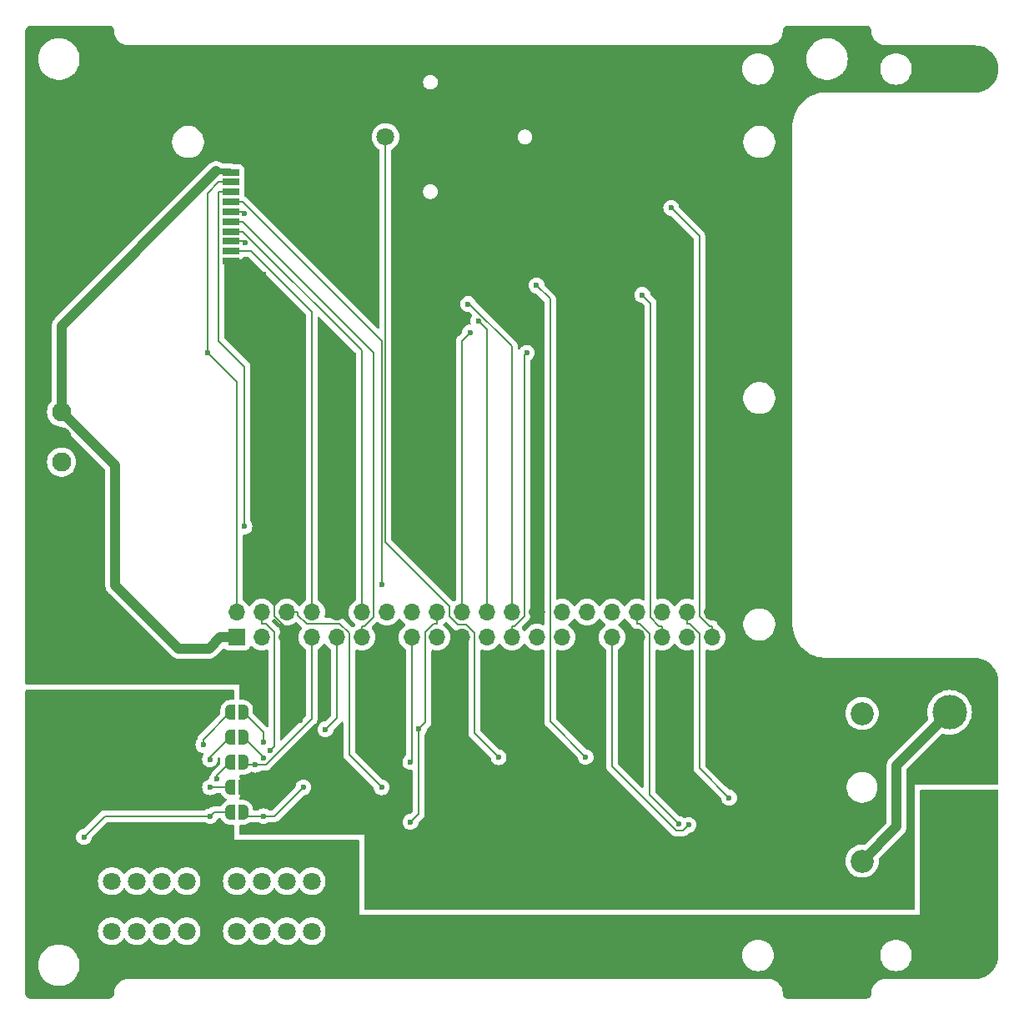
<source format=gbr>
%TF.GenerationSoftware,KiCad,Pcbnew,8.0.6-8.0.6-0~ubuntu24.04.1*%
%TF.CreationDate,2024-12-11T22:34:41+03:00*%
%TF.ProjectId,PM-CPU-RP,504d2d43-5055-42d5-9250-2e6b69636164,rev?*%
%TF.SameCoordinates,Original*%
%TF.FileFunction,Copper,L2,Bot*%
%TF.FilePolarity,Positive*%
%FSLAX46Y46*%
G04 Gerber Fmt 4.6, Leading zero omitted, Abs format (unit mm)*
G04 Created by KiCad (PCBNEW 8.0.6-8.0.6-0~ubuntu24.04.1) date 2024-12-11 22:34:41*
%MOMM*%
%LPD*%
G01*
G04 APERTURE LIST*
G04 Aperture macros list*
%AMFreePoly0*
4,1,19,0.500000,-0.750000,0.000000,-0.750000,0.000000,-0.744911,-0.071157,-0.744911,-0.207708,-0.704816,-0.327430,-0.627875,-0.420627,-0.520320,-0.479746,-0.390866,-0.500000,-0.250000,-0.500000,0.250000,-0.479746,0.390866,-0.420627,0.520320,-0.327430,0.627875,-0.207708,0.704816,-0.071157,0.744911,0.000000,0.744911,0.000000,0.750000,0.500000,0.750000,0.500000,-0.750000,0.500000,-0.750000,
$1*%
%AMFreePoly1*
4,1,19,0.000000,0.744911,0.071157,0.744911,0.207708,0.704816,0.327430,0.627875,0.420627,0.520320,0.479746,0.390866,0.500000,0.250000,0.500000,-0.250000,0.479746,-0.390866,0.420627,-0.520320,0.327430,-0.627875,0.207708,-0.704816,0.071157,-0.744911,0.000000,-0.744911,0.000000,-0.750000,-0.500000,-0.750000,-0.500000,0.750000,0.000000,0.750000,0.000000,0.744911,0.000000,0.744911,
$1*%
G04 Aperture macros list end*
%TA.AperFunction,SMDPad,CuDef*%
%ADD10R,1.803400X0.635000*%
%TD*%
%TA.AperFunction,SMDPad,CuDef*%
%ADD11R,2.997200X2.590800*%
%TD*%
%TA.AperFunction,ComponentPad*%
%ADD12O,6.350000X6.350000*%
%TD*%
%TA.AperFunction,ComponentPad*%
%ADD13C,1.800000*%
%TD*%
%TA.AperFunction,ComponentPad*%
%ADD14O,1.700000X1.700000*%
%TD*%
%TA.AperFunction,ComponentPad*%
%ADD15R,1.700000X1.700000*%
%TD*%
%TA.AperFunction,ComponentPad*%
%ADD16R,3.500000X3.500000*%
%TD*%
%TA.AperFunction,ComponentPad*%
%ADD17C,3.500000*%
%TD*%
%TA.AperFunction,ComponentPad*%
%ADD18C,1.950000*%
%TD*%
%TA.AperFunction,ComponentPad*%
%ADD19C,2.350000*%
%TD*%
%TA.AperFunction,SMDPad,CuDef*%
%ADD20FreePoly0,180.000000*%
%TD*%
%TA.AperFunction,SMDPad,CuDef*%
%ADD21FreePoly1,180.000000*%
%TD*%
%TA.AperFunction,ViaPad*%
%ADD22C,0.600000*%
%TD*%
%TA.AperFunction,Conductor*%
%ADD23C,0.200000*%
%TD*%
%TA.AperFunction,Conductor*%
%ADD24C,1.000000*%
%TD*%
%TA.AperFunction,Conductor*%
%ADD25C,0.634800*%
%TD*%
G04 APERTURE END LIST*
D10*
%TO.P,J10,1,Pin_1*%
%TO.N,+5V*%
X-28556000Y34499991D03*
%TO.P,J10,2,Pin_2*%
%TO.N,+3.3V*%
X-28556000Y33499993D03*
%TO.P,J10,3,Pin_3*%
%TO.N,/SPI1_MOSI*%
X-28556000Y32499995D03*
%TO.P,J10,4,Pin_4*%
%TO.N,/SPI1_MISO*%
X-28556000Y31499997D03*
%TO.P,J10,5,Pin_5*%
%TO.N,/SPI1_SCK*%
X-28556000Y30499999D03*
%TO.P,J10,6,Pin_6*%
%TO.N,/SPI1_CS0*%
X-28556000Y29500001D03*
%TO.P,J10,7,Pin_7*%
%TO.N,/SPI1_CS1*%
X-28556000Y28500003D03*
%TO.P,J10,8,Pin_8*%
%TO.N,/SPI1_CS2*%
X-28556000Y27500005D03*
%TO.P,J10,9,Pin_9*%
%TO.N,/SPI1_CS3*%
X-28556000Y26500007D03*
%TO.P,J10,10,Pin_10*%
%TO.N,GND*%
X-28556000Y25500009D03*
D11*
%TO.P,J10,11,Pin_11*%
X-26385999Y36850002D03*
X-26385999Y23149998D03*
%TD*%
D12*
%TO.P,PE1,1*%
%TO.N,PE*%
X32000000Y-46000000D03*
%TD*%
D13*
%TO.P,J1,1,1*%
%TO.N,Net-(U6-VBAT)*%
X-12830000Y38100000D03*
%TO.P,J1,2,2*%
%TO.N,GND*%
X-5080000Y38100000D03*
%TD*%
D14*
%TO.P,D1,1,3V3*%
%TO.N,+3.3V*%
X-27940000Y-10160000D03*
D15*
%TO.P,D1,2,5V*%
%TO.N,+5V*%
X-27940000Y-12700000D03*
D14*
%TO.P,D1,3,GPIO2/I2C_SDA*%
%TO.N,/SDA*%
X-25400000Y-10160000D03*
%TO.P,D1,4,5V*%
%TO.N,+5V*%
X-25400000Y-12700000D03*
%TO.P,D1,5,GPIO3/I2C_SCL*%
%TO.N,/SCL*%
X-22860000Y-10160000D03*
%TO.P,D1,6,GND*%
%TO.N,GND*%
X-22860000Y-12700000D03*
%TO.P,D1,7,GPIO4/GPCLK0*%
%TO.N,/SPI1_CS3*%
X-20320000Y-10160000D03*
%TO.P,D1,8,GPIO14/UART_TX*%
%TO.N,/UART_TX*%
X-20320000Y-12700000D03*
%TO.P,D1,9,GND*%
%TO.N,GND*%
X-17780000Y-10160000D03*
%TO.P,D1,10,GPIO15/UART_RX*%
%TO.N,/UART_RX*%
X-17780000Y-12700000D03*
%TO.P,D1,11,GPIO17*%
%TO.N,/SPI1_CS1*%
X-15240000Y-10160000D03*
%TO.P,D1,12,GPIO18/PCM_CLK*%
%TO.N,/SPI1_CS0*%
X-15240000Y-12700000D03*
%TO.P,D1,13,GPIO27*%
%TO.N,unconnected-(D1-GPIO27-Pad13)*%
X-12700000Y-10160000D03*
%TO.P,D1,14,GND*%
%TO.N,GND*%
X-12700000Y-12700000D03*
%TO.P,D1,15,GPIO22*%
%TO.N,unconnected-(D1-GPIO22-Pad15)*%
X-10160000Y-10160000D03*
%TO.P,D1,16,GPIO23*%
%TO.N,/UART_RTS*%
X-10160000Y-12700000D03*
%TO.P,D1,17,3V3*%
%TO.N,+3.3V*%
X-7620000Y-10160000D03*
%TO.P,D1,18,GPIO24*%
%TO.N,unconnected-(D1-GPIO24-Pad18)*%
X-7620000Y-12700000D03*
%TO.P,D1,19,GPIO10/SPI_MOSI*%
%TO.N,/SPI0_MOSI*%
X-5080000Y-10160000D03*
%TO.P,D1,20,GND*%
%TO.N,GND*%
X-5080000Y-12700000D03*
%TO.P,D1,21,GPIO9/SPI_MISO*%
%TO.N,/SPI0_MISO*%
X-2540000Y-10160000D03*
%TO.P,D1,22,GPIO25*%
%TO.N,unconnected-(D1-GPIO25-Pad22)*%
X-2540000Y-12700000D03*
%TO.P,D1,23,GPIO11/SPI_SCLK*%
%TO.N,/SPI0_SCK*%
X0Y-10160000D03*
%TO.P,D1,24,GPIO8/SPI_CE0*%
%TO.N,/SPI0_CS0*%
X0Y-12700000D03*
%TO.P,D1,25,GND*%
%TO.N,GND*%
X2540000Y-10160000D03*
%TO.P,D1,26,GPIO7/SPI_CE1*%
%TO.N,unconnected-(D1-GPIO7{slash}SPI_CE1-Pad26)*%
X2540000Y-12700000D03*
%TO.P,D1,27,GPIO0/EEPROM_SDA*%
%TO.N,unconnected-(D1-GPIO0{slash}EEPROM_SDA-Pad27)*%
X5080000Y-10160000D03*
%TO.P,D1,28,GPIO0/EEPROM_SCL*%
%TO.N,unconnected-(D1-GPIO0{slash}EEPROM_SCL-Pad28)*%
X5080000Y-12700000D03*
%TO.P,D1,29,GPIO5*%
%TO.N,unconnected-(D1-GPIO5-Pad29)*%
X7620000Y-10160000D03*
%TO.P,D1,30,GND*%
%TO.N,GND*%
X7620000Y-12700000D03*
%TO.P,D1,31,GPIO6*%
%TO.N,unconnected-(D1-GPIO6-Pad31)*%
X10160000Y-10160000D03*
%TO.P,D1,32,GPIO12/PWM0*%
%TO.N,/LED_2*%
X10160000Y-12700000D03*
%TO.P,D1,33,GPIO13/PWM1*%
%TO.N,/LED_1*%
X12700000Y-10160000D03*
%TO.P,D1,34,GND*%
%TO.N,GND*%
X12700000Y-12700000D03*
%TO.P,D1,35,GPIO19/PCM_FS*%
%TO.N,/SPI1_MISO*%
X15240000Y-10160000D03*
%TO.P,D1,36,GPIO16*%
%TO.N,/SPI1_CS2*%
X15240000Y-12700000D03*
%TO.P,D1,37,GPIO26*%
%TO.N,/LED_0*%
X17780000Y-10160000D03*
%TO.P,D1,38,GPIO20/PCM_DIN*%
%TO.N,/SPI1_MOSI*%
X17780000Y-12700000D03*
%TO.P,D1,39,GND*%
%TO.N,GND*%
X20320000Y-10160000D03*
%TO.P,D1,40,GPIO20/PCM_DOUT*%
%TO.N,/SPI1_SCK*%
X20320000Y-12700000D03*
%TD*%
D16*
%TO.P,J6,1,Pin_1*%
%TO.N,GND*%
X44450000Y-25400000D03*
D17*
%TO.P,J6,2,Pin_2*%
%TO.N,+24V*%
X44450000Y-20320000D03*
%TD*%
D18*
%TO.P,J4,1,VIN*%
%TO.N,Net-(J4-VIN)*%
X-45720000Y5080000D03*
%TO.P,J4,2,GND*%
%TO.N,GND*%
X-45720000Y7620000D03*
%TO.P,J4,3,+VO*%
%TO.N,+5V*%
X-45720000Y10160000D03*
%TD*%
D16*
%TO.P,J7,1,Pin_1*%
%TO.N,PE*%
X44450000Y-35560000D03*
D17*
%TO.P,J7,2,Pin_2*%
X44450000Y-30480000D03*
%TD*%
D13*
%TO.P,XG1,1,Pin_1*%
%TO.N,unconnected-(XG1-Pin_1-Pad1)_1*%
X-40640000Y-37465000D03*
%TO.N,unconnected-(XG1-Pin_1-Pad1)*%
X-40640000Y-42545000D03*
%TO.P,XG1,2,Pin_2*%
%TO.N,unconnected-(XG1-Pin_2-Pad2)*%
X-38100000Y-37465000D03*
%TO.N,unconnected-(XG1-Pin_2-Pad2)_1*%
X-38100000Y-42545000D03*
%TO.P,XG1,3,Pin_3*%
%TO.N,/RS485_A*%
X-35560000Y-37465000D03*
%TO.P,XG1,4,Pin_4*%
%TO.N,/RS485_B*%
X-33020000Y-37465000D03*
%TO.P,XG1,5,Pin_5*%
%TO.N,PE*%
X-30480000Y-37465000D03*
X-30480000Y-42545000D03*
%TO.P,XG1,6,Pin_6*%
%TO.N,unconnected-(XG1-Pin_6-Pad6)_1*%
X-27940000Y-37465000D03*
%TO.N,unconnected-(XG1-Pin_6-Pad6)*%
X-27940000Y-42545000D03*
%TO.P,XG1,7,Pin_7*%
%TO.N,unconnected-(XG1-Pin_7-Pad7)*%
X-25400000Y-37465000D03*
%TO.N,unconnected-(XG1-Pin_7-Pad7)_1*%
X-25400000Y-42545000D03*
%TO.P,XG1,8,Pin_8*%
%TO.N,/RS485_A*%
X-22860000Y-37465000D03*
%TO.P,XG1,9,Pin_9*%
%TO.N,/RS485_B*%
X-20320000Y-37465000D03*
%TO.P,XG1,10,Pin_10*%
%TO.N,PE*%
X-17780000Y-37465000D03*
X-17780000Y-42545000D03*
%TO.P,XG1,13*%
%TO.N,N/C*%
X-35560000Y-42545000D03*
%TO.P,XG1,14*%
X-33020000Y-42545000D03*
%TO.P,XG1,18*%
X-22860000Y-42545000D03*
%TO.P,XG1,19*%
X-20320000Y-42545000D03*
%TD*%
D19*
%TO.P,U1,1,1*%
%TO.N,+24V*%
X35560000Y-35440000D03*
%TO.P,U1,2,2*%
%TO.N,Net-(J4-VIN)*%
X35560000Y-20440000D03*
%TD*%
D20*
%TO.P,JP4,1,A*%
%TO.N,/UART_RX*%
X-27290000Y-20320000D03*
D21*
%TO.P,JP4,2,B*%
%TO.N,/UART_RX_ISO*%
X-28590000Y-20320000D03*
%TD*%
D20*
%TO.P,JP2,1,A*%
%TO.N,/UART_TX*%
X-27290000Y-25400000D03*
D21*
%TO.P,JP2,2,B*%
%TO.N,/UART_TX_ISO*%
X-28590000Y-25400000D03*
%TD*%
D20*
%TO.P,JP5,1,A*%
%TO.N,GND*%
X-27290000Y-27940000D03*
D21*
%TO.P,JP5,2,B*%
%TO.N,GND_ISO*%
X-28590000Y-27940000D03*
%TD*%
D20*
%TO.P,JP1,1,A*%
%TO.N,+3.3V*%
X-27290000Y-30480000D03*
D21*
%TO.P,JP1,2,B*%
%TO.N,+3.3V_ISO*%
X-28590000Y-30480000D03*
%TD*%
D20*
%TO.P,JP3,1,A*%
%TO.N,/UART_RTS*%
X-27290000Y-22860000D03*
D21*
%TO.P,JP3,2,B*%
%TO.N,/UART_RTS_ISO*%
X-28590000Y-22860000D03*
%TD*%
D22*
%TO.N,/LED_1*%
X16981600Y-31684500D03*
%TO.N,/LED_2*%
X17928700Y-31755200D03*
%TO.N,/LED_0*%
X22064300Y-29008200D03*
%TO.N,GND*%
X-27940200Y19118200D03*
X-21471200Y-21176200D03*
X-3680400Y22594500D03*
X-25577300Y-28057800D03*
%TO.N,/SCL*%
X-13233700Y-27941000D03*
%TO.N,/SDA*%
X-24516500Y-24179600D03*
%TO.N,+3.3V*%
X-30881500Y16177000D03*
X-10292400Y-31466400D03*
X-21175300Y-27940000D03*
X-25229900Y-30882200D03*
X-9440900Y-21991500D03*
%TO.N,/subplates/LED_5V*%
X2506800Y23010900D03*
X7487900Y-24867300D03*
%TO.N,/UART_RTS*%
X-25231500Y-24999800D03*
X-10317400Y-25375000D03*
%TO.N,+3.3V_ISO*%
X-30650300Y-30882200D03*
X-43444700Y-32990100D03*
%TO.N,GND_ISO*%
X-30650300Y-27941000D03*
%TO.N,/UART_TX*%
X-26054300Y-25660600D03*
%TO.N,/UART_RX*%
X-18932800Y-22058600D03*
X-25229900Y-23391400D03*
%TO.N,/UART_TX_ISO*%
X-29946500Y-27121600D03*
%TO.N,/UART_RX_ISO*%
X-31332100Y-23632700D03*
%TO.N,/UART_RTS_ISO*%
X-30650300Y-25103300D03*
%TO.N,Net-(U6-VBAT)*%
X-1349900Y-24882700D03*
%TO.N,/SPI0_MOSI*%
X-4242300Y18232900D03*
%TO.N,/SPI1_MOSI*%
X-27154800Y-1470200D03*
%TO.N,/SPI0_CS0*%
X1521700Y16177000D03*
%TO.N,/SPI0_SCK*%
X-4436000Y21125000D03*
%TO.N,/SPI1_MISO*%
X-13233700Y-7352600D03*
%TO.N,/SPI1_SCK*%
X-27150300Y30302900D03*
X16179300Y30883000D03*
%TO.N,/SPI1_CS2*%
X-27064100Y27389100D03*
X13238000Y22059400D03*
%TO.N,/SPI0_MISO*%
X-3412900Y19416700D03*
%TD*%
D23*
%TO.N,/LED_1*%
X12700000Y-10160000D02*
X12700000Y-11311700D01*
X16981600Y-31684500D02*
X13970000Y-28672900D01*
X13970000Y-12313200D02*
X12968500Y-11311700D01*
X12968500Y-11311700D02*
X12700000Y-11311700D01*
X13970000Y-28672900D02*
X13970000Y-12313200D01*
%TO.N,/LED_2*%
X17382900Y-32301000D02*
X17928700Y-31755200D01*
X16666700Y-32301000D02*
X17382900Y-32301000D01*
X10160000Y-12700000D02*
X10160000Y-25794300D01*
X10160000Y-25794300D02*
X16666700Y-32301000D01*
%TO.N,/LED_0*%
X18048500Y-11311700D02*
X19050000Y-12313200D01*
X19050000Y-25993900D02*
X22064300Y-29008200D01*
X19050000Y-12313200D02*
X19050000Y-25993900D01*
X17780000Y-11311700D02*
X18048500Y-11311700D01*
X17780000Y-10160000D02*
X17780000Y-11311700D01*
D24*
%TO.N,+5V*%
X-45720000Y18915700D02*
X-45720000Y10160000D01*
X-33840800Y-13871600D02*
X-40296200Y-7416200D01*
X-30018000Y34617700D02*
X-45720000Y18915700D01*
X-40296200Y4736200D02*
X-45720000Y10160000D01*
D25*
X-30018000Y34617700D02*
X-28673700Y34617700D01*
X-28673700Y34617700D02*
X-28556000Y34500000D01*
D24*
X-40296200Y-7416200D02*
X-40296200Y4736200D01*
X-30763300Y-13871600D02*
X-33840800Y-13871600D01*
X-29591700Y-12700000D02*
X-30763300Y-13871600D01*
X-27940000Y-12700000D02*
X-29591700Y-12700000D01*
D23*
%TO.N,GND*%
X-27940200Y19118200D02*
X-28228400Y19406400D01*
X-28228400Y19406400D02*
X-28228400Y24553100D01*
X-22860000Y-19787400D02*
X-22860000Y-12700000D01*
X-22860000Y-11548300D02*
X-23128500Y-11548300D01*
X-27507400Y24880800D02*
X-27352600Y25035600D01*
X-5080000Y23994100D02*
X-3680400Y22594500D01*
X-27290000Y-27940000D02*
X-25695100Y-27940000D01*
X-21471200Y-21176200D02*
X-22860000Y-19787400D01*
X-22860000Y-12225000D02*
X-22860000Y-12700000D01*
X-25695100Y-27940000D02*
X-25577300Y-28057800D01*
X-22860000Y-12225000D02*
X-22860000Y-11548300D01*
X-24130000Y-10546800D02*
X-24130000Y15308000D01*
X-27352600Y25035600D02*
X-27352600Y25500000D01*
X-5080000Y38100000D02*
X-5080000Y23994100D01*
X-28228400Y24553100D02*
X-27900700Y24880800D01*
X-23128500Y-11548300D02*
X-24130000Y-10546800D01*
X-28556000Y25500000D02*
X-27352600Y25500000D01*
X-27900700Y24880800D02*
X-27507400Y24880800D01*
X-24130000Y15308000D02*
X-27940200Y19118200D01*
%TO.N,/SCL*%
X-22860000Y-10160000D02*
X-21708300Y-10160000D01*
X-21708300Y-10448000D02*
X-20844600Y-11311700D01*
X-17480000Y-11311700D02*
X-16510000Y-12281700D01*
X-16510000Y-12281700D02*
X-16510000Y-24664700D01*
X-20844600Y-11311700D02*
X-17480000Y-11311700D01*
X-21708300Y-10160000D02*
X-21708300Y-10448000D01*
X-16510000Y-24664700D02*
X-13233700Y-27941000D01*
%TO.N,/SDA*%
X-24968100Y-11311700D02*
X-24130700Y-12149100D01*
X-24130700Y-12149100D02*
X-24130700Y-23793800D01*
X-25400000Y-11311700D02*
X-24968100Y-11311700D01*
X-25400000Y-10160000D02*
X-25400000Y-11311700D01*
X-24130700Y-23793800D02*
X-24516500Y-24179600D01*
D24*
%TO.N,+24V*%
X39058400Y-31941600D02*
X39058400Y-25711600D01*
X39058400Y-25711600D02*
X44450000Y-20320000D01*
X35560000Y-35440000D02*
X39058400Y-31941600D01*
D23*
%TO.N,+3.3V*%
X-7620000Y-11311700D02*
X-7908000Y-11311700D01*
X-27940000Y13235500D02*
X-27940000Y-9008300D01*
X-30881500Y16177000D02*
X-27940000Y13235500D01*
X-7620000Y-10160000D02*
X-7620000Y-11311700D01*
X-25229900Y-30882200D02*
X-24117500Y-30882200D01*
X-30881500Y32377900D02*
X-29759400Y33500000D01*
X-8771700Y-12175400D02*
X-8771700Y-21322300D01*
X-27290000Y-30480000D02*
X-26887800Y-30882200D01*
X-30881500Y16177000D02*
X-30881500Y32377900D01*
X-9440900Y-30614900D02*
X-10292400Y-31466400D01*
X-26887800Y-30882200D02*
X-25229900Y-30882200D01*
X-8771700Y-21322300D02*
X-9440900Y-21991500D01*
X-27940000Y-10160000D02*
X-27940000Y-9008300D01*
X-28556000Y33500000D02*
X-29759400Y33500000D01*
X-24117500Y-30882200D02*
X-21175300Y-27940000D01*
X-9440900Y-21991500D02*
X-9440900Y-30614900D01*
X-7908000Y-11311700D02*
X-8771700Y-12175400D01*
%TO.N,/subplates/LED_5V*%
X3874600Y21643100D02*
X2506800Y23010900D01*
X3874600Y-21254000D02*
X3874600Y21643100D01*
X7487900Y-24867300D02*
X3874600Y-21254000D01*
%TO.N,/UART_RTS*%
X-10160000Y-25217600D02*
X-10160000Y-12700000D01*
X-27290000Y-22860000D02*
X-25231500Y-24918500D01*
X-10317400Y-25375000D02*
X-10160000Y-25217600D01*
X-25231500Y-24918500D02*
X-25231500Y-24999800D01*
%TO.N,+3.3V_ISO*%
X-30650300Y-30882200D02*
X-41336800Y-30882200D01*
X-30248100Y-30480000D02*
X-30650300Y-30882200D01*
X-41336800Y-30882200D02*
X-43444700Y-32990100D01*
X-28590000Y-30480000D02*
X-30248100Y-30480000D01*
%TO.N,GND_ISO*%
X-30649300Y-27940000D02*
X-30650300Y-27941000D01*
X-28590000Y-27940000D02*
X-30649300Y-27940000D01*
%TO.N,/UART_TX*%
X-20320000Y-20981200D02*
X-20320000Y-12700000D01*
X-24999400Y-25660600D02*
X-20320000Y-20981200D01*
X-27290000Y-25400000D02*
X-27029400Y-25660600D01*
X-27029400Y-25660600D02*
X-26054300Y-25660600D01*
X-26054300Y-25660600D02*
X-24999400Y-25660600D01*
%TO.N,/UART_RX*%
X-25229900Y-22380100D02*
X-25229900Y-23391400D01*
X-18932800Y-22058600D02*
X-17780000Y-20905800D01*
X-27290000Y-20320000D02*
X-25229900Y-22380100D01*
X-17780000Y-20905800D02*
X-17780000Y-12700000D01*
%TO.N,/UART_TX_ISO*%
X-28590000Y-25400000D02*
X-29946500Y-26756500D01*
X-29946500Y-26756500D02*
X-29946500Y-27121600D01*
%TO.N,/UART_RX_ISO*%
X-28590000Y-20320000D02*
X-31332100Y-23062100D01*
X-31332100Y-23062100D02*
X-31332100Y-23632700D01*
%TO.N,/UART_RTS_ISO*%
X-30650300Y-24920300D02*
X-30650300Y-25103300D01*
X-28590000Y-22860000D02*
X-30650300Y-24920300D01*
%TO.N,Net-(U6-VBAT)*%
X-3810000Y-12281700D02*
X-3810000Y-22422600D01*
X-4661700Y-11430000D02*
X-3810000Y-12281700D01*
X-12830000Y-3050000D02*
X-6350000Y-9530000D01*
X-12830000Y38100000D02*
X-12830000Y-3050000D01*
X-6350000Y-9530000D02*
X-6350000Y-10578400D01*
X-6350000Y-10578400D02*
X-5498400Y-11430000D01*
X-5498400Y-11430000D02*
X-4661700Y-11430000D01*
X-3810000Y-22422600D02*
X-1349900Y-24882700D01*
%TO.N,/SPI0_MOSI*%
X-4242300Y18232900D02*
X-5080000Y17395200D01*
X-5080000Y17395200D02*
X-5080000Y-10160000D01*
%TO.N,/SPI1_MOSI*%
X-29759400Y17376900D02*
X-27154800Y14772300D01*
X-28556000Y32500000D02*
X-29759400Y32500000D01*
X-27154800Y14772300D02*
X-27154800Y-1470200D01*
X-29759400Y32500000D02*
X-29759400Y17376900D01*
%TO.N,/SPI1_CS0*%
X-14049400Y16196800D02*
X-14049400Y-10626200D01*
X-14049400Y-10626200D02*
X-14971500Y-11548300D01*
X-14971500Y-11548300D02*
X-15240000Y-11548300D01*
X-15240000Y-12700000D02*
X-15240000Y-11548300D01*
X-28556000Y29500000D02*
X-27352600Y29500000D01*
X-27352600Y29500000D02*
X-14049400Y16196800D01*
%TO.N,/SPI0_CS0*%
X268500Y-11548300D02*
X0Y-11548300D01*
X1521700Y16177000D02*
X1270000Y15925300D01*
X1270000Y-10546800D02*
X268500Y-11548300D01*
X1270000Y15925300D02*
X1270000Y-10546800D01*
X0Y-12700000D02*
X0Y-11548300D01*
%TO.N,/SPI0_SCK*%
X0Y16854700D02*
X-4270300Y21125000D01*
X0Y-10160000D02*
X0Y16854700D01*
X-4270300Y21125000D02*
X-4436000Y21125000D01*
%TO.N,/SPI1_MISO*%
X-13233700Y17381100D02*
X-13233700Y-7352600D01*
X-28556000Y31500000D02*
X-27352600Y31500000D01*
X-27352600Y31500000D02*
X-13233700Y17381100D01*
%TO.N,/SPI1_SCK*%
X19050000Y28012300D02*
X19050000Y-10546800D01*
X-27347400Y30500000D02*
X-27150300Y30302900D01*
X-28556000Y30500000D02*
X-27347400Y30500000D01*
X16179300Y30883000D02*
X19050000Y28012300D01*
X20320000Y-12700000D02*
X20320000Y-11548300D01*
X19050000Y-10546800D02*
X20051500Y-11548300D01*
X20051500Y-11548300D02*
X20320000Y-11548300D01*
%TO.N,/SPI1_CS1*%
X-28556000Y28500000D02*
X-27321800Y28500000D01*
X-15240000Y16418200D02*
X-15240000Y-10160000D01*
X-27321800Y28500000D02*
X-15240000Y16418200D01*
%TO.N,/SPI1_CS2*%
X15240000Y-12700000D02*
X15240000Y-11548300D01*
X-27241700Y27389100D02*
X-27064100Y27389100D01*
X14088300Y21209100D02*
X13238000Y22059400D01*
X-27352600Y27500000D02*
X-27241700Y27389100D01*
X-28556000Y27500000D02*
X-27352600Y27500000D01*
X14088300Y-10684600D02*
X14088300Y21209100D01*
X14952000Y-11548300D02*
X14088300Y-10684600D01*
X15240000Y-11548300D02*
X14952000Y-11548300D01*
%TO.N,/SPI0_MISO*%
X-2540000Y18543800D02*
X-2540000Y-10160000D01*
X-3412900Y19416700D02*
X-2540000Y18543800D01*
%TO.N,/SPI1_CS3*%
X-20320000Y20350100D02*
X-20320000Y-10160000D01*
X-28556000Y26500000D02*
X-26469900Y26500000D01*
X-26469900Y26500000D02*
X-20320000Y20350100D01*
%TD*%
%TA.AperFunction,Conductor*%
%TO.N,PE*%
G36*
X-28250961Y-18053685D02*
G01*
X-28205206Y-18106489D01*
X-28194000Y-18158000D01*
X-28194000Y-18940500D01*
X-28213685Y-19007539D01*
X-28266489Y-19053294D01*
X-28318000Y-19064500D01*
X-28661890Y-19064500D01*
X-28804297Y-19084974D01*
X-28804309Y-19084977D01*
X-28942259Y-19125483D01*
X-29073137Y-19185252D01*
X-29073139Y-19185254D01*
X-29188477Y-19259376D01*
X-29189917Y-19260196D01*
X-29194099Y-19262988D01*
X-29302831Y-19357207D01*
X-29302834Y-19357210D01*
X-29396982Y-19465864D01*
X-29396985Y-19465867D01*
X-29474769Y-19586905D01*
X-29474777Y-19586918D01*
X-29531737Y-19711643D01*
X-29533985Y-19715939D01*
X-29575034Y-19855738D01*
X-29575037Y-19855748D01*
X-29595497Y-19998059D01*
X-29595497Y-20054399D01*
X-29595500Y-20054409D01*
X-29595500Y-20424902D01*
X-29615185Y-20491941D01*
X-29631819Y-20512583D01*
X-30668285Y-21549049D01*
X-31700814Y-22581578D01*
X-31700816Y-22581580D01*
X-31748071Y-22628835D01*
X-31812619Y-22693382D01*
X-31812620Y-22693384D01*
X-31826421Y-22717289D01*
X-31891677Y-22830315D01*
X-31932601Y-22983043D01*
X-31932601Y-22983045D01*
X-31932601Y-23050289D01*
X-31952286Y-23117328D01*
X-31959655Y-23127603D01*
X-31961916Y-23130437D01*
X-32057889Y-23283176D01*
X-32117469Y-23453445D01*
X-32117470Y-23453450D01*
X-32137665Y-23632696D01*
X-32137665Y-23632703D01*
X-32117470Y-23811949D01*
X-32117469Y-23811954D01*
X-32057889Y-23982223D01*
X-31995237Y-24081932D01*
X-31961916Y-24134962D01*
X-31834362Y-24262516D01*
X-31830006Y-24265253D01*
X-31706294Y-24342987D01*
X-31681622Y-24358489D01*
X-31627260Y-24377511D01*
X-31511355Y-24418068D01*
X-31511351Y-24418069D01*
X-31420133Y-24428346D01*
X-31384143Y-24432401D01*
X-31319729Y-24459467D01*
X-31280174Y-24517061D01*
X-31278035Y-24586898D01*
X-31293032Y-24621593D01*
X-31376089Y-24753776D01*
X-31435669Y-24924045D01*
X-31435670Y-24924050D01*
X-31455865Y-25103296D01*
X-31455865Y-25103303D01*
X-31435670Y-25282549D01*
X-31435669Y-25282554D01*
X-31376089Y-25452823D01*
X-31288271Y-25592583D01*
X-31280116Y-25605562D01*
X-31152562Y-25733116D01*
X-30999822Y-25829089D01*
X-30873311Y-25873357D01*
X-30829555Y-25888668D01*
X-30829550Y-25888669D01*
X-30650304Y-25908865D01*
X-30650300Y-25908865D01*
X-30650296Y-25908865D01*
X-30471051Y-25888669D01*
X-30471048Y-25888668D01*
X-30471045Y-25888668D01*
X-30300778Y-25829089D01*
X-30148038Y-25733116D01*
X-30020484Y-25605562D01*
X-29924511Y-25452822D01*
X-29864932Y-25282555D01*
X-29864931Y-25282549D01*
X-29844735Y-25103303D01*
X-29844735Y-25103297D01*
X-29852158Y-25037417D01*
X-29840104Y-24968595D01*
X-29816622Y-24935855D01*
X-29797925Y-24917158D01*
X-29736604Y-24883675D01*
X-29666912Y-24888659D01*
X-29610979Y-24930531D01*
X-29586562Y-24995995D01*
X-29587508Y-25022486D01*
X-29595497Y-25078054D01*
X-29595497Y-25134399D01*
X-29595500Y-25134409D01*
X-29595500Y-25504902D01*
X-29615185Y-25571941D01*
X-29631819Y-25592583D01*
X-30427019Y-26387782D01*
X-30427021Y-26387784D01*
X-30451452Y-26430103D01*
X-30451453Y-26430104D01*
X-30506075Y-26524711D01*
X-30506081Y-26524726D01*
X-30506406Y-26525940D01*
X-30507034Y-26527027D01*
X-30509186Y-26532223D01*
X-30509871Y-26531939D01*
X-30538494Y-26581513D01*
X-30576313Y-26619333D01*
X-30576314Y-26619334D01*
X-30672289Y-26772076D01*
X-30731869Y-26942345D01*
X-30731870Y-26942349D01*
X-30744154Y-27051377D01*
X-30771221Y-27115791D01*
X-30826420Y-27154535D01*
X-30999822Y-27215210D01*
X-31152563Y-27311184D01*
X-31280116Y-27438737D01*
X-31376089Y-27591476D01*
X-31435669Y-27761745D01*
X-31435670Y-27761750D01*
X-31455865Y-27940996D01*
X-31455865Y-27941003D01*
X-31435670Y-28120249D01*
X-31435669Y-28120254D01*
X-31376089Y-28290523D01*
X-31320882Y-28378384D01*
X-31280116Y-28443262D01*
X-31152562Y-28570816D01*
X-31085444Y-28612989D01*
X-31001414Y-28665789D01*
X-30999822Y-28666789D01*
X-30832413Y-28725368D01*
X-30829555Y-28726368D01*
X-30829550Y-28726369D01*
X-30650304Y-28746565D01*
X-30650300Y-28746565D01*
X-30650296Y-28746565D01*
X-30471051Y-28726369D01*
X-30471048Y-28726368D01*
X-30471045Y-28726368D01*
X-30300778Y-28666789D01*
X-30148038Y-28570816D01*
X-30148029Y-28570806D01*
X-30143949Y-28567554D01*
X-30079262Y-28541145D01*
X-30066634Y-28540500D01*
X-29615014Y-28540500D01*
X-29547975Y-28560185D01*
X-29502220Y-28612989D01*
X-29474780Y-28673076D01*
X-29474773Y-28673087D01*
X-29474770Y-28673094D01*
X-29427554Y-28746565D01*
X-29396985Y-28794132D01*
X-29396982Y-28794136D01*
X-29302848Y-28902773D01*
X-29302832Y-28902791D01*
X-29302829Y-28902794D01*
X-29194091Y-28997015D01*
X-29133614Y-29035881D01*
X-29073143Y-29074744D01*
X-29073131Y-29074750D01*
X-29023960Y-29097206D01*
X-28971156Y-29142961D01*
X-28951472Y-29210000D01*
X-28971157Y-29277040D01*
X-29023960Y-29322794D01*
X-29073131Y-29345249D01*
X-29073139Y-29345254D01*
X-29188477Y-29419376D01*
X-29189917Y-29420196D01*
X-29194099Y-29422988D01*
X-29302831Y-29517207D01*
X-29302834Y-29517210D01*
X-29396982Y-29625864D01*
X-29396985Y-29625867D01*
X-29474769Y-29746905D01*
X-29474780Y-29746923D01*
X-29502220Y-29807011D01*
X-29547975Y-29859815D01*
X-29615014Y-29879500D01*
X-30161430Y-29879500D01*
X-30161446Y-29879499D01*
X-30169042Y-29879499D01*
X-30327157Y-29879499D01*
X-30403521Y-29899961D01*
X-30479886Y-29920423D01*
X-30479891Y-29920426D01*
X-30616815Y-29999478D01*
X-30668838Y-30051500D01*
X-30730162Y-30084984D01*
X-30742634Y-30087037D01*
X-30829550Y-30096830D01*
X-30999822Y-30156410D01*
X-31152564Y-30252385D01*
X-31155397Y-30254645D01*
X-31157576Y-30255534D01*
X-31158458Y-30256089D01*
X-31158556Y-30255934D01*
X-31220083Y-30281055D01*
X-31232712Y-30281700D01*
X-41250130Y-30281700D01*
X-41250146Y-30281699D01*
X-41257742Y-30281699D01*
X-41415857Y-30281699D01*
X-41492221Y-30302161D01*
X-41568586Y-30322623D01*
X-41568591Y-30322626D01*
X-41705510Y-30401675D01*
X-41705518Y-30401681D01*
X-43463235Y-32159398D01*
X-43524558Y-32192883D01*
X-43537032Y-32194937D01*
X-43623950Y-32204730D01*
X-43794222Y-32264310D01*
X-43946963Y-32360284D01*
X-44074516Y-32487837D01*
X-44170489Y-32640576D01*
X-44230069Y-32810845D01*
X-44230070Y-32810850D01*
X-44250265Y-32990096D01*
X-44250265Y-32990103D01*
X-44230070Y-33169349D01*
X-44230069Y-33169354D01*
X-44170489Y-33339623D01*
X-44133808Y-33398000D01*
X-44074516Y-33492362D01*
X-43946962Y-33619916D01*
X-43794222Y-33715889D01*
X-43655300Y-33764500D01*
X-43623955Y-33775468D01*
X-43623950Y-33775469D01*
X-43444704Y-33795665D01*
X-43444700Y-33795665D01*
X-43444696Y-33795665D01*
X-43265451Y-33775469D01*
X-43265448Y-33775468D01*
X-43265445Y-33775468D01*
X-43095178Y-33715889D01*
X-42942438Y-33619916D01*
X-42814884Y-33492362D01*
X-42718911Y-33339622D01*
X-42659332Y-33169355D01*
X-42649539Y-33082429D01*
X-42622474Y-33018018D01*
X-42614010Y-33008643D01*
X-41124383Y-31519019D01*
X-41063060Y-31485534D01*
X-41036702Y-31482700D01*
X-31232712Y-31482700D01*
X-31165673Y-31502385D01*
X-31155397Y-31509755D01*
X-31152564Y-31512014D01*
X-31152562Y-31512016D01*
X-30999822Y-31607989D01*
X-30829555Y-31667568D01*
X-30829550Y-31667569D01*
X-30650304Y-31687765D01*
X-30650300Y-31687765D01*
X-30650296Y-31687765D01*
X-30471051Y-31667569D01*
X-30471048Y-31667568D01*
X-30471045Y-31667568D01*
X-30300778Y-31607989D01*
X-30148038Y-31512016D01*
X-30020484Y-31384462D01*
X-29924511Y-31231722D01*
X-29900655Y-31163546D01*
X-29859933Y-31106770D01*
X-29794980Y-31081022D01*
X-29783613Y-31080500D01*
X-29615014Y-31080500D01*
X-29547975Y-31100185D01*
X-29502220Y-31152989D01*
X-29474780Y-31213076D01*
X-29474773Y-31213087D01*
X-29474770Y-31213094D01*
X-29449164Y-31252938D01*
X-29396985Y-31334132D01*
X-29396982Y-31334136D01*
X-29303711Y-31441777D01*
X-29302832Y-31442791D01*
X-29302829Y-31442794D01*
X-29194091Y-31537015D01*
X-29133614Y-31575881D01*
X-29073143Y-31614744D01*
X-29073137Y-31614747D01*
X-28942259Y-31674517D01*
X-28804304Y-31715024D01*
X-28661889Y-31735500D01*
X-28661886Y-31735500D01*
X-28318000Y-31735500D01*
X-28250961Y-31755185D01*
X-28205206Y-31807989D01*
X-28194000Y-31859500D01*
X-28194000Y-33274000D01*
X-15618000Y-33274000D01*
X-15550961Y-33293685D01*
X-15505206Y-33346489D01*
X-15494000Y-33398000D01*
X-15494000Y-40894000D01*
X41402000Y-40894000D01*
X41402000Y-28318000D01*
X41421685Y-28250961D01*
X41474489Y-28205206D01*
X41526000Y-28194000D01*
X49275500Y-28194000D01*
X49342539Y-28213685D01*
X49388294Y-28266489D01*
X49399500Y-28318000D01*
X49399500Y-44996249D01*
X49399274Y-45003736D01*
X49382457Y-45281741D01*
X49380652Y-45296605D01*
X49331126Y-45566862D01*
X49327542Y-45581402D01*
X49245803Y-45843709D01*
X49240494Y-45857709D01*
X49127729Y-46108264D01*
X49120770Y-46121523D01*
X48978630Y-46356652D01*
X48970124Y-46368975D01*
X48800675Y-46585261D01*
X48790745Y-46596469D01*
X48596469Y-46790745D01*
X48585261Y-46800675D01*
X48368975Y-46970124D01*
X48356652Y-46978630D01*
X48121523Y-47120770D01*
X48108264Y-47127729D01*
X47857709Y-47240494D01*
X47843709Y-47245803D01*
X47581402Y-47327542D01*
X47566862Y-47331126D01*
X47296605Y-47380652D01*
X47281741Y-47382457D01*
X47003736Y-47399274D01*
X46996249Y-47399500D01*
X37892682Y-47399500D01*
X37680235Y-47430044D01*
X37680225Y-47430047D01*
X37474284Y-47490517D01*
X37279061Y-47579672D01*
X37279048Y-47579679D01*
X37098485Y-47695720D01*
X36936275Y-47836275D01*
X36795720Y-47998485D01*
X36679679Y-48179048D01*
X36679672Y-48179061D01*
X36590517Y-48374284D01*
X36530047Y-48580225D01*
X36530044Y-48580235D01*
X36499500Y-48792682D01*
X36499500Y-48893038D01*
X36498720Y-48906923D01*
X36488540Y-48997264D01*
X36482362Y-49024333D01*
X36454648Y-49103537D01*
X36442600Y-49128555D01*
X36397957Y-49199604D01*
X36380644Y-49221313D01*
X36321313Y-49280644D01*
X36299604Y-49297957D01*
X36228555Y-49342600D01*
X36203537Y-49354648D01*
X36124333Y-49382362D01*
X36097264Y-49388540D01*
X36017075Y-49397576D01*
X36006921Y-49398720D01*
X35993038Y-49399500D01*
X28006962Y-49399500D01*
X27993078Y-49398720D01*
X27980553Y-49397308D01*
X27902735Y-49388540D01*
X27875666Y-49382362D01*
X27796462Y-49354648D01*
X27771444Y-49342600D01*
X27700395Y-49297957D01*
X27678686Y-49280644D01*
X27619355Y-49221313D01*
X27602042Y-49199604D01*
X27557399Y-49128555D01*
X27545351Y-49103537D01*
X27517637Y-49024333D01*
X27511459Y-48997263D01*
X27501280Y-48906922D01*
X27500500Y-48893038D01*
X27500500Y-48792683D01*
X27500500Y-48792682D01*
X27469954Y-48580231D01*
X27409484Y-48374290D01*
X27409483Y-48374288D01*
X27409482Y-48374284D01*
X27320327Y-48179061D01*
X27320320Y-48179048D01*
X27269840Y-48100500D01*
X27204281Y-47998487D01*
X27092396Y-47869365D01*
X27063724Y-47836275D01*
X26901514Y-47695720D01*
X26901513Y-47695719D01*
X26824634Y-47646312D01*
X26720951Y-47579679D01*
X26720938Y-47579672D01*
X26525715Y-47490517D01*
X26319774Y-47430047D01*
X26319764Y-47430044D01*
X26128754Y-47402582D01*
X26107318Y-47399500D01*
X26065892Y-47399500D01*
X-38834108Y-47399500D01*
X-38900000Y-47399500D01*
X-39007318Y-47399500D01*
X-39219765Y-47430044D01*
X-39219775Y-47430047D01*
X-39425716Y-47490517D01*
X-39620939Y-47579672D01*
X-39620952Y-47579679D01*
X-39801515Y-47695720D01*
X-39963725Y-47836275D01*
X-40104280Y-47998485D01*
X-40220321Y-48179048D01*
X-40220328Y-48179061D01*
X-40309483Y-48374284D01*
X-40369953Y-48580225D01*
X-40369956Y-48580235D01*
X-40400500Y-48792682D01*
X-40400500Y-48893038D01*
X-40401280Y-48906923D01*
X-40411460Y-48997264D01*
X-40417638Y-49024333D01*
X-40445352Y-49103537D01*
X-40457400Y-49128555D01*
X-40502043Y-49199604D01*
X-40519356Y-49221313D01*
X-40578687Y-49280644D01*
X-40600396Y-49297957D01*
X-40671445Y-49342600D01*
X-40696463Y-49354648D01*
X-40775667Y-49382362D01*
X-40802736Y-49388540D01*
X-40882925Y-49397576D01*
X-40893079Y-49398720D01*
X-40906962Y-49399500D01*
X-48893038Y-49399500D01*
X-48906922Y-49398720D01*
X-48919447Y-49397308D01*
X-48997265Y-49388540D01*
X-49024334Y-49382362D01*
X-49103538Y-49354648D01*
X-49128556Y-49342600D01*
X-49199605Y-49297957D01*
X-49221314Y-49280644D01*
X-49280645Y-49221313D01*
X-49297958Y-49199604D01*
X-49342601Y-49128555D01*
X-49354649Y-49103537D01*
X-49382363Y-49024333D01*
X-49388541Y-48997263D01*
X-49398720Y-48906922D01*
X-49399500Y-48893038D01*
X-49399500Y-46000000D01*
X-48105408Y-46000000D01*
X-48085799Y-46286680D01*
X-48085799Y-46286684D01*
X-48085798Y-46286686D01*
X-48071259Y-46356652D01*
X-48027334Y-46568034D01*
X-48027333Y-46568037D01*
X-47931106Y-46838793D01*
X-47931107Y-46838793D01*
X-47798902Y-47093935D01*
X-47633188Y-47328700D01*
X-47559297Y-47407817D01*
X-47437053Y-47538708D01*
X-47214147Y-47720055D01*
X-46990904Y-47855813D01*
X-46968618Y-47869365D01*
X-46781763Y-47950526D01*
X-46705058Y-47983844D01*
X-46428358Y-48061371D01*
X-46178080Y-48095771D01*
X-46143679Y-48100500D01*
X-46143678Y-48100500D01*
X-45856321Y-48100500D01*
X-45825630Y-48096281D01*
X-45571642Y-48061371D01*
X-45294942Y-47983844D01*
X-45181985Y-47934779D01*
X-45031383Y-47869365D01*
X-45031380Y-47869363D01*
X-45031375Y-47869361D01*
X-44785853Y-47720055D01*
X-44562947Y-47538708D01*
X-44366811Y-47328698D01*
X-44201099Y-47093936D01*
X-44068896Y-46838797D01*
X-43972666Y-46568032D01*
X-43914202Y-46286686D01*
X-43894592Y-46000000D01*
X-43914202Y-45713314D01*
X-43972666Y-45431968D01*
X-44068895Y-45161206D01*
X-44068894Y-45161206D01*
X-44152425Y-45000000D01*
X23394551Y-45000000D01*
X23414317Y-45251151D01*
X23473126Y-45496110D01*
X23569533Y-45728859D01*
X23701160Y-45943653D01*
X23701161Y-45943656D01*
X23701164Y-45943659D01*
X23864776Y-46135224D01*
X23964391Y-46220303D01*
X24056343Y-46298838D01*
X24056346Y-46298839D01*
X24271140Y-46430466D01*
X24503889Y-46526873D01*
X24748852Y-46585683D01*
X25000000Y-46605449D01*
X25251148Y-46585683D01*
X25496111Y-46526873D01*
X25728859Y-46430466D01*
X25943659Y-46298836D01*
X26135224Y-46135224D01*
X26298836Y-45943659D01*
X26430466Y-45728859D01*
X26526873Y-45496111D01*
X26585683Y-45251148D01*
X26605449Y-45000000D01*
X37394551Y-45000000D01*
X37414317Y-45251151D01*
X37473126Y-45496110D01*
X37569533Y-45728859D01*
X37701160Y-45943653D01*
X37701161Y-45943656D01*
X37701164Y-45943659D01*
X37864776Y-46135224D01*
X37964391Y-46220303D01*
X38056343Y-46298838D01*
X38056346Y-46298839D01*
X38271140Y-46430466D01*
X38503889Y-46526873D01*
X38748852Y-46585683D01*
X39000000Y-46605449D01*
X39251148Y-46585683D01*
X39496111Y-46526873D01*
X39728859Y-46430466D01*
X39943659Y-46298836D01*
X40135224Y-46135224D01*
X40298836Y-45943659D01*
X40430466Y-45728859D01*
X40526873Y-45496111D01*
X40585683Y-45251148D01*
X40605449Y-45000000D01*
X40585683Y-44748852D01*
X40526873Y-44503889D01*
X40434113Y-44279945D01*
X40430466Y-44271140D01*
X40298839Y-44056346D01*
X40298838Y-44056343D01*
X40261875Y-44013066D01*
X40135224Y-43864776D01*
X40008571Y-43756604D01*
X39943656Y-43701161D01*
X39943653Y-43701160D01*
X39728859Y-43569533D01*
X39496110Y-43473126D01*
X39251151Y-43414317D01*
X39000000Y-43394551D01*
X38748848Y-43414317D01*
X38503889Y-43473126D01*
X38271140Y-43569533D01*
X38056346Y-43701160D01*
X38056343Y-43701161D01*
X37864776Y-43864776D01*
X37701161Y-44056343D01*
X37701160Y-44056346D01*
X37569533Y-44271140D01*
X37473126Y-44503889D01*
X37414317Y-44748848D01*
X37394551Y-45000000D01*
X26605449Y-45000000D01*
X26585683Y-44748852D01*
X26526873Y-44503889D01*
X26434113Y-44279945D01*
X26430466Y-44271140D01*
X26298839Y-44056346D01*
X26298838Y-44056343D01*
X26261875Y-44013066D01*
X26135224Y-43864776D01*
X26008571Y-43756604D01*
X25943656Y-43701161D01*
X25943653Y-43701160D01*
X25728859Y-43569533D01*
X25496110Y-43473126D01*
X25251151Y-43414317D01*
X25000000Y-43394551D01*
X24748848Y-43414317D01*
X24503889Y-43473126D01*
X24271140Y-43569533D01*
X24056346Y-43701160D01*
X24056343Y-43701161D01*
X23864776Y-43864776D01*
X23701161Y-44056343D01*
X23701160Y-44056346D01*
X23569533Y-44271140D01*
X23473126Y-44503889D01*
X23414317Y-44748848D01*
X23394551Y-45000000D01*
X-44152425Y-45000000D01*
X-44201099Y-44906064D01*
X-44366813Y-44671299D01*
X-44455734Y-44576089D01*
X-44562947Y-44461292D01*
X-44785853Y-44279945D01*
X-44785854Y-44279944D01*
X-45031383Y-44130634D01*
X-45294937Y-44016158D01*
X-45294939Y-44016157D01*
X-45294942Y-44016156D01*
X-45424422Y-43979877D01*
X-45571636Y-43938630D01*
X-45571641Y-43938629D01*
X-45571642Y-43938629D01*
X-45799588Y-43907298D01*
X-45856321Y-43899500D01*
X-45856322Y-43899500D01*
X-46143678Y-43899500D01*
X-46143679Y-43899500D01*
X-46428358Y-43938629D01*
X-46428365Y-43938630D01*
X-46636139Y-43996845D01*
X-46705058Y-44016156D01*
X-46705061Y-44016156D01*
X-46705064Y-44016158D01*
X-46705065Y-44016158D01*
X-46968618Y-44130634D01*
X-47214147Y-44279944D01*
X-47437050Y-44461289D01*
X-47633188Y-44671299D01*
X-47798902Y-44906064D01*
X-47931106Y-45161206D01*
X-48027333Y-45431962D01*
X-48027334Y-45431965D01*
X-48085799Y-45713319D01*
X-48105408Y-46000000D01*
X-49399500Y-46000000D01*
X-49399500Y-42544993D01*
X-42045300Y-42544993D01*
X-42045300Y-42545006D01*
X-42026136Y-42776297D01*
X-42026134Y-42776308D01*
X-41969158Y-43001300D01*
X-41875925Y-43213848D01*
X-41748984Y-43408147D01*
X-41748981Y-43408151D01*
X-41748979Y-43408153D01*
X-41591784Y-43578913D01*
X-41591781Y-43578915D01*
X-41591778Y-43578918D01*
X-41408635Y-43721464D01*
X-41408629Y-43721468D01*
X-41408626Y-43721470D01*
X-41204503Y-43831936D01*
X-41108843Y-43864776D01*
X-40984985Y-43907297D01*
X-40984983Y-43907297D01*
X-40984981Y-43907298D01*
X-40756049Y-43945500D01*
X-40756048Y-43945500D01*
X-40523952Y-43945500D01*
X-40523951Y-43945500D01*
X-40295019Y-43907298D01*
X-40075497Y-43831936D01*
X-39871374Y-43721470D01*
X-39845279Y-43701160D01*
X-39809871Y-43673600D01*
X-39688216Y-43578913D01*
X-39531021Y-43408153D01*
X-39473809Y-43320582D01*
X-39420663Y-43275226D01*
X-39351432Y-43265802D01*
X-39288096Y-43295304D01*
X-39266191Y-43320583D01*
X-39208984Y-43408147D01*
X-39208981Y-43408151D01*
X-39208979Y-43408153D01*
X-39051784Y-43578913D01*
X-39051781Y-43578915D01*
X-39051778Y-43578918D01*
X-38868635Y-43721464D01*
X-38868629Y-43721468D01*
X-38868626Y-43721470D01*
X-38664503Y-43831936D01*
X-38568843Y-43864776D01*
X-38444985Y-43907297D01*
X-38444983Y-43907297D01*
X-38444981Y-43907298D01*
X-38216049Y-43945500D01*
X-38216048Y-43945500D01*
X-37983952Y-43945500D01*
X-37983951Y-43945500D01*
X-37755019Y-43907298D01*
X-37535497Y-43831936D01*
X-37331374Y-43721470D01*
X-37305279Y-43701160D01*
X-37269871Y-43673600D01*
X-37148216Y-43578913D01*
X-36991021Y-43408153D01*
X-36933809Y-43320582D01*
X-36880663Y-43275226D01*
X-36811432Y-43265802D01*
X-36748096Y-43295304D01*
X-36726191Y-43320583D01*
X-36668984Y-43408147D01*
X-36668981Y-43408151D01*
X-36668979Y-43408153D01*
X-36511784Y-43578913D01*
X-36511781Y-43578915D01*
X-36511778Y-43578918D01*
X-36328635Y-43721464D01*
X-36328629Y-43721468D01*
X-36328626Y-43721470D01*
X-36124503Y-43831936D01*
X-36028843Y-43864776D01*
X-35904985Y-43907297D01*
X-35904983Y-43907297D01*
X-35904981Y-43907298D01*
X-35676049Y-43945500D01*
X-35676048Y-43945500D01*
X-35443952Y-43945500D01*
X-35443951Y-43945500D01*
X-35215019Y-43907298D01*
X-34995497Y-43831936D01*
X-34791374Y-43721470D01*
X-34765279Y-43701160D01*
X-34729871Y-43673600D01*
X-34608216Y-43578913D01*
X-34451021Y-43408153D01*
X-34393809Y-43320582D01*
X-34340663Y-43275226D01*
X-34271432Y-43265802D01*
X-34208096Y-43295304D01*
X-34186191Y-43320583D01*
X-34128984Y-43408147D01*
X-34128981Y-43408151D01*
X-34128979Y-43408153D01*
X-33971784Y-43578913D01*
X-33971781Y-43578915D01*
X-33971778Y-43578918D01*
X-33788635Y-43721464D01*
X-33788629Y-43721468D01*
X-33788626Y-43721470D01*
X-33584503Y-43831936D01*
X-33488843Y-43864776D01*
X-33364985Y-43907297D01*
X-33364983Y-43907297D01*
X-33364981Y-43907298D01*
X-33136049Y-43945500D01*
X-33136048Y-43945500D01*
X-32903952Y-43945500D01*
X-32903951Y-43945500D01*
X-32675019Y-43907298D01*
X-32455497Y-43831936D01*
X-32251374Y-43721470D01*
X-32225279Y-43701160D01*
X-32189871Y-43673600D01*
X-32068216Y-43578913D01*
X-31911021Y-43408153D01*
X-31784076Y-43213849D01*
X-31690843Y-43001300D01*
X-31633866Y-42776305D01*
X-31614700Y-42545000D01*
X-31614700Y-42544993D01*
X-29345300Y-42544993D01*
X-29345300Y-42545006D01*
X-29326136Y-42776297D01*
X-29326134Y-42776308D01*
X-29269158Y-43001300D01*
X-29175925Y-43213848D01*
X-29048984Y-43408147D01*
X-29048981Y-43408151D01*
X-29048979Y-43408153D01*
X-28891784Y-43578913D01*
X-28891781Y-43578915D01*
X-28891778Y-43578918D01*
X-28708635Y-43721464D01*
X-28708629Y-43721468D01*
X-28708626Y-43721470D01*
X-28504503Y-43831936D01*
X-28408843Y-43864776D01*
X-28284985Y-43907297D01*
X-28284983Y-43907297D01*
X-28284981Y-43907298D01*
X-28056049Y-43945500D01*
X-28056048Y-43945500D01*
X-27823952Y-43945500D01*
X-27823951Y-43945500D01*
X-27595019Y-43907298D01*
X-27375497Y-43831936D01*
X-27171374Y-43721470D01*
X-27145279Y-43701160D01*
X-27109871Y-43673600D01*
X-26988216Y-43578913D01*
X-26831021Y-43408153D01*
X-26773809Y-43320582D01*
X-26720663Y-43275226D01*
X-26651432Y-43265802D01*
X-26588096Y-43295304D01*
X-26566191Y-43320583D01*
X-26508984Y-43408147D01*
X-26508981Y-43408151D01*
X-26508979Y-43408153D01*
X-26351784Y-43578913D01*
X-26351781Y-43578915D01*
X-26351778Y-43578918D01*
X-26168635Y-43721464D01*
X-26168629Y-43721468D01*
X-26168626Y-43721470D01*
X-25964503Y-43831936D01*
X-25868843Y-43864776D01*
X-25744985Y-43907297D01*
X-25744983Y-43907297D01*
X-25744981Y-43907298D01*
X-25516049Y-43945500D01*
X-25516048Y-43945500D01*
X-25283952Y-43945500D01*
X-25283951Y-43945500D01*
X-25055019Y-43907298D01*
X-24835497Y-43831936D01*
X-24631374Y-43721470D01*
X-24605279Y-43701160D01*
X-24569871Y-43673600D01*
X-24448216Y-43578913D01*
X-24291021Y-43408153D01*
X-24233809Y-43320582D01*
X-24180663Y-43275226D01*
X-24111432Y-43265802D01*
X-24048096Y-43295304D01*
X-24026191Y-43320583D01*
X-23968984Y-43408147D01*
X-23968981Y-43408151D01*
X-23968979Y-43408153D01*
X-23811784Y-43578913D01*
X-23811781Y-43578915D01*
X-23811778Y-43578918D01*
X-23628635Y-43721464D01*
X-23628629Y-43721468D01*
X-23628626Y-43721470D01*
X-23424503Y-43831936D01*
X-23328843Y-43864776D01*
X-23204985Y-43907297D01*
X-23204983Y-43907297D01*
X-23204981Y-43907298D01*
X-22976049Y-43945500D01*
X-22976048Y-43945500D01*
X-22743952Y-43945500D01*
X-22743951Y-43945500D01*
X-22515019Y-43907298D01*
X-22295497Y-43831936D01*
X-22091374Y-43721470D01*
X-22065279Y-43701160D01*
X-22029871Y-43673600D01*
X-21908216Y-43578913D01*
X-21751021Y-43408153D01*
X-21693809Y-43320582D01*
X-21640663Y-43275226D01*
X-21571432Y-43265802D01*
X-21508096Y-43295304D01*
X-21486191Y-43320583D01*
X-21428984Y-43408147D01*
X-21428981Y-43408151D01*
X-21428979Y-43408153D01*
X-21271784Y-43578913D01*
X-21271781Y-43578915D01*
X-21271778Y-43578918D01*
X-21088635Y-43721464D01*
X-21088629Y-43721468D01*
X-21088626Y-43721470D01*
X-20884503Y-43831936D01*
X-20788843Y-43864776D01*
X-20664985Y-43907297D01*
X-20664983Y-43907297D01*
X-20664981Y-43907298D01*
X-20436049Y-43945500D01*
X-20436048Y-43945500D01*
X-20203952Y-43945500D01*
X-20203951Y-43945500D01*
X-19975019Y-43907298D01*
X-19755497Y-43831936D01*
X-19551374Y-43721470D01*
X-19525279Y-43701160D01*
X-19489871Y-43673600D01*
X-19368216Y-43578913D01*
X-19211021Y-43408153D01*
X-19084076Y-43213849D01*
X-18990843Y-43001300D01*
X-18933866Y-42776305D01*
X-18914700Y-42545000D01*
X-18914700Y-42544993D01*
X-18933865Y-42313702D01*
X-18933867Y-42313691D01*
X-18990843Y-42088699D01*
X-19084076Y-41876151D01*
X-19211017Y-41681852D01*
X-19211020Y-41681849D01*
X-19211021Y-41681847D01*
X-19368216Y-41511087D01*
X-19368221Y-41511083D01*
X-19368223Y-41511081D01*
X-19551366Y-41368535D01*
X-19551372Y-41368531D01*
X-19755496Y-41258064D01*
X-19755505Y-41258061D01*
X-19975016Y-41182702D01*
X-20146718Y-41154050D01*
X-20203951Y-41144500D01*
X-20436049Y-41144500D01*
X-20481836Y-41152140D01*
X-20664985Y-41182702D01*
X-20884496Y-41258061D01*
X-20884505Y-41258064D01*
X-21088629Y-41368531D01*
X-21088635Y-41368535D01*
X-21271778Y-41511081D01*
X-21271781Y-41511084D01*
X-21428984Y-41681852D01*
X-21486191Y-41769416D01*
X-21539338Y-41814773D01*
X-21608569Y-41824197D01*
X-21671905Y-41794695D01*
X-21693809Y-41769416D01*
X-21751017Y-41681852D01*
X-21751020Y-41681849D01*
X-21751021Y-41681847D01*
X-21908216Y-41511087D01*
X-21908221Y-41511083D01*
X-21908223Y-41511081D01*
X-22091366Y-41368535D01*
X-22091372Y-41368531D01*
X-22295496Y-41258064D01*
X-22295505Y-41258061D01*
X-22515016Y-41182702D01*
X-22686718Y-41154050D01*
X-22743951Y-41144500D01*
X-22976049Y-41144500D01*
X-23021836Y-41152140D01*
X-23204985Y-41182702D01*
X-23424496Y-41258061D01*
X-23424505Y-41258064D01*
X-23628629Y-41368531D01*
X-23628635Y-41368535D01*
X-23811778Y-41511081D01*
X-23811781Y-41511084D01*
X-23968984Y-41681852D01*
X-24026191Y-41769416D01*
X-24079338Y-41814773D01*
X-24148569Y-41824197D01*
X-24211905Y-41794695D01*
X-24233809Y-41769416D01*
X-24291017Y-41681852D01*
X-24291020Y-41681849D01*
X-24291021Y-41681847D01*
X-24448216Y-41511087D01*
X-24448221Y-41511083D01*
X-24448223Y-41511081D01*
X-24631366Y-41368535D01*
X-24631372Y-41368531D01*
X-24835496Y-41258064D01*
X-24835505Y-41258061D01*
X-25055016Y-41182702D01*
X-25226718Y-41154050D01*
X-25283951Y-41144500D01*
X-25516049Y-41144500D01*
X-25561836Y-41152140D01*
X-25744985Y-41182702D01*
X-25964496Y-41258061D01*
X-25964505Y-41258064D01*
X-26168629Y-41368531D01*
X-26168635Y-41368535D01*
X-26351778Y-41511081D01*
X-26351781Y-41511084D01*
X-26508984Y-41681852D01*
X-26566191Y-41769416D01*
X-26619338Y-41814773D01*
X-26688569Y-41824197D01*
X-26751905Y-41794695D01*
X-26773809Y-41769416D01*
X-26831017Y-41681852D01*
X-26831020Y-41681849D01*
X-26831021Y-41681847D01*
X-26988216Y-41511087D01*
X-26988221Y-41511083D01*
X-26988223Y-41511081D01*
X-27171366Y-41368535D01*
X-27171372Y-41368531D01*
X-27375496Y-41258064D01*
X-27375505Y-41258061D01*
X-27595016Y-41182702D01*
X-27766718Y-41154050D01*
X-27823951Y-41144500D01*
X-28056049Y-41144500D01*
X-28101836Y-41152140D01*
X-28284985Y-41182702D01*
X-28504496Y-41258061D01*
X-28504505Y-41258064D01*
X-28708629Y-41368531D01*
X-28708635Y-41368535D01*
X-28891778Y-41511081D01*
X-28891781Y-41511084D01*
X-29048984Y-41681852D01*
X-29175925Y-41876151D01*
X-29269158Y-42088699D01*
X-29326134Y-42313691D01*
X-29326136Y-42313702D01*
X-29345300Y-42544993D01*
X-31614700Y-42544993D01*
X-31633865Y-42313702D01*
X-31633867Y-42313691D01*
X-31690843Y-42088699D01*
X-31784076Y-41876151D01*
X-31911017Y-41681852D01*
X-31911020Y-41681849D01*
X-31911021Y-41681847D01*
X-32068216Y-41511087D01*
X-32068221Y-41511083D01*
X-32068223Y-41511081D01*
X-32251366Y-41368535D01*
X-32251372Y-41368531D01*
X-32455496Y-41258064D01*
X-32455505Y-41258061D01*
X-32675016Y-41182702D01*
X-32846718Y-41154050D01*
X-32903951Y-41144500D01*
X-33136049Y-41144500D01*
X-33181836Y-41152140D01*
X-33364985Y-41182702D01*
X-33584496Y-41258061D01*
X-33584505Y-41258064D01*
X-33788629Y-41368531D01*
X-33788635Y-41368535D01*
X-33971778Y-41511081D01*
X-33971781Y-41511084D01*
X-34128984Y-41681852D01*
X-34186191Y-41769416D01*
X-34239338Y-41814773D01*
X-34308569Y-41824197D01*
X-34371905Y-41794695D01*
X-34393809Y-41769416D01*
X-34451017Y-41681852D01*
X-34451020Y-41681849D01*
X-34451021Y-41681847D01*
X-34608216Y-41511087D01*
X-34608221Y-41511083D01*
X-34608223Y-41511081D01*
X-34791366Y-41368535D01*
X-34791372Y-41368531D01*
X-34995496Y-41258064D01*
X-34995505Y-41258061D01*
X-35215016Y-41182702D01*
X-35386718Y-41154050D01*
X-35443951Y-41144500D01*
X-35676049Y-41144500D01*
X-35721836Y-41152140D01*
X-35904985Y-41182702D01*
X-36124496Y-41258061D01*
X-36124505Y-41258064D01*
X-36328629Y-41368531D01*
X-36328635Y-41368535D01*
X-36511778Y-41511081D01*
X-36511781Y-41511084D01*
X-36668984Y-41681852D01*
X-36726191Y-41769416D01*
X-36779338Y-41814773D01*
X-36848569Y-41824197D01*
X-36911905Y-41794695D01*
X-36933809Y-41769416D01*
X-36991017Y-41681852D01*
X-36991020Y-41681849D01*
X-36991021Y-41681847D01*
X-37148216Y-41511087D01*
X-37148221Y-41511083D01*
X-37148223Y-41511081D01*
X-37331366Y-41368535D01*
X-37331372Y-41368531D01*
X-37535496Y-41258064D01*
X-37535505Y-41258061D01*
X-37755016Y-41182702D01*
X-37926718Y-41154050D01*
X-37983951Y-41144500D01*
X-38216049Y-41144500D01*
X-38261836Y-41152140D01*
X-38444985Y-41182702D01*
X-38664496Y-41258061D01*
X-38664505Y-41258064D01*
X-38868629Y-41368531D01*
X-38868635Y-41368535D01*
X-39051778Y-41511081D01*
X-39051781Y-41511084D01*
X-39208984Y-41681852D01*
X-39266191Y-41769416D01*
X-39319338Y-41814773D01*
X-39388569Y-41824197D01*
X-39451905Y-41794695D01*
X-39473809Y-41769416D01*
X-39531017Y-41681852D01*
X-39531020Y-41681849D01*
X-39531021Y-41681847D01*
X-39688216Y-41511087D01*
X-39688221Y-41511083D01*
X-39688223Y-41511081D01*
X-39871366Y-41368535D01*
X-39871372Y-41368531D01*
X-40075496Y-41258064D01*
X-40075505Y-41258061D01*
X-40295016Y-41182702D01*
X-40466718Y-41154050D01*
X-40523951Y-41144500D01*
X-40756049Y-41144500D01*
X-40801836Y-41152140D01*
X-40984985Y-41182702D01*
X-41204496Y-41258061D01*
X-41204505Y-41258064D01*
X-41408629Y-41368531D01*
X-41408635Y-41368535D01*
X-41591778Y-41511081D01*
X-41591781Y-41511084D01*
X-41748984Y-41681852D01*
X-41875925Y-41876151D01*
X-41969158Y-42088699D01*
X-42026134Y-42313691D01*
X-42026136Y-42313702D01*
X-42045300Y-42544993D01*
X-49399500Y-42544993D01*
X-49399500Y-37464993D01*
X-42045300Y-37464993D01*
X-42045300Y-37465006D01*
X-42026136Y-37696297D01*
X-42026134Y-37696308D01*
X-41969158Y-37921300D01*
X-41875925Y-38133848D01*
X-41748984Y-38328147D01*
X-41748981Y-38328151D01*
X-41748979Y-38328153D01*
X-41591784Y-38498913D01*
X-41591781Y-38498915D01*
X-41591778Y-38498918D01*
X-41408635Y-38641464D01*
X-41408629Y-38641468D01*
X-41408626Y-38641470D01*
X-41204503Y-38751936D01*
X-41090513Y-38791068D01*
X-40984985Y-38827297D01*
X-40984983Y-38827297D01*
X-40984981Y-38827298D01*
X-40756049Y-38865500D01*
X-40756048Y-38865500D01*
X-40523952Y-38865500D01*
X-40523951Y-38865500D01*
X-40295019Y-38827298D01*
X-40075497Y-38751936D01*
X-39871374Y-38641470D01*
X-39688216Y-38498913D01*
X-39531021Y-38328153D01*
X-39473809Y-38240582D01*
X-39420663Y-38195226D01*
X-39351432Y-38185802D01*
X-39288096Y-38215304D01*
X-39266191Y-38240583D01*
X-39208984Y-38328147D01*
X-39208981Y-38328151D01*
X-39208979Y-38328153D01*
X-39051784Y-38498913D01*
X-39051781Y-38498915D01*
X-39051778Y-38498918D01*
X-38868635Y-38641464D01*
X-38868629Y-38641468D01*
X-38868626Y-38641470D01*
X-38664503Y-38751936D01*
X-38550513Y-38791068D01*
X-38444985Y-38827297D01*
X-38444983Y-38827297D01*
X-38444981Y-38827298D01*
X-38216049Y-38865500D01*
X-38216048Y-38865500D01*
X-37983952Y-38865500D01*
X-37983951Y-38865500D01*
X-37755019Y-38827298D01*
X-37535497Y-38751936D01*
X-37331374Y-38641470D01*
X-37148216Y-38498913D01*
X-36991021Y-38328153D01*
X-36933809Y-38240582D01*
X-36880663Y-38195226D01*
X-36811432Y-38185802D01*
X-36748096Y-38215304D01*
X-36726191Y-38240583D01*
X-36668984Y-38328147D01*
X-36668981Y-38328151D01*
X-36668979Y-38328153D01*
X-36511784Y-38498913D01*
X-36511781Y-38498915D01*
X-36511778Y-38498918D01*
X-36328635Y-38641464D01*
X-36328629Y-38641468D01*
X-36328626Y-38641470D01*
X-36124503Y-38751936D01*
X-36010513Y-38791068D01*
X-35904985Y-38827297D01*
X-35904983Y-38827297D01*
X-35904981Y-38827298D01*
X-35676049Y-38865500D01*
X-35676048Y-38865500D01*
X-35443952Y-38865500D01*
X-35443951Y-38865500D01*
X-35215019Y-38827298D01*
X-34995497Y-38751936D01*
X-34791374Y-38641470D01*
X-34608216Y-38498913D01*
X-34451021Y-38328153D01*
X-34393809Y-38240582D01*
X-34340663Y-38195226D01*
X-34271432Y-38185802D01*
X-34208096Y-38215304D01*
X-34186191Y-38240583D01*
X-34128984Y-38328147D01*
X-34128981Y-38328151D01*
X-34128979Y-38328153D01*
X-33971784Y-38498913D01*
X-33971781Y-38498915D01*
X-33971778Y-38498918D01*
X-33788635Y-38641464D01*
X-33788629Y-38641468D01*
X-33788626Y-38641470D01*
X-33584503Y-38751936D01*
X-33470513Y-38791068D01*
X-33364985Y-38827297D01*
X-33364983Y-38827297D01*
X-33364981Y-38827298D01*
X-33136049Y-38865500D01*
X-33136048Y-38865500D01*
X-32903952Y-38865500D01*
X-32903951Y-38865500D01*
X-32675019Y-38827298D01*
X-32455497Y-38751936D01*
X-32251374Y-38641470D01*
X-32068216Y-38498913D01*
X-31911021Y-38328153D01*
X-31784076Y-38133849D01*
X-31690843Y-37921300D01*
X-31633866Y-37696305D01*
X-31614700Y-37465000D01*
X-31614700Y-37464993D01*
X-29345300Y-37464993D01*
X-29345300Y-37465006D01*
X-29326136Y-37696297D01*
X-29326134Y-37696308D01*
X-29269158Y-37921300D01*
X-29175925Y-38133848D01*
X-29048984Y-38328147D01*
X-29048981Y-38328151D01*
X-29048979Y-38328153D01*
X-28891784Y-38498913D01*
X-28891781Y-38498915D01*
X-28891778Y-38498918D01*
X-28708635Y-38641464D01*
X-28708629Y-38641468D01*
X-28708626Y-38641470D01*
X-28504503Y-38751936D01*
X-28390513Y-38791068D01*
X-28284985Y-38827297D01*
X-28284983Y-38827297D01*
X-28284981Y-38827298D01*
X-28056049Y-38865500D01*
X-28056048Y-38865500D01*
X-27823952Y-38865500D01*
X-27823951Y-38865500D01*
X-27595019Y-38827298D01*
X-27375497Y-38751936D01*
X-27171374Y-38641470D01*
X-26988216Y-38498913D01*
X-26831021Y-38328153D01*
X-26773809Y-38240582D01*
X-26720663Y-38195226D01*
X-26651432Y-38185802D01*
X-26588096Y-38215304D01*
X-26566191Y-38240583D01*
X-26508984Y-38328147D01*
X-26508981Y-38328151D01*
X-26508979Y-38328153D01*
X-26351784Y-38498913D01*
X-26351781Y-38498915D01*
X-26351778Y-38498918D01*
X-26168635Y-38641464D01*
X-26168629Y-38641468D01*
X-26168626Y-38641470D01*
X-25964503Y-38751936D01*
X-25850513Y-38791068D01*
X-25744985Y-38827297D01*
X-25744983Y-38827297D01*
X-25744981Y-38827298D01*
X-25516049Y-38865500D01*
X-25516048Y-38865500D01*
X-25283952Y-38865500D01*
X-25283951Y-38865500D01*
X-25055019Y-38827298D01*
X-24835497Y-38751936D01*
X-24631374Y-38641470D01*
X-24448216Y-38498913D01*
X-24291021Y-38328153D01*
X-24233809Y-38240582D01*
X-24180663Y-38195226D01*
X-24111432Y-38185802D01*
X-24048096Y-38215304D01*
X-24026191Y-38240583D01*
X-23968984Y-38328147D01*
X-23968981Y-38328151D01*
X-23968979Y-38328153D01*
X-23811784Y-38498913D01*
X-23811781Y-38498915D01*
X-23811778Y-38498918D01*
X-23628635Y-38641464D01*
X-23628629Y-38641468D01*
X-23628626Y-38641470D01*
X-23424503Y-38751936D01*
X-23310513Y-38791068D01*
X-23204985Y-38827297D01*
X-23204983Y-38827297D01*
X-23204981Y-38827298D01*
X-22976049Y-38865500D01*
X-22976048Y-38865500D01*
X-22743952Y-38865500D01*
X-22743951Y-38865500D01*
X-22515019Y-38827298D01*
X-22295497Y-38751936D01*
X-22091374Y-38641470D01*
X-21908216Y-38498913D01*
X-21751021Y-38328153D01*
X-21693809Y-38240582D01*
X-21640663Y-38195226D01*
X-21571432Y-38185802D01*
X-21508096Y-38215304D01*
X-21486191Y-38240583D01*
X-21428984Y-38328147D01*
X-21428981Y-38328151D01*
X-21428979Y-38328153D01*
X-21271784Y-38498913D01*
X-21271781Y-38498915D01*
X-21271778Y-38498918D01*
X-21088635Y-38641464D01*
X-21088629Y-38641468D01*
X-21088626Y-38641470D01*
X-20884503Y-38751936D01*
X-20770513Y-38791068D01*
X-20664985Y-38827297D01*
X-20664983Y-38827297D01*
X-20664981Y-38827298D01*
X-20436049Y-38865500D01*
X-20436048Y-38865500D01*
X-20203952Y-38865500D01*
X-20203951Y-38865500D01*
X-19975019Y-38827298D01*
X-19755497Y-38751936D01*
X-19551374Y-38641470D01*
X-19368216Y-38498913D01*
X-19211021Y-38328153D01*
X-19084076Y-38133849D01*
X-18990843Y-37921300D01*
X-18933866Y-37696305D01*
X-18914700Y-37465000D01*
X-18914700Y-37464993D01*
X-18933865Y-37233702D01*
X-18933867Y-37233691D01*
X-18990843Y-37008699D01*
X-19084076Y-36796151D01*
X-19211017Y-36601852D01*
X-19211020Y-36601849D01*
X-19211021Y-36601847D01*
X-19368216Y-36431087D01*
X-19368221Y-36431083D01*
X-19368223Y-36431081D01*
X-19551366Y-36288535D01*
X-19551372Y-36288531D01*
X-19755496Y-36178064D01*
X-19755505Y-36178061D01*
X-19975016Y-36102702D01*
X-20146718Y-36074050D01*
X-20203951Y-36064500D01*
X-20436049Y-36064500D01*
X-20481836Y-36072140D01*
X-20664985Y-36102702D01*
X-20884496Y-36178061D01*
X-20884505Y-36178064D01*
X-21088629Y-36288531D01*
X-21088635Y-36288535D01*
X-21271778Y-36431081D01*
X-21271781Y-36431084D01*
X-21428984Y-36601852D01*
X-21486191Y-36689416D01*
X-21539338Y-36734773D01*
X-21608569Y-36744197D01*
X-21671905Y-36714695D01*
X-21693809Y-36689416D01*
X-21751017Y-36601852D01*
X-21751020Y-36601849D01*
X-21751021Y-36601847D01*
X-21908216Y-36431087D01*
X-21908221Y-36431083D01*
X-21908223Y-36431081D01*
X-22091366Y-36288535D01*
X-22091372Y-36288531D01*
X-22295496Y-36178064D01*
X-22295505Y-36178061D01*
X-22515016Y-36102702D01*
X-22686718Y-36074050D01*
X-22743951Y-36064500D01*
X-22976049Y-36064500D01*
X-23021836Y-36072140D01*
X-23204985Y-36102702D01*
X-23424496Y-36178061D01*
X-23424505Y-36178064D01*
X-23628629Y-36288531D01*
X-23628635Y-36288535D01*
X-23811778Y-36431081D01*
X-23811781Y-36431084D01*
X-23968984Y-36601852D01*
X-24026191Y-36689416D01*
X-24079338Y-36734773D01*
X-24148569Y-36744197D01*
X-24211905Y-36714695D01*
X-24233809Y-36689416D01*
X-24291017Y-36601852D01*
X-24291020Y-36601849D01*
X-24291021Y-36601847D01*
X-24448216Y-36431087D01*
X-24448221Y-36431083D01*
X-24448223Y-36431081D01*
X-24631366Y-36288535D01*
X-24631372Y-36288531D01*
X-24835496Y-36178064D01*
X-24835505Y-36178061D01*
X-25055016Y-36102702D01*
X-25226718Y-36074050D01*
X-25283951Y-36064500D01*
X-25516049Y-36064500D01*
X-25561836Y-36072140D01*
X-25744985Y-36102702D01*
X-25964496Y-36178061D01*
X-25964505Y-36178064D01*
X-26168629Y-36288531D01*
X-26168635Y-36288535D01*
X-26351778Y-36431081D01*
X-26351781Y-36431084D01*
X-26508984Y-36601852D01*
X-26566191Y-36689416D01*
X-26619338Y-36734773D01*
X-26688569Y-36744197D01*
X-26751905Y-36714695D01*
X-26773809Y-36689416D01*
X-26831017Y-36601852D01*
X-26831020Y-36601849D01*
X-26831021Y-36601847D01*
X-26988216Y-36431087D01*
X-26988221Y-36431083D01*
X-26988223Y-36431081D01*
X-27171366Y-36288535D01*
X-27171372Y-36288531D01*
X-27375496Y-36178064D01*
X-27375505Y-36178061D01*
X-27595016Y-36102702D01*
X-27766718Y-36074050D01*
X-27823951Y-36064500D01*
X-28056049Y-36064500D01*
X-28101836Y-36072140D01*
X-28284985Y-36102702D01*
X-28504496Y-36178061D01*
X-28504505Y-36178064D01*
X-28708629Y-36288531D01*
X-28708635Y-36288535D01*
X-28891778Y-36431081D01*
X-28891781Y-36431084D01*
X-29048984Y-36601852D01*
X-29175925Y-36796151D01*
X-29269158Y-37008699D01*
X-29326134Y-37233691D01*
X-29326136Y-37233702D01*
X-29345300Y-37464993D01*
X-31614700Y-37464993D01*
X-31633865Y-37233702D01*
X-31633867Y-37233691D01*
X-31690843Y-37008699D01*
X-31784076Y-36796151D01*
X-31911017Y-36601852D01*
X-31911020Y-36601849D01*
X-31911021Y-36601847D01*
X-32068216Y-36431087D01*
X-32068221Y-36431083D01*
X-32068223Y-36431081D01*
X-32251366Y-36288535D01*
X-32251372Y-36288531D01*
X-32455496Y-36178064D01*
X-32455505Y-36178061D01*
X-32675016Y-36102702D01*
X-32846718Y-36074050D01*
X-32903951Y-36064500D01*
X-33136049Y-36064500D01*
X-33181836Y-36072140D01*
X-33364985Y-36102702D01*
X-33584496Y-36178061D01*
X-33584505Y-36178064D01*
X-33788629Y-36288531D01*
X-33788635Y-36288535D01*
X-33971778Y-36431081D01*
X-33971781Y-36431084D01*
X-34128984Y-36601852D01*
X-34186191Y-36689416D01*
X-34239338Y-36734773D01*
X-34308569Y-36744197D01*
X-34371905Y-36714695D01*
X-34393809Y-36689416D01*
X-34451017Y-36601852D01*
X-34451020Y-36601849D01*
X-34451021Y-36601847D01*
X-34608216Y-36431087D01*
X-34608221Y-36431083D01*
X-34608223Y-36431081D01*
X-34791366Y-36288535D01*
X-34791372Y-36288531D01*
X-34995496Y-36178064D01*
X-34995505Y-36178061D01*
X-35215016Y-36102702D01*
X-35386718Y-36074050D01*
X-35443951Y-36064500D01*
X-35676049Y-36064500D01*
X-35721836Y-36072140D01*
X-35904985Y-36102702D01*
X-36124496Y-36178061D01*
X-36124505Y-36178064D01*
X-36328629Y-36288531D01*
X-36328635Y-36288535D01*
X-36511778Y-36431081D01*
X-36511781Y-36431084D01*
X-36668984Y-36601852D01*
X-36726191Y-36689416D01*
X-36779338Y-36734773D01*
X-36848569Y-36744197D01*
X-36911905Y-36714695D01*
X-36933809Y-36689416D01*
X-36991017Y-36601852D01*
X-36991020Y-36601849D01*
X-36991021Y-36601847D01*
X-37148216Y-36431087D01*
X-37148221Y-36431083D01*
X-37148223Y-36431081D01*
X-37331366Y-36288535D01*
X-37331372Y-36288531D01*
X-37535496Y-36178064D01*
X-37535505Y-36178061D01*
X-37755016Y-36102702D01*
X-37926718Y-36074050D01*
X-37983951Y-36064500D01*
X-38216049Y-36064500D01*
X-38261836Y-36072140D01*
X-38444985Y-36102702D01*
X-38664496Y-36178061D01*
X-38664505Y-36178064D01*
X-38868629Y-36288531D01*
X-38868635Y-36288535D01*
X-39051778Y-36431081D01*
X-39051781Y-36431084D01*
X-39208984Y-36601852D01*
X-39266191Y-36689416D01*
X-39319338Y-36734773D01*
X-39388569Y-36744197D01*
X-39451905Y-36714695D01*
X-39473809Y-36689416D01*
X-39531017Y-36601852D01*
X-39531020Y-36601849D01*
X-39531021Y-36601847D01*
X-39688216Y-36431087D01*
X-39688221Y-36431083D01*
X-39688223Y-36431081D01*
X-39871366Y-36288535D01*
X-39871372Y-36288531D01*
X-40075496Y-36178064D01*
X-40075505Y-36178061D01*
X-40295016Y-36102702D01*
X-40466718Y-36074050D01*
X-40523951Y-36064500D01*
X-40756049Y-36064500D01*
X-40801836Y-36072140D01*
X-40984985Y-36102702D01*
X-41204496Y-36178061D01*
X-41204505Y-36178064D01*
X-41408629Y-36288531D01*
X-41408635Y-36288535D01*
X-41591778Y-36431081D01*
X-41591781Y-36431084D01*
X-41748984Y-36601852D01*
X-41875925Y-36796151D01*
X-41969158Y-37008699D01*
X-42026134Y-37233691D01*
X-42026136Y-37233702D01*
X-42045300Y-37464993D01*
X-49399500Y-37464993D01*
X-49399500Y-18158000D01*
X-49379815Y-18090961D01*
X-49327011Y-18045206D01*
X-49275500Y-18034000D01*
X-28318000Y-18034000D01*
X-28250961Y-18053685D01*
G37*
%TD.AperFunction*%
%TD*%
%TA.AperFunction,Conductor*%
%TO.N,GND*%
G36*
X-40893078Y49398720D02*
G01*
X-40802734Y49388541D01*
X-40775669Y49382364D01*
X-40696460Y49354648D01*
X-40671447Y49342602D01*
X-40600394Y49297957D01*
X-40578687Y49280645D01*
X-40519356Y49221314D01*
X-40502043Y49199605D01*
X-40457400Y49128556D01*
X-40445352Y49103538D01*
X-40417638Y49024334D01*
X-40411460Y48997265D01*
X-40401280Y48906924D01*
X-40400500Y48893039D01*
X-40400500Y48792683D01*
X-40369956Y48580236D01*
X-40369953Y48580226D01*
X-40309483Y48374285D01*
X-40220328Y48179062D01*
X-40220321Y48179049D01*
X-40104280Y47998486D01*
X-39963725Y47836276D01*
X-39839723Y47728828D01*
X-39801513Y47695719D01*
X-39672469Y47612789D01*
X-39620952Y47579680D01*
X-39620939Y47579673D01*
X-39425716Y47490518D01*
X-39425712Y47490517D01*
X-39425710Y47490516D01*
X-39219769Y47430046D01*
X-39219768Y47430046D01*
X-39219765Y47430045D01*
X-39156416Y47420938D01*
X-39007318Y47399500D01*
X-39007317Y47399500D01*
X26107317Y47399500D01*
X26107318Y47399500D01*
X26277851Y47424020D01*
X26319764Y47430045D01*
X26319765Y47430046D01*
X26319769Y47430046D01*
X26525710Y47490516D01*
X26525713Y47490518D01*
X26525715Y47490518D01*
X26720938Y47579673D01*
X26720944Y47579677D01*
X26720950Y47579679D01*
X26901513Y47695719D01*
X27063724Y47836276D01*
X27204281Y47998487D01*
X27320321Y48179050D01*
X27320323Y48179056D01*
X27320327Y48179062D01*
X27409482Y48374285D01*
X27409482Y48374287D01*
X27409484Y48374290D01*
X27469954Y48580231D01*
X27500500Y48792682D01*
X27500500Y48893039D01*
X27501280Y48906923D01*
X27501280Y48906924D01*
X27511459Y48997269D01*
X27517635Y49024330D01*
X27545353Y49103544D01*
X27557396Y49128550D01*
X27602046Y49199611D01*
X27619351Y49221310D01*
X27678690Y49280649D01*
X27700389Y49297954D01*
X27771450Y49342604D01*
X27796456Y49354647D01*
X27875670Y49382365D01*
X27902733Y49388541D01*
X27965419Y49395604D01*
X27993079Y49398720D01*
X28006962Y49399500D01*
X28065892Y49399500D01*
X35934108Y49399500D01*
X35993038Y49399500D01*
X36006922Y49398720D01*
X36097266Y49388541D01*
X36124331Y49382364D01*
X36203540Y49354648D01*
X36228553Y49342602D01*
X36299606Y49297957D01*
X36321313Y49280645D01*
X36380644Y49221314D01*
X36397957Y49199605D01*
X36442600Y49128556D01*
X36454648Y49103538D01*
X36482362Y49024334D01*
X36488540Y48997265D01*
X36498720Y48906924D01*
X36499500Y48893039D01*
X36499500Y48792683D01*
X36530044Y48580236D01*
X36530047Y48580226D01*
X36590517Y48374285D01*
X36679672Y48179062D01*
X36679679Y48179049D01*
X36795720Y47998486D01*
X36936275Y47836276D01*
X37060277Y47728828D01*
X37098487Y47695719D01*
X37227531Y47612789D01*
X37279048Y47579680D01*
X37279061Y47579673D01*
X37474284Y47490518D01*
X37474288Y47490517D01*
X37474290Y47490516D01*
X37680231Y47430046D01*
X37680232Y47430046D01*
X37680235Y47430045D01*
X37743584Y47420938D01*
X37892682Y47399500D01*
X37934108Y47399500D01*
X46934108Y47399500D01*
X46996108Y47399500D01*
X47003894Y47399255D01*
X47292957Y47381069D01*
X47308383Y47379121D01*
X47589078Y47325575D01*
X47604145Y47321707D01*
X47875896Y47233410D01*
X47890364Y47227682D01*
X48148912Y47106019D01*
X48162554Y47098518D01*
X48403803Y46945417D01*
X48416394Y46936270D01*
X48636569Y46754125D01*
X48647908Y46743477D01*
X48843511Y46535181D01*
X48853431Y46523190D01*
X49016430Y46298840D01*
X49021377Y46292031D01*
X49029721Y46278883D01*
X49167376Y46028489D01*
X49174006Y46014400D01*
X49279188Y45748741D01*
X49284000Y45733930D01*
X49355057Y45457179D01*
X49357975Y45441884D01*
X49360246Y45423911D01*
X49393433Y45161207D01*
X49393787Y45158409D01*
X49394765Y45142867D01*
X49394765Y44857134D01*
X49393787Y44841592D01*
X49357975Y44558117D01*
X49355057Y44542822D01*
X49284000Y44266071D01*
X49279188Y44251260D01*
X49174006Y43985601D01*
X49167376Y43971512D01*
X49029721Y43721118D01*
X49021377Y43707970D01*
X48853434Y43476815D01*
X48843508Y43464816D01*
X48647914Y43256530D01*
X48636563Y43245870D01*
X48416402Y43063737D01*
X48403803Y43054584D01*
X48162554Y42901483D01*
X48148909Y42893981D01*
X47890369Y42772321D01*
X47875890Y42766589D01*
X47604153Y42678297D01*
X47589070Y42674424D01*
X47308394Y42620882D01*
X47292945Y42618931D01*
X47003925Y42600747D01*
X46996139Y42600502D01*
X46934108Y42600502D01*
X46934107Y42600502D01*
X31834108Y42600500D01*
X31721787Y42600500D01*
X31544551Y42581872D01*
X31367311Y42563244D01*
X31367310Y42563243D01*
X31018682Y42489141D01*
X31018681Y42489140D01*
X30679704Y42379000D01*
X30354086Y42234026D01*
X30354080Y42234023D01*
X30045416Y42055816D01*
X30045411Y42055813D01*
X29757065Y41846318D01*
X29757056Y41846311D01*
X29492183Y41607817D01*
X29253689Y41342944D01*
X29253682Y41342935D01*
X29044187Y41054589D01*
X29044184Y41054584D01*
X28865977Y40745920D01*
X28865974Y40745914D01*
X28721000Y40420296D01*
X28610860Y40081319D01*
X28610859Y40081318D01*
X28536757Y39732690D01*
X28536756Y39732689D01*
X28536756Y39732685D01*
X28499500Y39378213D01*
X28499500Y39265892D01*
X28499500Y-11334108D01*
X28499500Y-11400000D01*
X28499500Y-11578213D01*
X28518820Y-11762034D01*
X28536756Y-11932688D01*
X28536757Y-11932689D01*
X28610859Y-12281317D01*
X28610860Y-12281318D01*
X28718726Y-12613297D01*
X28721003Y-12620303D01*
X28800391Y-12798611D01*
X28865974Y-12945913D01*
X28865977Y-12945919D01*
X29044184Y-13254583D01*
X29044187Y-13254588D01*
X29253682Y-13542934D01*
X29253689Y-13542943D01*
X29319983Y-13616569D01*
X29492183Y-13807817D01*
X29606625Y-13910861D01*
X29757056Y-14046310D01*
X29757065Y-14046317D01*
X30045411Y-14255812D01*
X30045413Y-14255813D01*
X30354087Y-14434026D01*
X30679697Y-14578997D01*
X31018678Y-14689139D01*
X31018681Y-14689139D01*
X31018682Y-14689140D01*
X31066718Y-14699350D01*
X31367315Y-14763244D01*
X31721787Y-14800500D01*
X31834108Y-14800500D01*
X46934108Y-14800500D01*
X46996249Y-14800500D01*
X47003736Y-14800726D01*
X47281742Y-14817542D01*
X47296605Y-14819347D01*
X47371845Y-14833135D01*
X47566866Y-14868874D01*
X47581395Y-14872455D01*
X47843713Y-14954197D01*
X47857709Y-14959505D01*
X48108264Y-15072270D01*
X48121522Y-15079228D01*
X48356658Y-15221373D01*
X48368969Y-15229871D01*
X48585261Y-15399324D01*
X48596469Y-15409254D01*
X48790745Y-15603530D01*
X48800675Y-15614738D01*
X48970124Y-15831024D01*
X48978630Y-15843347D01*
X49120770Y-16078476D01*
X49127729Y-16091735D01*
X49240494Y-16342290D01*
X49245803Y-16356290D01*
X49327542Y-16618597D01*
X49331126Y-16633137D01*
X49380652Y-16903394D01*
X49382457Y-16918258D01*
X49399274Y-17196263D01*
X49399500Y-17203750D01*
X49399500Y-27562000D01*
X49379815Y-27629039D01*
X49327011Y-27674794D01*
X49275500Y-27686000D01*
X40894000Y-27686000D01*
X40894000Y-40262000D01*
X40874315Y-40329039D01*
X40821511Y-40374794D01*
X40770000Y-40386000D01*
X-14862000Y-40386000D01*
X-14929039Y-40366315D01*
X-14974794Y-40313511D01*
X-14986000Y-40262000D01*
X-14986000Y-35439995D01*
X33879802Y-35439995D01*
X33879802Y-35440004D01*
X33898567Y-35690419D01*
X33954445Y-35935235D01*
X33954448Y-35935247D01*
X33954450Y-35935252D01*
X34046194Y-36169011D01*
X34046193Y-36169011D01*
X34115198Y-36288530D01*
X34171755Y-36386489D01*
X34207321Y-36431087D01*
X34328331Y-36582829D01*
X34502107Y-36744069D01*
X34512414Y-36753632D01*
X34719901Y-36895094D01*
X34719906Y-36895096D01*
X34719907Y-36895097D01*
X34719908Y-36895098D01*
X34840070Y-36952964D01*
X34946151Y-37004050D01*
X34946152Y-37004050D01*
X34946155Y-37004052D01*
X35186121Y-37078072D01*
X35434439Y-37115500D01*
X35434440Y-37115500D01*
X35685560Y-37115500D01*
X35685561Y-37115500D01*
X35933879Y-37078072D01*
X36173845Y-37004052D01*
X36400099Y-36895094D01*
X36607586Y-36753632D01*
X36791672Y-36582825D01*
X36948245Y-36386489D01*
X37073806Y-36169011D01*
X37165552Y-35935247D01*
X37221432Y-35690421D01*
X37240198Y-35440000D01*
X37225955Y-35249940D01*
X37240574Y-35181617D01*
X37261927Y-35152992D01*
X39835537Y-32579384D01*
X39835538Y-32579383D01*
X39835538Y-32579382D01*
X39835540Y-32579381D01*
X39866675Y-32532784D01*
X39945032Y-32415514D01*
X39999092Y-32285001D01*
X40020451Y-32233436D01*
X40043208Y-32119030D01*
X40058900Y-32040141D01*
X40058900Y-26177381D01*
X40078585Y-26110342D01*
X40095214Y-26089705D01*
X43677492Y-22507426D01*
X43738813Y-22473943D01*
X43805030Y-22477690D01*
X43819168Y-22482489D01*
X43866278Y-22498481D01*
X44155620Y-22556034D01*
X44183888Y-22557886D01*
X44449993Y-22575329D01*
X44450000Y-22575329D01*
X44450007Y-22575329D01*
X44685675Y-22559881D01*
X44744380Y-22556034D01*
X45033722Y-22498481D01*
X45313077Y-22403652D01*
X45577665Y-22273172D01*
X45822957Y-22109273D01*
X46044758Y-21914758D01*
X46239273Y-21692957D01*
X46403172Y-21447665D01*
X46533652Y-21183077D01*
X46628481Y-20903722D01*
X46686034Y-20614380D01*
X46696726Y-20451261D01*
X46705329Y-20320007D01*
X46705329Y-20319992D01*
X46686035Y-20025636D01*
X46686034Y-20025620D01*
X46628481Y-19736278D01*
X46533652Y-19456923D01*
X46403172Y-19192336D01*
X46398439Y-19185253D01*
X46331437Y-19084977D01*
X46239273Y-18947043D01*
X46112011Y-18801929D01*
X46044758Y-18725241D01*
X45822955Y-18530725D01*
X45577667Y-18366829D01*
X45577660Y-18366825D01*
X45313080Y-18236349D01*
X45033730Y-18141521D01*
X45033724Y-18141519D01*
X45033722Y-18141519D01*
X44744380Y-18083966D01*
X44744373Y-18083965D01*
X44744363Y-18083964D01*
X44450007Y-18064671D01*
X44449993Y-18064671D01*
X44155636Y-18083964D01*
X44155624Y-18083965D01*
X44155620Y-18083966D01*
X44155612Y-18083967D01*
X44155609Y-18083968D01*
X43866283Y-18141518D01*
X43866269Y-18141521D01*
X43586919Y-18236349D01*
X43322334Y-18366828D01*
X43077041Y-18530728D01*
X42855241Y-18725241D01*
X42660728Y-18947041D01*
X42496828Y-19192334D01*
X42366349Y-19456919D01*
X42271521Y-19736269D01*
X42271518Y-19736283D01*
X42213968Y-20025609D01*
X42213964Y-20025636D01*
X42194671Y-20319992D01*
X42194671Y-20320007D01*
X42213964Y-20614363D01*
X42213965Y-20614373D01*
X42213966Y-20614380D01*
X42244678Y-20768784D01*
X42271518Y-20903716D01*
X42271521Y-20903730D01*
X42292309Y-20964967D01*
X42295219Y-21034776D01*
X42262571Y-21092507D01*
X40338815Y-23016264D01*
X38420621Y-24934458D01*
X38420618Y-24934461D01*
X38380048Y-24975031D01*
X38281259Y-25073819D01*
X38171771Y-25237680D01*
X38171764Y-25237693D01*
X38140249Y-25313780D01*
X38140249Y-25313781D01*
X38110765Y-25384962D01*
X38096349Y-25419764D01*
X38084750Y-25478077D01*
X38057900Y-25613056D01*
X38057900Y-31475817D01*
X38038215Y-31542856D01*
X38021581Y-31563498D01*
X35847157Y-33737921D01*
X35785834Y-33771406D01*
X35740994Y-33772855D01*
X35685566Y-33764500D01*
X35685561Y-33764500D01*
X35434439Y-33764500D01*
X35434433Y-33764500D01*
X35279792Y-33787809D01*
X35186121Y-33801928D01*
X35186118Y-33801929D01*
X35186112Y-33801930D01*
X34946151Y-33875949D01*
X34719908Y-33984901D01*
X34719907Y-33984902D01*
X34512413Y-34126368D01*
X34328331Y-34297170D01*
X34171755Y-34493511D01*
X34046194Y-34710988D01*
X33954450Y-34944747D01*
X33954445Y-34944764D01*
X33898567Y-35189580D01*
X33879802Y-35439995D01*
X-14986000Y-35439995D01*
X-14986000Y-32766000D01*
X-27562000Y-32766000D01*
X-27629039Y-32746315D01*
X-27674794Y-32693511D01*
X-27686000Y-32642000D01*
X-27686000Y-31859500D01*
X-27666315Y-31792461D01*
X-27613511Y-31746706D01*
X-27562000Y-31735500D01*
X-27218114Y-31735500D01*
X-27218111Y-31735500D01*
X-27075696Y-31715024D01*
X-26937741Y-31674517D01*
X-26806863Y-31614747D01*
X-26796345Y-31607988D01*
X-26691525Y-31540624D01*
X-26690085Y-31539804D01*
X-26685902Y-31537011D01*
X-26658178Y-31512988D01*
X-26594623Y-31483962D01*
X-26576975Y-31482700D01*
X-25812312Y-31482700D01*
X-25745273Y-31502385D01*
X-25734997Y-31509755D01*
X-25732164Y-31512014D01*
X-25732162Y-31512016D01*
X-25579422Y-31607989D01*
X-25409155Y-31667568D01*
X-25409150Y-31667569D01*
X-25229904Y-31687765D01*
X-25229900Y-31687765D01*
X-25229896Y-31687765D01*
X-25050651Y-31667569D01*
X-25050648Y-31667568D01*
X-25050645Y-31667568D01*
X-24880378Y-31607989D01*
X-24727638Y-31512016D01*
X-24727633Y-31512010D01*
X-24724803Y-31509755D01*
X-24722625Y-31508865D01*
X-24721742Y-31508311D01*
X-24721645Y-31508465D01*
X-24660117Y-31483345D01*
X-24647488Y-31482700D01*
X-24204169Y-31482700D01*
X-24204153Y-31482701D01*
X-24196557Y-31482701D01*
X-24038446Y-31482701D01*
X-24038443Y-31482701D01*
X-23885715Y-31441777D01*
X-23823190Y-31405678D01*
X-23748784Y-31362720D01*
X-23636980Y-31250916D01*
X-23636980Y-31250914D01*
X-23626776Y-31240711D01*
X-23626772Y-31240706D01*
X-21156765Y-28770698D01*
X-21095444Y-28737215D01*
X-21082989Y-28735163D01*
X-20996045Y-28725368D01*
X-20825778Y-28665789D01*
X-20673038Y-28569816D01*
X-20545484Y-28442262D01*
X-20449511Y-28289522D01*
X-20389932Y-28119255D01*
X-20383706Y-28064000D01*
X-20369735Y-27940003D01*
X-20369735Y-27939996D01*
X-20389931Y-27760750D01*
X-20389932Y-27760745D01*
X-20402172Y-27725764D01*
X-20449511Y-27590478D01*
X-20461705Y-27571072D01*
X-20544856Y-27438738D01*
X-20545484Y-27437738D01*
X-20673038Y-27310184D01*
X-20825777Y-27214211D01*
X-20996046Y-27154631D01*
X-20996051Y-27154630D01*
X-21175296Y-27134435D01*
X-21175304Y-27134435D01*
X-21354550Y-27154630D01*
X-21354555Y-27154631D01*
X-21524824Y-27214211D01*
X-21677563Y-27310184D01*
X-21805116Y-27437737D01*
X-21901090Y-27590478D01*
X-21960670Y-27760750D01*
X-21970463Y-27847668D01*
X-21997530Y-27912082D01*
X-22006002Y-27921465D01*
X-24329916Y-30245381D01*
X-24391239Y-30278866D01*
X-24417597Y-30281700D01*
X-24647488Y-30281700D01*
X-24714527Y-30262015D01*
X-24724803Y-30254645D01*
X-24727637Y-30252385D01*
X-24727638Y-30252384D01*
X-24870722Y-30162478D01*
X-24880377Y-30156411D01*
X-25050646Y-30096831D01*
X-25050651Y-30096830D01*
X-25229896Y-30076635D01*
X-25229904Y-30076635D01*
X-25409150Y-30096830D01*
X-25409155Y-30096831D01*
X-25579424Y-30156411D01*
X-25732164Y-30252385D01*
X-25734997Y-30254645D01*
X-25737176Y-30255534D01*
X-25738058Y-30256089D01*
X-25738156Y-30255934D01*
X-25799683Y-30281055D01*
X-25812312Y-30281700D01*
X-26160503Y-30281700D01*
X-26227542Y-30262015D01*
X-26273297Y-30209211D01*
X-26283475Y-30162427D01*
X-26284187Y-30162478D01*
X-26284503Y-30158073D01*
X-26284503Y-30158059D01*
X-26304965Y-30015744D01*
X-26304965Y-30015743D01*
X-26345502Y-29877691D01*
X-26374696Y-29813765D01*
X-26405224Y-29746918D01*
X-26405227Y-29746914D01*
X-26405230Y-29746906D01*
X-26483014Y-29625870D01*
X-26483015Y-29625869D01*
X-26483016Y-29625867D01*
X-26483019Y-29625863D01*
X-26577153Y-29517226D01*
X-26577170Y-29517207D01*
X-26577171Y-29517206D01*
X-26685909Y-29422985D01*
X-26721564Y-29400071D01*
X-26806858Y-29345255D01*
X-26806864Y-29345252D01*
X-26877972Y-29312778D01*
X-26937741Y-29285483D01*
X-27055350Y-29250950D01*
X-27075692Y-29244977D01*
X-27075704Y-29244974D01*
X-27218111Y-29224500D01*
X-27562000Y-29224500D01*
X-27629039Y-29204815D01*
X-27674794Y-29152011D01*
X-27686000Y-29100500D01*
X-27686000Y-29032775D01*
X-27668022Y-28971547D01*
X-27668430Y-28971361D01*
X-27667133Y-28968519D01*
X-27666315Y-28965736D01*
X-27666314Y-28965733D01*
X-27664750Y-28963298D01*
X-27664746Y-28963294D01*
X-27604976Y-28832416D01*
X-27584500Y-28690000D01*
X-27584500Y-28225763D01*
X-27584500Y-27190000D01*
X-27589645Y-27118060D01*
X-27590762Y-27114257D01*
X-27598071Y-27089365D01*
X-27630181Y-26980008D01*
X-27666316Y-26923782D01*
X-27686000Y-26856744D01*
X-27686000Y-26779500D01*
X-27666315Y-26712461D01*
X-27613511Y-26666706D01*
X-27562000Y-26655500D01*
X-27218114Y-26655500D01*
X-27218111Y-26655500D01*
X-27075696Y-26635024D01*
X-26937741Y-26594517D01*
X-26806863Y-26534747D01*
X-26691523Y-26460622D01*
X-26690085Y-26459804D01*
X-26685907Y-26457014D01*
X-26685905Y-26457013D01*
X-26589501Y-26373477D01*
X-26525946Y-26344452D01*
X-26456787Y-26354395D01*
X-26442327Y-26362196D01*
X-26403826Y-26386387D01*
X-26403825Y-26386387D01*
X-26403822Y-26386389D01*
X-26233555Y-26445968D01*
X-26233550Y-26445969D01*
X-26054304Y-26466165D01*
X-26054300Y-26466165D01*
X-26054296Y-26466165D01*
X-25875051Y-26445969D01*
X-25875048Y-26445968D01*
X-25875045Y-26445968D01*
X-25704778Y-26386389D01*
X-25552038Y-26290416D01*
X-25552033Y-26290410D01*
X-25549203Y-26288155D01*
X-25547025Y-26287265D01*
X-25546142Y-26286711D01*
X-25546045Y-26286865D01*
X-25484517Y-26261745D01*
X-25471888Y-26261100D01*
X-25086069Y-26261100D01*
X-25086053Y-26261101D01*
X-25078457Y-26261101D01*
X-24920346Y-26261101D01*
X-24920343Y-26261101D01*
X-24767615Y-26220177D01*
X-24717496Y-26191239D01*
X-24630684Y-26141120D01*
X-24518880Y-26029316D01*
X-24518880Y-26029314D01*
X-24508672Y-26019107D01*
X-24508670Y-26019104D01*
X-19961494Y-21471928D01*
X-19961489Y-21471924D01*
X-19951286Y-21461720D01*
X-19951284Y-21461720D01*
X-19839480Y-21349916D01*
X-19777892Y-21243242D01*
X-19760423Y-21212985D01*
X-19719499Y-21060257D01*
X-19719499Y-20902143D01*
X-19719499Y-20894548D01*
X-19719500Y-20894530D01*
X-19719500Y-13989090D01*
X-19699815Y-13922051D01*
X-19647899Y-13876706D01*
X-19642170Y-13874035D01*
X-19448599Y-13738495D01*
X-19281505Y-13571401D01*
X-19151575Y-13385842D01*
X-19096998Y-13342217D01*
X-19027500Y-13335023D01*
X-18965145Y-13366546D01*
X-18948425Y-13385842D01*
X-18818500Y-13571395D01*
X-18818495Y-13571401D01*
X-18651401Y-13738495D01*
X-18567800Y-13797033D01*
X-18457835Y-13874032D01*
X-18457833Y-13874033D01*
X-18457830Y-13874035D01*
X-18452102Y-13876706D01*
X-18399661Y-13922872D01*
X-18380500Y-13989090D01*
X-18380500Y-20605702D01*
X-18400185Y-20672741D01*
X-18416819Y-20693383D01*
X-18951335Y-21227898D01*
X-19012658Y-21261383D01*
X-19025132Y-21263437D01*
X-19112050Y-21273230D01*
X-19282322Y-21332810D01*
X-19435063Y-21428784D01*
X-19562616Y-21556337D01*
X-19658589Y-21709076D01*
X-19718169Y-21879345D01*
X-19718170Y-21879350D01*
X-19738365Y-22058596D01*
X-19738365Y-22058603D01*
X-19718170Y-22237849D01*
X-19718169Y-22237854D01*
X-19658589Y-22408123D01*
X-19565652Y-22556031D01*
X-19562616Y-22560862D01*
X-19435062Y-22688416D01*
X-19282322Y-22784389D01*
X-19151073Y-22830315D01*
X-19112055Y-22843968D01*
X-19112050Y-22843969D01*
X-18932804Y-22864165D01*
X-18932800Y-22864165D01*
X-18932796Y-22864165D01*
X-18753551Y-22843969D01*
X-18753548Y-22843968D01*
X-18753545Y-22843968D01*
X-18583278Y-22784389D01*
X-18430538Y-22688416D01*
X-18302984Y-22560862D01*
X-18207011Y-22408122D01*
X-18147432Y-22237855D01*
X-18137639Y-22150929D01*
X-18110574Y-22086518D01*
X-18102110Y-22077143D01*
X-17421494Y-21396528D01*
X-17421489Y-21396524D01*
X-17411286Y-21386320D01*
X-17411284Y-21386320D01*
X-17322181Y-21297217D01*
X-17260858Y-21263732D01*
X-17191166Y-21268716D01*
X-17135233Y-21310588D01*
X-17110816Y-21376052D01*
X-17110500Y-21384898D01*
X-17110500Y-24578030D01*
X-17110501Y-24578048D01*
X-17110501Y-24743754D01*
X-17110502Y-24743754D01*
X-17069576Y-24896489D01*
X-17069575Y-24896490D01*
X-17047651Y-24934462D01*
X-17044182Y-24940470D01*
X-17033120Y-24959630D01*
X-16990521Y-25033414D01*
X-16990519Y-25033417D01*
X-16871651Y-25152285D01*
X-16871645Y-25152290D01*
X-14064402Y-27959533D01*
X-14030917Y-28020856D01*
X-14028863Y-28033330D01*
X-14019070Y-28120249D01*
X-13959490Y-28290521D01*
X-13947922Y-28308931D01*
X-13863516Y-28443262D01*
X-13735962Y-28570816D01*
X-13645620Y-28627582D01*
X-13584814Y-28665789D01*
X-13583222Y-28666789D01*
X-13514811Y-28690727D01*
X-13412955Y-28726368D01*
X-13412950Y-28726369D01*
X-13233704Y-28746565D01*
X-13233700Y-28746565D01*
X-13233696Y-28746565D01*
X-13054451Y-28726369D01*
X-13054448Y-28726368D01*
X-13054445Y-28726368D01*
X-12884178Y-28666789D01*
X-12731438Y-28570816D01*
X-12603884Y-28443262D01*
X-12507911Y-28290522D01*
X-12448332Y-28120255D01*
X-12448219Y-28119254D01*
X-12428135Y-27941003D01*
X-12428135Y-27940996D01*
X-12448331Y-27761750D01*
X-12448332Y-27761745D01*
X-12474836Y-27686000D01*
X-12507911Y-27591478D01*
X-12508541Y-27590476D01*
X-12603885Y-27438737D01*
X-12731438Y-27311184D01*
X-12884179Y-27215210D01*
X-13054451Y-27155630D01*
X-13141370Y-27145837D01*
X-13205784Y-27118770D01*
X-13215167Y-27110298D01*
X-15873181Y-24452284D01*
X-15906666Y-24390961D01*
X-15909500Y-24364603D01*
X-15909500Y-14072560D01*
X-15889815Y-14005521D01*
X-15837011Y-13959766D01*
X-15767853Y-13949822D01*
X-15733100Y-13960176D01*
X-15703663Y-13973903D01*
X-15703657Y-13973904D01*
X-15703656Y-13973905D01*
X-15648715Y-13988626D01*
X-15475408Y-14035063D01*
X-15298966Y-14050500D01*
X-15240001Y-14055659D01*
X-15240000Y-14055659D01*
X-15239999Y-14055659D01*
X-15181034Y-14050500D01*
X-15004592Y-14035063D01*
X-14776337Y-13973903D01*
X-14562170Y-13874035D01*
X-14368599Y-13738495D01*
X-14201505Y-13571401D01*
X-14065965Y-13377830D01*
X-13966097Y-13163663D01*
X-13904937Y-12935408D01*
X-13884341Y-12700000D01*
X-13904937Y-12464592D01*
X-13966097Y-12236337D01*
X-14065965Y-12022171D01*
X-14071575Y-12014158D01*
X-14201506Y-11828597D01*
X-14214354Y-11815749D01*
X-14247839Y-11754426D01*
X-14242855Y-11684734D01*
X-14214356Y-11640389D01*
X-13759612Y-11185646D01*
X-13698289Y-11152161D01*
X-13628597Y-11157145D01*
X-13584250Y-11185646D01*
X-13571401Y-11198495D01*
X-13498054Y-11249853D01*
X-13377835Y-11334032D01*
X-13377833Y-11334033D01*
X-13377830Y-11334035D01*
X-13163663Y-11433903D01*
X-13163657Y-11433904D01*
X-13163656Y-11433905D01*
X-13108715Y-11448626D01*
X-12935408Y-11495063D01*
X-12747082Y-11511539D01*
X-12700001Y-11515659D01*
X-12700000Y-11515659D01*
X-12699999Y-11515659D01*
X-12660766Y-11512226D01*
X-12464592Y-11495063D01*
X-12236337Y-11433903D01*
X-12022170Y-11334035D01*
X-11828599Y-11198495D01*
X-11661505Y-11031401D01*
X-11531574Y-10845841D01*
X-11476998Y-10802217D01*
X-11407500Y-10795023D01*
X-11345145Y-10826546D01*
X-11328425Y-10845842D01*
X-11198500Y-11031395D01*
X-11198495Y-11031401D01*
X-11031401Y-11198495D01*
X-11031399Y-11198496D01*
X-11031397Y-11198498D01*
X-10845842Y-11328425D01*
X-10802217Y-11383002D01*
X-10795023Y-11452500D01*
X-10826546Y-11514855D01*
X-10845842Y-11531575D01*
X-11031403Y-11661505D01*
X-11198495Y-11828597D01*
X-11334035Y-12022169D01*
X-11334036Y-12022171D01*
X-11433902Y-12236335D01*
X-11433906Y-12236344D01*
X-11495062Y-12464586D01*
X-11495064Y-12464596D01*
X-11515659Y-12699999D01*
X-11515659Y-12700000D01*
X-11495064Y-12935403D01*
X-11495062Y-12935413D01*
X-11433906Y-13163655D01*
X-11433904Y-13163659D01*
X-11433903Y-13163663D01*
X-11391506Y-13254583D01*
X-11334035Y-13377830D01*
X-11334033Y-13377834D01*
X-11231229Y-13524652D01*
X-11198495Y-13571401D01*
X-11031401Y-13738495D01*
X-10947800Y-13797033D01*
X-10837835Y-13874032D01*
X-10837833Y-13874033D01*
X-10837830Y-13874035D01*
X-10832102Y-13876706D01*
X-10779661Y-13922872D01*
X-10760500Y-13989090D01*
X-10760500Y-24639477D01*
X-10780185Y-24706516D01*
X-10814500Y-24740485D01*
X-10814216Y-24740841D01*
X-10817520Y-24743475D01*
X-10818520Y-24744466D01*
X-10819660Y-24745181D01*
X-10947216Y-24872737D01*
X-11043189Y-25025476D01*
X-11102769Y-25195745D01*
X-11102770Y-25195750D01*
X-11122965Y-25374996D01*
X-11122965Y-25375003D01*
X-11102770Y-25554249D01*
X-11102769Y-25554254D01*
X-11043189Y-25724523D01*
X-10977485Y-25829089D01*
X-10947216Y-25877262D01*
X-10819662Y-26004816D01*
X-10666922Y-26100789D01*
X-10496655Y-26160368D01*
X-10496650Y-26160369D01*
X-10317404Y-26180565D01*
X-10317400Y-26180565D01*
X-10317397Y-26180565D01*
X-10232048Y-26170948D01*
X-10179284Y-26165003D01*
X-10110462Y-26177057D01*
X-10059082Y-26224406D01*
X-10041400Y-26288223D01*
X-10041400Y-30314802D01*
X-10061085Y-30381841D01*
X-10077719Y-30402483D01*
X-10310935Y-30635698D01*
X-10372258Y-30669183D01*
X-10384732Y-30671237D01*
X-10471650Y-30681030D01*
X-10641922Y-30740610D01*
X-10794663Y-30836584D01*
X-10922216Y-30964137D01*
X-11018189Y-31116876D01*
X-11077769Y-31287145D01*
X-11077770Y-31287150D01*
X-11097965Y-31466396D01*
X-11097965Y-31466403D01*
X-11077770Y-31645649D01*
X-11077769Y-31645654D01*
X-11018189Y-31815923D01*
X-10943710Y-31934454D01*
X-10922216Y-31968662D01*
X-10794662Y-32096216D01*
X-10704320Y-32152982D01*
X-10645279Y-32190080D01*
X-10641922Y-32192189D01*
X-10524045Y-32233436D01*
X-10471655Y-32251768D01*
X-10471650Y-32251769D01*
X-10292404Y-32271965D01*
X-10292400Y-32271965D01*
X-10292396Y-32271965D01*
X-10113151Y-32251769D01*
X-10113148Y-32251768D01*
X-10113145Y-32251768D01*
X-9942878Y-32192189D01*
X-9790138Y-32096216D01*
X-9662584Y-31968662D01*
X-9566611Y-31815922D01*
X-9507032Y-31645655D01*
X-9497239Y-31558729D01*
X-9470174Y-31494318D01*
X-9461710Y-31484943D01*
X-9082394Y-31105628D01*
X-9082389Y-31105624D01*
X-9072186Y-31095420D01*
X-9072184Y-31095420D01*
X-8960380Y-30983616D01*
X-8899943Y-30878935D01*
X-8881323Y-30846685D01*
X-8840399Y-30693957D01*
X-8840399Y-30535843D01*
X-8840399Y-30528248D01*
X-8840400Y-30528230D01*
X-8840400Y-22573912D01*
X-8820715Y-22506873D01*
X-8813345Y-22496597D01*
X-8811090Y-22493767D01*
X-8811084Y-22493762D01*
X-8715111Y-22341022D01*
X-8655532Y-22170755D01*
X-8645739Y-22083829D01*
X-8618674Y-22019418D01*
X-8610221Y-22010054D01*
X-8291180Y-21691016D01*
X-8212123Y-21554084D01*
X-8171199Y-21401357D01*
X-8171199Y-21243242D01*
X-8171199Y-21243240D01*
X-8171199Y-21235647D01*
X-8171200Y-21235629D01*
X-8171200Y-14112047D01*
X-8151515Y-14045008D01*
X-8098711Y-13999253D01*
X-8029553Y-13989309D01*
X-8015112Y-13992271D01*
X-7855408Y-14035063D01*
X-7678966Y-14050500D01*
X-7620001Y-14055659D01*
X-7620000Y-14055659D01*
X-7619999Y-14055659D01*
X-7561034Y-14050500D01*
X-7384592Y-14035063D01*
X-7156337Y-13973903D01*
X-6942170Y-13874035D01*
X-6748599Y-13738495D01*
X-6581505Y-13571401D01*
X-6445965Y-13377830D01*
X-6346097Y-13163663D01*
X-6284937Y-12935408D01*
X-6264341Y-12700000D01*
X-6284937Y-12464592D01*
X-6346097Y-12236337D01*
X-6445965Y-12022171D01*
X-6451575Y-12014158D01*
X-6581506Y-11828597D01*
X-6748598Y-11661506D01*
X-6748599Y-11661505D01*
X-6885901Y-11565365D01*
X-6934159Y-11531574D01*
X-6977784Y-11476997D01*
X-6984976Y-11407498D01*
X-6953454Y-11345144D01*
X-6934164Y-11328428D01*
X-6748599Y-11198495D01*
X-6748592Y-11198487D01*
X-6744455Y-11195017D01*
X-6742976Y-11196779D01*
X-6690297Y-11167976D01*
X-6620603Y-11172921D01*
X-6576189Y-11201446D01*
X-5983261Y-11794374D01*
X-5983251Y-11794385D01*
X-5867115Y-11910521D01*
X-5855345Y-11917316D01*
X-5808288Y-11944484D01*
X-5730185Y-11989577D01*
X-5577458Y-12030500D01*
X-5577457Y-12030500D01*
X-4961797Y-12030500D01*
X-4894758Y-12050185D01*
X-4874116Y-12066819D01*
X-4446819Y-12494116D01*
X-4413334Y-12555439D01*
X-4410500Y-12581797D01*
X-4410500Y-22335930D01*
X-4410501Y-22335948D01*
X-4410501Y-22501654D01*
X-4410502Y-22501654D01*
X-4369577Y-22654385D01*
X-4359813Y-22671296D01*
X-4359812Y-22671299D01*
X-4290525Y-22791309D01*
X-4290519Y-22791317D01*
X-4171651Y-22910185D01*
X-4171645Y-22910190D01*
X-2180602Y-24901234D01*
X-2147117Y-24962557D01*
X-2145063Y-24975031D01*
X-2135270Y-25061949D01*
X-2075690Y-25232221D01*
X-1985978Y-25374996D01*
X-1979716Y-25384962D01*
X-1852162Y-25512516D01*
X-1761820Y-25569282D01*
X-1704081Y-25605562D01*
X-1699422Y-25608489D01*
X-1573163Y-25652669D01*
X-1529155Y-25668068D01*
X-1529150Y-25668069D01*
X-1349904Y-25688265D01*
X-1349900Y-25688265D01*
X-1349896Y-25688265D01*
X-1170651Y-25668069D01*
X-1170648Y-25668068D01*
X-1170645Y-25668068D01*
X-1000378Y-25608489D01*
X-847638Y-25512516D01*
X-720084Y-25384962D01*
X-624111Y-25232222D01*
X-564532Y-25061955D01*
X-562797Y-25046555D01*
X-544335Y-24882703D01*
X-544335Y-24882696D01*
X-564531Y-24703450D01*
X-564532Y-24703445D01*
X-605754Y-24585639D01*
X-624111Y-24533178D01*
X-720084Y-24380438D01*
X-847638Y-24252884D01*
X-978035Y-24170950D01*
X-1000379Y-24156910D01*
X-1170651Y-24097330D01*
X-1257569Y-24087537D01*
X-1321983Y-24060470D01*
X-1331366Y-24051998D01*
X-3173181Y-22210183D01*
X-3206666Y-22148860D01*
X-3209500Y-22122502D01*
X-3209500Y-14072560D01*
X-3189815Y-14005521D01*
X-3137011Y-13959766D01*
X-3067853Y-13949822D01*
X-3033100Y-13960176D01*
X-3003663Y-13973903D01*
X-3003657Y-13973904D01*
X-3003656Y-13973905D01*
X-2948715Y-13988626D01*
X-2775408Y-14035063D01*
X-2598966Y-14050500D01*
X-2540001Y-14055659D01*
X-2540000Y-14055659D01*
X-2539999Y-14055659D01*
X-2481034Y-14050500D01*
X-2304592Y-14035063D01*
X-2076337Y-13973903D01*
X-1862170Y-13874035D01*
X-1668599Y-13738495D01*
X-1501505Y-13571401D01*
X-1371575Y-13385842D01*
X-1316998Y-13342217D01*
X-1247500Y-13335023D01*
X-1185145Y-13366546D01*
X-1168425Y-13385842D01*
X-1038500Y-13571395D01*
X-1038495Y-13571401D01*
X-871401Y-13738495D01*
X-787800Y-13797033D01*
X-677835Y-13874032D01*
X-677833Y-13874033D01*
X-677830Y-13874035D01*
X-463663Y-13973903D01*
X-463657Y-13973904D01*
X-463656Y-13973905D01*
X-408715Y-13988626D01*
X-235408Y-14035063D01*
X-58966Y-14050500D01*
X-1Y-14055659D01*
X0Y-14055659D01*
X1Y-14055659D01*
X58966Y-14050500D01*
X235408Y-14035063D01*
X463663Y-13973903D01*
X677830Y-13874035D01*
X871401Y-13738495D01*
X1038495Y-13571401D01*
X1168425Y-13385842D01*
X1223002Y-13342217D01*
X1292500Y-13335023D01*
X1354855Y-13366546D01*
X1371575Y-13385842D01*
X1501500Y-13571395D01*
X1501505Y-13571401D01*
X1668599Y-13738495D01*
X1752200Y-13797033D01*
X1862165Y-13874032D01*
X1862167Y-13874033D01*
X1862170Y-13874035D01*
X2076337Y-13973903D01*
X2076343Y-13973904D01*
X2076344Y-13973905D01*
X2131285Y-13988626D01*
X2304592Y-14035063D01*
X2481034Y-14050500D01*
X2539999Y-14055659D01*
X2540000Y-14055659D01*
X2540001Y-14055659D01*
X2598966Y-14050500D01*
X2775408Y-14035063D01*
X3003663Y-13973903D01*
X3097695Y-13930054D01*
X3166773Y-13919563D01*
X3230557Y-13948083D01*
X3268796Y-14006559D01*
X3274100Y-14042437D01*
X3274100Y-21167330D01*
X3274099Y-21167348D01*
X3274099Y-21333054D01*
X3274098Y-21333054D01*
X3274099Y-21333057D01*
X3315023Y-21485785D01*
X3315024Y-21485787D01*
X3315023Y-21485787D01*
X3331609Y-21514513D01*
X3331611Y-21514515D01*
X3331612Y-21514517D01*
X3373257Y-21586649D01*
X3394079Y-21622715D01*
X3512949Y-21741585D01*
X3512955Y-21741590D01*
X6657198Y-24885833D01*
X6690683Y-24947156D01*
X6692737Y-24959630D01*
X6702530Y-25046549D01*
X6762110Y-25216821D01*
X6775225Y-25237693D01*
X6858084Y-25369562D01*
X6985638Y-25497116D01*
X7138378Y-25593089D01*
X7308645Y-25652668D01*
X7308650Y-25652669D01*
X7487896Y-25672865D01*
X7487900Y-25672865D01*
X7487904Y-25672865D01*
X7667149Y-25652669D01*
X7667152Y-25652668D01*
X7667155Y-25652668D01*
X7837422Y-25593089D01*
X7990162Y-25497116D01*
X8117716Y-25369562D01*
X8213689Y-25216822D01*
X8273268Y-25046555D01*
X8273269Y-25046549D01*
X8293465Y-24867303D01*
X8293465Y-24867295D01*
X8273269Y-24688050D01*
X8273268Y-24688045D01*
X8237436Y-24585643D01*
X8213689Y-24517778D01*
X8117716Y-24365038D01*
X7990162Y-24237484D01*
X7884274Y-24170950D01*
X7837421Y-24141510D01*
X7683173Y-24087537D01*
X7667155Y-24081932D01*
X7667154Y-24081931D01*
X7667149Y-24081930D01*
X7580230Y-24072137D01*
X7515816Y-24045070D01*
X7506433Y-24036598D01*
X4511419Y-21041584D01*
X4477934Y-20980261D01*
X4475100Y-20953903D01*
X4475100Y-14097658D01*
X4494785Y-14030619D01*
X4547589Y-13984864D01*
X4616747Y-13974920D01*
X4631183Y-13977881D01*
X4844592Y-14035063D01*
X5021034Y-14050500D01*
X5079999Y-14055659D01*
X5080000Y-14055659D01*
X5080001Y-14055659D01*
X5138966Y-14050500D01*
X5315408Y-14035063D01*
X5543663Y-13973903D01*
X5757830Y-13874035D01*
X5951401Y-13738495D01*
X6118495Y-13571401D01*
X6254035Y-13377830D01*
X6353903Y-13163663D01*
X6415063Y-12935408D01*
X6435659Y-12700000D01*
X6415063Y-12464592D01*
X6353903Y-12236337D01*
X6254035Y-12022171D01*
X6248425Y-12014158D01*
X6118494Y-11828597D01*
X5951402Y-11661506D01*
X5951396Y-11661501D01*
X5765842Y-11531575D01*
X5722217Y-11476998D01*
X5715023Y-11407500D01*
X5746546Y-11345145D01*
X5765842Y-11328425D01*
X5828800Y-11284341D01*
X5951401Y-11198495D01*
X6118495Y-11031401D01*
X6248426Y-10845841D01*
X6303002Y-10802217D01*
X6372500Y-10795023D01*
X6434855Y-10826546D01*
X6451575Y-10845842D01*
X6581500Y-11031395D01*
X6581505Y-11031401D01*
X6748599Y-11198495D01*
X6821946Y-11249853D01*
X6942165Y-11334032D01*
X6942167Y-11334033D01*
X6942170Y-11334035D01*
X7156337Y-11433903D01*
X7156343Y-11433904D01*
X7156344Y-11433905D01*
X7211285Y-11448626D01*
X7384592Y-11495063D01*
X7572918Y-11511539D01*
X7619999Y-11515659D01*
X7620000Y-11515659D01*
X7620001Y-11515659D01*
X7659234Y-11512226D01*
X7855408Y-11495063D01*
X8083663Y-11433903D01*
X8297830Y-11334035D01*
X8491401Y-11198495D01*
X8658495Y-11031401D01*
X8788426Y-10845841D01*
X8843002Y-10802217D01*
X8912500Y-10795023D01*
X8974855Y-10826546D01*
X8991575Y-10845842D01*
X9121500Y-11031395D01*
X9121505Y-11031401D01*
X9288599Y-11198495D01*
X9288601Y-11198496D01*
X9288603Y-11198498D01*
X9474158Y-11328425D01*
X9517783Y-11383002D01*
X9524977Y-11452500D01*
X9493454Y-11514855D01*
X9474158Y-11531575D01*
X9288597Y-11661505D01*
X9121505Y-11828597D01*
X8985965Y-12022169D01*
X8985964Y-12022171D01*
X8886098Y-12236335D01*
X8886094Y-12236344D01*
X8824938Y-12464586D01*
X8824936Y-12464596D01*
X8804341Y-12699999D01*
X8804341Y-12700000D01*
X8824936Y-12935403D01*
X8824938Y-12935413D01*
X8886094Y-13163655D01*
X8886096Y-13163659D01*
X8886097Y-13163663D01*
X8928494Y-13254583D01*
X8985965Y-13377830D01*
X8985967Y-13377834D01*
X9088771Y-13524652D01*
X9121505Y-13571401D01*
X9288599Y-13738495D01*
X9372200Y-13797033D01*
X9482165Y-13874032D01*
X9482167Y-13874033D01*
X9482170Y-13874035D01*
X9487898Y-13876706D01*
X9540339Y-13922872D01*
X9559500Y-13989090D01*
X9559500Y-25707630D01*
X9559499Y-25707648D01*
X9559499Y-25873354D01*
X9559498Y-25873354D01*
X9568575Y-25907230D01*
X9600423Y-26026085D01*
X9627485Y-26072957D01*
X9677951Y-26160368D01*
X9679479Y-26163014D01*
X9679481Y-26163017D01*
X9798349Y-26281885D01*
X9798355Y-26281890D01*
X16181839Y-32665374D01*
X16181849Y-32665385D01*
X16186179Y-32669715D01*
X16186180Y-32669716D01*
X16297984Y-32781520D01*
X16297986Y-32781521D01*
X16297990Y-32781524D01*
X16378892Y-32828232D01*
X16434916Y-32860577D01*
X16546719Y-32890534D01*
X16587642Y-32901500D01*
X16587643Y-32901500D01*
X17296231Y-32901500D01*
X17296247Y-32901501D01*
X17303843Y-32901501D01*
X17461954Y-32901501D01*
X17461957Y-32901501D01*
X17614685Y-32860577D01*
X17670708Y-32828232D01*
X17670709Y-32828232D01*
X17751609Y-32781524D01*
X17751608Y-32781524D01*
X17751616Y-32781520D01*
X17863420Y-32669716D01*
X17863421Y-32669714D01*
X17947235Y-32585898D01*
X18008556Y-32552415D01*
X18021011Y-32550363D01*
X18107955Y-32540568D01*
X18278222Y-32480989D01*
X18430962Y-32385016D01*
X18558516Y-32257462D01*
X18654489Y-32104722D01*
X18714068Y-31934455D01*
X18714069Y-31934449D01*
X18734265Y-31755203D01*
X18734265Y-31755196D01*
X18714069Y-31575950D01*
X18714068Y-31575945D01*
X18691698Y-31512016D01*
X18654489Y-31405678D01*
X18558516Y-31252938D01*
X18430962Y-31125384D01*
X18399514Y-31105624D01*
X18278223Y-31029411D01*
X18107954Y-30969831D01*
X18107949Y-30969830D01*
X17928704Y-30949635D01*
X17928696Y-30949635D01*
X17749450Y-30969830D01*
X17749437Y-30969833D01*
X17579179Y-31029409D01*
X17577376Y-31030543D01*
X17576046Y-31030918D01*
X17572906Y-31032431D01*
X17572641Y-31031880D01*
X17510139Y-31049539D01*
X17445437Y-31030540D01*
X17331121Y-30958710D01*
X17160849Y-30899130D01*
X17073931Y-30889337D01*
X17009517Y-30862270D01*
X17000134Y-30853798D01*
X14606819Y-28460483D01*
X14573334Y-28399160D01*
X14570500Y-28372802D01*
X14570500Y-14072560D01*
X14590185Y-14005521D01*
X14642989Y-13959766D01*
X14712147Y-13949822D01*
X14746900Y-13960176D01*
X14776337Y-13973903D01*
X14776343Y-13973904D01*
X14776344Y-13973905D01*
X14831285Y-13988626D01*
X15004592Y-14035063D01*
X15181034Y-14050500D01*
X15239999Y-14055659D01*
X15240000Y-14055659D01*
X15240001Y-14055659D01*
X15298966Y-14050500D01*
X15475408Y-14035063D01*
X15703663Y-13973903D01*
X15917830Y-13874035D01*
X16111401Y-13738495D01*
X16278495Y-13571401D01*
X16408425Y-13385842D01*
X16463002Y-13342217D01*
X16532500Y-13335023D01*
X16594855Y-13366546D01*
X16611575Y-13385842D01*
X16741500Y-13571395D01*
X16741505Y-13571401D01*
X16908599Y-13738495D01*
X16992200Y-13797033D01*
X17102165Y-13874032D01*
X17102167Y-13874033D01*
X17102170Y-13874035D01*
X17316337Y-13973903D01*
X17316343Y-13973904D01*
X17316344Y-13973905D01*
X17371285Y-13988626D01*
X17544592Y-14035063D01*
X17721034Y-14050500D01*
X17779999Y-14055659D01*
X17780000Y-14055659D01*
X17780001Y-14055659D01*
X17838966Y-14050500D01*
X18015408Y-14035063D01*
X18243663Y-13973903D01*
X18273097Y-13960177D01*
X18342171Y-13949686D01*
X18405956Y-13978205D01*
X18444196Y-14036681D01*
X18449500Y-14072560D01*
X18449500Y-25907230D01*
X18449499Y-25907248D01*
X18449499Y-26072954D01*
X18449498Y-26072954D01*
X18490423Y-26225685D01*
X18506846Y-26254130D01*
X18506845Y-26254130D01*
X18506846Y-26254131D01*
X18569475Y-26362609D01*
X18569481Y-26362617D01*
X18688349Y-26481485D01*
X18688355Y-26481490D01*
X21233598Y-29026733D01*
X21267083Y-29088056D01*
X21269137Y-29100530D01*
X21278930Y-29187449D01*
X21338510Y-29357721D01*
X21379520Y-29422987D01*
X21434484Y-29510462D01*
X21562038Y-29638016D01*
X21714778Y-29733989D01*
X21885045Y-29793568D01*
X21885050Y-29793569D01*
X22064296Y-29813765D01*
X22064300Y-29813765D01*
X22064304Y-29813765D01*
X22243549Y-29793569D01*
X22243552Y-29793568D01*
X22243555Y-29793568D01*
X22413822Y-29733989D01*
X22566562Y-29638016D01*
X22694116Y-29510462D01*
X22790089Y-29357722D01*
X22849668Y-29187455D01*
X22855633Y-29134517D01*
X22869865Y-29008203D01*
X22869865Y-29008196D01*
X22849669Y-28828950D01*
X22849668Y-28828945D01*
X22790088Y-28658676D01*
X22750882Y-28596280D01*
X22694116Y-28505938D01*
X22566562Y-28378384D01*
X22557678Y-28372802D01*
X22413821Y-28282410D01*
X22251931Y-28225763D01*
X22243555Y-28222832D01*
X22243554Y-28222831D01*
X22243549Y-28222830D01*
X22156630Y-28213037D01*
X22092216Y-28185970D01*
X22082833Y-28177498D01*
X21721334Y-27815999D01*
X33984500Y-27815999D01*
X33984500Y-28064000D01*
X34020220Y-28289522D01*
X34023294Y-28308931D01*
X34099123Y-28542309D01*
X34099928Y-28544784D01*
X34157960Y-28658678D01*
X34212511Y-28765742D01*
X34358276Y-28966370D01*
X34533630Y-29141724D01*
X34734258Y-29287489D01*
X34955218Y-29400073D01*
X35191069Y-29476706D01*
X35282920Y-29491253D01*
X35436000Y-29515500D01*
X35436005Y-29515500D01*
X35684000Y-29515500D01*
X35820070Y-29493947D01*
X35928931Y-29476706D01*
X36164782Y-29400073D01*
X36385742Y-29287489D01*
X36586370Y-29141724D01*
X36761724Y-28966370D01*
X36907489Y-28765742D01*
X37020073Y-28544782D01*
X37096706Y-28308931D01*
X37121155Y-28154565D01*
X37135500Y-28064000D01*
X37135500Y-27815999D01*
X37109637Y-27652714D01*
X37096706Y-27571069D01*
X37020073Y-27335218D01*
X36907489Y-27114258D01*
X36761724Y-26913630D01*
X36586370Y-26738276D01*
X36385742Y-26592511D01*
X36164782Y-26479927D01*
X35928931Y-26403294D01*
X35928929Y-26403293D01*
X35928927Y-26403293D01*
X35684000Y-26364500D01*
X35683995Y-26364500D01*
X35436005Y-26364500D01*
X35436000Y-26364500D01*
X35191072Y-26403293D01*
X34955215Y-26479928D01*
X34734257Y-26592511D01*
X34619792Y-26675675D01*
X34533630Y-26738276D01*
X34533628Y-26738278D01*
X34533627Y-26738278D01*
X34358278Y-26913627D01*
X34358278Y-26913628D01*
X34358276Y-26913630D01*
X34295675Y-26999792D01*
X34212511Y-27114257D01*
X34099928Y-27335215D01*
X34023293Y-27571072D01*
X33984500Y-27815999D01*
X21721334Y-27815999D01*
X19686819Y-25781484D01*
X19653334Y-25720161D01*
X19650500Y-25693803D01*
X19650500Y-20439995D01*
X33879802Y-20439995D01*
X33879802Y-20440004D01*
X33898567Y-20690419D01*
X33947254Y-20903730D01*
X33954448Y-20935247D01*
X33954450Y-20935252D01*
X34046194Y-21169011D01*
X34046193Y-21169011D01*
X34106365Y-21273230D01*
X34171755Y-21386489D01*
X34298217Y-21545067D01*
X34328331Y-21582829D01*
X34491816Y-21734520D01*
X34512414Y-21753632D01*
X34719901Y-21895094D01*
X34719906Y-21895096D01*
X34719907Y-21895097D01*
X34719908Y-21895098D01*
X34840070Y-21952964D01*
X34946151Y-22004050D01*
X34946152Y-22004050D01*
X34946155Y-22004052D01*
X35186121Y-22078072D01*
X35434439Y-22115500D01*
X35434440Y-22115500D01*
X35685560Y-22115500D01*
X35685561Y-22115500D01*
X35933879Y-22078072D01*
X36173845Y-22004052D01*
X36395707Y-21897209D01*
X36400091Y-21895098D01*
X36400091Y-21895097D01*
X36400099Y-21895094D01*
X36607586Y-21753632D01*
X36791672Y-21582825D01*
X36948245Y-21386489D01*
X37073806Y-21169011D01*
X37165552Y-20935247D01*
X37221432Y-20690421D01*
X37234759Y-20512584D01*
X37240198Y-20440004D01*
X37240198Y-20439995D01*
X37221432Y-20189580D01*
X37221432Y-20189579D01*
X37165552Y-19944753D01*
X37073806Y-19710989D01*
X37073805Y-19710988D01*
X37073806Y-19710988D01*
X37027847Y-19631385D01*
X36948245Y-19493511D01*
X36791672Y-19297175D01*
X36791671Y-19297174D01*
X36791668Y-19297170D01*
X36607586Y-19126368D01*
X36516842Y-19064500D01*
X36400099Y-18984906D01*
X36400095Y-18984904D01*
X36400092Y-18984902D01*
X36400091Y-18984901D01*
X36173847Y-18875949D01*
X36173849Y-18875949D01*
X35933887Y-18801930D01*
X35933883Y-18801929D01*
X35933879Y-18801928D01*
X35814432Y-18783924D01*
X35685566Y-18764500D01*
X35685561Y-18764500D01*
X35434439Y-18764500D01*
X35434433Y-18764500D01*
X35279792Y-18787809D01*
X35186121Y-18801928D01*
X35186118Y-18801929D01*
X35186112Y-18801930D01*
X34946151Y-18875949D01*
X34719908Y-18984901D01*
X34719907Y-18984902D01*
X34512413Y-19126368D01*
X34328331Y-19297170D01*
X34171755Y-19493511D01*
X34046194Y-19710988D01*
X33954450Y-19944747D01*
X33954445Y-19944764D01*
X33898567Y-20189580D01*
X33879802Y-20439995D01*
X19650500Y-20439995D01*
X19650500Y-14072560D01*
X19670185Y-14005521D01*
X19722989Y-13959766D01*
X19792147Y-13949822D01*
X19826900Y-13960176D01*
X19856337Y-13973903D01*
X19856343Y-13973904D01*
X19856344Y-13973905D01*
X19911285Y-13988626D01*
X20084592Y-14035063D01*
X20261034Y-14050500D01*
X20319999Y-14055659D01*
X20320000Y-14055659D01*
X20320001Y-14055659D01*
X20378966Y-14050500D01*
X20555408Y-14035063D01*
X20783663Y-13973903D01*
X20997830Y-13874035D01*
X21191401Y-13738495D01*
X21358495Y-13571401D01*
X21494035Y-13377830D01*
X21593903Y-13163663D01*
X21655063Y-12935408D01*
X21675659Y-12700000D01*
X21655063Y-12464592D01*
X21593903Y-12236337D01*
X21494035Y-12022171D01*
X21488425Y-12014158D01*
X21358494Y-11828597D01*
X21191402Y-11661506D01*
X21191395Y-11661501D01*
X20997831Y-11525965D01*
X20997828Y-11525963D01*
X20979228Y-11517290D01*
X20926790Y-11471117D01*
X20911862Y-11437008D01*
X20879577Y-11316516D01*
X20859690Y-11282070D01*
X23504500Y-11282070D01*
X23504500Y-11537929D01*
X23544526Y-11790640D01*
X23623588Y-12033972D01*
X23623589Y-12033975D01*
X23702533Y-12188910D01*
X23722434Y-12227967D01*
X23739750Y-12261950D01*
X23890132Y-12468935D01*
X23890136Y-12468940D01*
X24071059Y-12649863D01*
X24071064Y-12649867D01*
X24251607Y-12781038D01*
X24278053Y-12800252D01*
X24427080Y-12876185D01*
X24506024Y-12916410D01*
X24506027Y-12916411D01*
X24596845Y-12945919D01*
X24749361Y-12995474D01*
X25002070Y-13035500D01*
X25002071Y-13035500D01*
X25257929Y-13035500D01*
X25257930Y-13035500D01*
X25510639Y-12995474D01*
X25753975Y-12916410D01*
X25981947Y-12800252D01*
X26188942Y-12649862D01*
X26369862Y-12468942D01*
X26520252Y-12261947D01*
X26636410Y-12033975D01*
X26715474Y-11790639D01*
X26755500Y-11537930D01*
X26755500Y-11282070D01*
X26715474Y-11029361D01*
X26653244Y-10837834D01*
X26636411Y-10786027D01*
X26636410Y-10786024D01*
X26596185Y-10707080D01*
X26520252Y-10558053D01*
X26454638Y-10467743D01*
X26369867Y-10351064D01*
X26369863Y-10351059D01*
X26188940Y-10170136D01*
X26188935Y-10170132D01*
X25981950Y-10019750D01*
X25981949Y-10019749D01*
X25981947Y-10019748D01*
X25908910Y-9982533D01*
X25753975Y-9903589D01*
X25753972Y-9903588D01*
X25510640Y-9824526D01*
X25384284Y-9804513D01*
X25257930Y-9784500D01*
X25002070Y-9784500D01*
X24917833Y-9797842D01*
X24749359Y-9824526D01*
X24506027Y-9903588D01*
X24506024Y-9903589D01*
X24278049Y-10019750D01*
X24071064Y-10170132D01*
X24071059Y-10170136D01*
X23890136Y-10351059D01*
X23890132Y-10351064D01*
X23739750Y-10558049D01*
X23623589Y-10786024D01*
X23623588Y-10786027D01*
X23544526Y-11029359D01*
X23504500Y-11282070D01*
X20859690Y-11282070D01*
X20800524Y-11179590D01*
X20800518Y-11179582D01*
X20688717Y-11067781D01*
X20688709Y-11067775D01*
X20551790Y-10988726D01*
X20551786Y-10988724D01*
X20551784Y-10988723D01*
X20399057Y-10947800D01*
X20399056Y-10947800D01*
X20351597Y-10947800D01*
X20284558Y-10928115D01*
X20263916Y-10911481D01*
X19686819Y-10334384D01*
X19653334Y-10273061D01*
X19650500Y-10246703D01*
X19650500Y11717930D01*
X23504500Y11717930D01*
X23504500Y11462071D01*
X23544526Y11209360D01*
X23623588Y10966028D01*
X23623589Y10966025D01*
X23739750Y10738050D01*
X23890132Y10531065D01*
X23890136Y10531060D01*
X24071059Y10350137D01*
X24071064Y10350133D01*
X24251607Y10218962D01*
X24278053Y10199748D01*
X24427080Y10123815D01*
X24506024Y10083590D01*
X24506027Y10083589D01*
X24627693Y10044058D01*
X24749361Y10004526D01*
X25002070Y9964500D01*
X25002071Y9964500D01*
X25257929Y9964500D01*
X25257930Y9964500D01*
X25510639Y10004526D01*
X25753975Y10083590D01*
X25981947Y10199748D01*
X26188942Y10350138D01*
X26369862Y10531058D01*
X26520252Y10738053D01*
X26636410Y10966025D01*
X26715474Y11209361D01*
X26755500Y11462070D01*
X26755500Y11717930D01*
X26715474Y11970639D01*
X26636410Y12213975D01*
X26636410Y12213976D01*
X26596185Y12292920D01*
X26520252Y12441947D01*
X26501038Y12468393D01*
X26369867Y12648936D01*
X26369863Y12648941D01*
X26188940Y12829864D01*
X26188935Y12829868D01*
X25981950Y12980250D01*
X25981949Y12980251D01*
X25981947Y12980252D01*
X25897885Y13023084D01*
X25753975Y13096411D01*
X25753972Y13096412D01*
X25510640Y13175474D01*
X25384284Y13195487D01*
X25257930Y13215500D01*
X25002070Y13215500D01*
X24917833Y13202158D01*
X24749359Y13175474D01*
X24506027Y13096412D01*
X24506024Y13096411D01*
X24278049Y12980250D01*
X24071064Y12829868D01*
X24071059Y12829864D01*
X23890136Y12648941D01*
X23890132Y12648936D01*
X23739750Y12441951D01*
X23623589Y12213976D01*
X23623588Y12213973D01*
X23544526Y11970641D01*
X23504500Y11717930D01*
X19650500Y11717930D01*
X19650500Y27923241D01*
X19650501Y27923254D01*
X19650501Y28091355D01*
X19650501Y28091357D01*
X19609577Y28244085D01*
X19570599Y28311596D01*
X19570599Y28311597D01*
X19530522Y28381013D01*
X19530521Y28381014D01*
X19530520Y28381016D01*
X19418716Y28492820D01*
X19418715Y28492821D01*
X19414385Y28497151D01*
X19414374Y28497161D01*
X17010000Y30901535D01*
X16976515Y30962858D01*
X16974463Y30975314D01*
X16964668Y31062255D01*
X16905089Y31232522D01*
X16809116Y31385262D01*
X16681562Y31512816D01*
X16605540Y31560584D01*
X16528823Y31608789D01*
X16358554Y31668369D01*
X16358549Y31668370D01*
X16179304Y31688565D01*
X16179296Y31688565D01*
X16000050Y31668370D01*
X16000045Y31668369D01*
X15829776Y31608789D01*
X15677037Y31512816D01*
X15549484Y31385263D01*
X15453511Y31232524D01*
X15393931Y31062255D01*
X15393930Y31062250D01*
X15373735Y30883004D01*
X15373735Y30882997D01*
X15393930Y30703751D01*
X15393931Y30703746D01*
X15453511Y30533477D01*
X15549484Y30380738D01*
X15677038Y30253184D01*
X15829778Y30157211D01*
X16000045Y30097632D01*
X16086969Y30087839D01*
X16151380Y30060774D01*
X16160765Y30052300D01*
X18413181Y27799884D01*
X18446666Y27738561D01*
X18449500Y27712203D01*
X18449500Y-8787439D01*
X18429815Y-8854478D01*
X18377011Y-8900233D01*
X18307853Y-8910177D01*
X18273097Y-8899822D01*
X18263790Y-8895482D01*
X18243663Y-8886097D01*
X18243659Y-8886096D01*
X18243655Y-8886094D01*
X18015413Y-8824938D01*
X18015403Y-8824936D01*
X17780001Y-8804341D01*
X17779999Y-8804341D01*
X17544596Y-8824936D01*
X17544586Y-8824938D01*
X17316344Y-8886094D01*
X17316335Y-8886098D01*
X17102171Y-8985964D01*
X17102169Y-8985965D01*
X16908597Y-9121505D01*
X16741505Y-9288597D01*
X16611575Y-9474158D01*
X16556998Y-9517783D01*
X16487500Y-9524977D01*
X16425145Y-9493454D01*
X16408425Y-9474158D01*
X16278494Y-9288597D01*
X16111402Y-9121506D01*
X16111395Y-9121501D01*
X15917834Y-8985967D01*
X15917830Y-8985965D01*
X15852279Y-8955398D01*
X15703663Y-8886097D01*
X15703659Y-8886096D01*
X15703655Y-8886094D01*
X15475413Y-8824938D01*
X15475403Y-8824936D01*
X15240001Y-8804341D01*
X15239999Y-8804341D01*
X15004596Y-8824936D01*
X15004586Y-8824938D01*
X14844893Y-8867727D01*
X14775043Y-8866064D01*
X14717181Y-8826901D01*
X14689677Y-8762672D01*
X14688800Y-8747952D01*
X14688800Y21120040D01*
X14688801Y21120053D01*
X14688801Y21288155D01*
X14688801Y21288157D01*
X14647877Y21440885D01*
X14568820Y21577816D01*
X14068699Y22077936D01*
X14035215Y22139258D01*
X14033163Y22151714D01*
X14023368Y22238655D01*
X13963789Y22408922D01*
X13867816Y22561662D01*
X13740262Y22689216D01*
X13587523Y22785189D01*
X13417254Y22844769D01*
X13417249Y22844770D01*
X13238004Y22864965D01*
X13237996Y22864965D01*
X13058750Y22844770D01*
X13058745Y22844769D01*
X12888476Y22785189D01*
X12735737Y22689216D01*
X12608184Y22561663D01*
X12512211Y22408924D01*
X12452631Y22238655D01*
X12452630Y22238650D01*
X12432435Y22059404D01*
X12432435Y22059397D01*
X12452630Y21880151D01*
X12452631Y21880146D01*
X12512211Y21709877D01*
X12564121Y21627263D01*
X12608184Y21557138D01*
X12735738Y21429584D01*
X12888478Y21333611D01*
X13058745Y21274032D01*
X13145669Y21264239D01*
X13210080Y21237174D01*
X13219465Y21228700D01*
X13451481Y20996684D01*
X13484966Y20935361D01*
X13487800Y20909003D01*
X13487800Y-8842604D01*
X13468115Y-8909643D01*
X13415311Y-8955398D01*
X13346153Y-8965342D01*
X13311396Y-8954986D01*
X13163663Y-8886097D01*
X13163659Y-8886096D01*
X13163655Y-8886094D01*
X12935413Y-8824938D01*
X12935403Y-8824936D01*
X12700001Y-8804341D01*
X12699999Y-8804341D01*
X12464596Y-8824936D01*
X12464586Y-8824938D01*
X12236344Y-8886094D01*
X12236335Y-8886098D01*
X12022171Y-8985964D01*
X12022169Y-8985965D01*
X11828597Y-9121505D01*
X11661505Y-9288597D01*
X11531575Y-9474158D01*
X11476998Y-9517783D01*
X11407500Y-9524977D01*
X11345145Y-9493454D01*
X11328425Y-9474158D01*
X11198494Y-9288597D01*
X11031402Y-9121506D01*
X11031395Y-9121501D01*
X10837834Y-8985967D01*
X10837830Y-8985965D01*
X10772279Y-8955398D01*
X10623663Y-8886097D01*
X10623659Y-8886096D01*
X10623655Y-8886094D01*
X10395413Y-8824938D01*
X10395403Y-8824936D01*
X10160001Y-8804341D01*
X10159999Y-8804341D01*
X9924596Y-8824936D01*
X9924586Y-8824938D01*
X9696344Y-8886094D01*
X9696335Y-8886098D01*
X9482171Y-8985964D01*
X9482169Y-8985965D01*
X9288597Y-9121505D01*
X9121505Y-9288597D01*
X8991575Y-9474158D01*
X8936998Y-9517783D01*
X8867500Y-9524977D01*
X8805145Y-9493454D01*
X8788425Y-9474158D01*
X8658494Y-9288597D01*
X8491402Y-9121506D01*
X8491395Y-9121501D01*
X8297834Y-8985967D01*
X8297830Y-8985965D01*
X8232279Y-8955398D01*
X8083663Y-8886097D01*
X8083659Y-8886096D01*
X8083655Y-8886094D01*
X7855413Y-8824938D01*
X7855403Y-8824936D01*
X7620001Y-8804341D01*
X7619999Y-8804341D01*
X7384596Y-8824936D01*
X7384586Y-8824938D01*
X7156344Y-8886094D01*
X7156335Y-8886098D01*
X6942171Y-8985964D01*
X6942169Y-8985965D01*
X6748597Y-9121505D01*
X6581505Y-9288597D01*
X6451575Y-9474158D01*
X6396998Y-9517783D01*
X6327500Y-9524977D01*
X6265145Y-9493454D01*
X6248425Y-9474158D01*
X6118494Y-9288597D01*
X5951402Y-9121506D01*
X5951395Y-9121501D01*
X5757834Y-8985967D01*
X5757830Y-8985965D01*
X5692279Y-8955398D01*
X5543663Y-8886097D01*
X5543659Y-8886096D01*
X5543655Y-8886094D01*
X5315413Y-8824938D01*
X5315403Y-8824936D01*
X5080001Y-8804341D01*
X5079999Y-8804341D01*
X4844596Y-8824936D01*
X4844586Y-8824938D01*
X4631193Y-8882116D01*
X4561343Y-8880453D01*
X4503481Y-8841290D01*
X4475977Y-8777062D01*
X4475100Y-8762341D01*
X4475100Y21722159D01*
X4474208Y21725488D01*
X4474208Y21725487D01*
X4474205Y21725500D01*
X4434177Y21874885D01*
X4402030Y21930565D01*
X4355120Y22011816D01*
X4243316Y22123620D01*
X4243315Y22123621D01*
X4238985Y22127951D01*
X4238974Y22127961D01*
X3337500Y23029435D01*
X3304015Y23090758D01*
X3301963Y23103214D01*
X3292168Y23190155D01*
X3232589Y23360422D01*
X3136616Y23513162D01*
X3009062Y23640716D01*
X2856323Y23736689D01*
X2686054Y23796269D01*
X2686049Y23796270D01*
X2506804Y23816465D01*
X2506796Y23816465D01*
X2327550Y23796270D01*
X2327545Y23796269D01*
X2157276Y23736689D01*
X2004537Y23640716D01*
X1876984Y23513163D01*
X1781011Y23360424D01*
X1721431Y23190155D01*
X1721430Y23190150D01*
X1701235Y23010904D01*
X1701235Y23010897D01*
X1721430Y22831651D01*
X1721431Y22831646D01*
X1781011Y22661377D01*
X1843666Y22561663D01*
X1876984Y22508638D01*
X2004538Y22381084D01*
X2157278Y22285111D01*
X2327545Y22225532D01*
X2414469Y22215739D01*
X2478880Y22188674D01*
X2488265Y22180200D01*
X3237781Y21430684D01*
X3271266Y21369361D01*
X3274100Y21343003D01*
X3274100Y-11357563D01*
X3254415Y-11424602D01*
X3201611Y-11470357D01*
X3132453Y-11480301D01*
X3097695Y-11469945D01*
X3060284Y-11452500D01*
X3003663Y-11426097D01*
X3003659Y-11426096D01*
X3003655Y-11426094D01*
X2775413Y-11364938D01*
X2775403Y-11364936D01*
X2540001Y-11344341D01*
X2539999Y-11344341D01*
X2304596Y-11364936D01*
X2304586Y-11364938D01*
X2076344Y-11426094D01*
X2076335Y-11426098D01*
X1862171Y-11525964D01*
X1862169Y-11525965D01*
X1668597Y-11661505D01*
X1501505Y-11828597D01*
X1371575Y-12014158D01*
X1316998Y-12057783D01*
X1247500Y-12064977D01*
X1185145Y-12033454D01*
X1168425Y-12014158D01*
X1038494Y-11828597D01*
X1025646Y-11815749D01*
X992161Y-11754426D01*
X997145Y-11684734D01*
X1025644Y-11640389D01*
X1628506Y-11037528D01*
X1628511Y-11037524D01*
X1638714Y-11027320D01*
X1638716Y-11027320D01*
X1750520Y-10915516D01*
X1807562Y-10816716D01*
X1820087Y-10795023D01*
X1825280Y-10786027D01*
X1829577Y-10778585D01*
X1870501Y-10625857D01*
X1870501Y-10467743D01*
X1870501Y-10460148D01*
X1870500Y-10460130D01*
X1870500Y15382225D01*
X1890185Y15449264D01*
X1928528Y15487219D01*
X2023962Y15547184D01*
X2151516Y15674738D01*
X2247489Y15827478D01*
X2307068Y15997745D01*
X2325021Y16157085D01*
X2327265Y16176997D01*
X2327265Y16177004D01*
X2307069Y16356250D01*
X2307068Y16356255D01*
X2307067Y16356257D01*
X2247489Y16526522D01*
X2151516Y16679262D01*
X2023962Y16806816D01*
X1951083Y16852609D01*
X1871223Y16902789D01*
X1700954Y16962369D01*
X1700949Y16962370D01*
X1521704Y16982565D01*
X1521696Y16982565D01*
X1342450Y16962370D01*
X1342445Y16962369D01*
X1172176Y16902789D01*
X1019437Y16806816D01*
X891882Y16679261D01*
X829493Y16579969D01*
X777158Y16533679D01*
X708105Y16523031D01*
X644257Y16551406D01*
X605885Y16609796D01*
X600500Y16645942D01*
X600500Y16933755D01*
X600500Y16933757D01*
X587422Y16982565D01*
X559577Y17086485D01*
X515161Y17163415D01*
X480520Y17223416D01*
X368716Y17335220D01*
X368715Y17335221D01*
X364385Y17339551D01*
X364374Y17339561D01*
X-3657699Y21361634D01*
X-3687060Y21408361D01*
X-3710211Y21474522D01*
X-3806185Y21627263D01*
X-3933738Y21754816D01*
X-4086477Y21850789D01*
X-4256746Y21910369D01*
X-4256751Y21910370D01*
X-4435996Y21930565D01*
X-4436004Y21930565D01*
X-4615250Y21910370D01*
X-4615255Y21910369D01*
X-4785524Y21850789D01*
X-4938263Y21754816D01*
X-5065816Y21627263D01*
X-5161789Y21474524D01*
X-5221369Y21304255D01*
X-5221370Y21304250D01*
X-5241565Y21125004D01*
X-5241565Y21124997D01*
X-5221370Y20945751D01*
X-5221369Y20945746D01*
X-5161789Y20775477D01*
X-5065816Y20622738D01*
X-4938262Y20495184D01*
X-4785522Y20399211D01*
X-4615255Y20339632D01*
X-4615250Y20339631D01*
X-4436003Y20319435D01*
X-4436000Y20319435D01*
X-4385668Y20325107D01*
X-4316848Y20313054D01*
X-4284103Y20289568D01*
X-4062777Y20068242D01*
X-4029292Y20006919D01*
X-4034276Y19937227D01*
X-4045464Y19914589D01*
X-4138689Y19766224D01*
X-4198269Y19595955D01*
X-4198270Y19595950D01*
X-4218465Y19416704D01*
X-4218465Y19416697D01*
X-4198270Y19237451D01*
X-4198268Y19237443D01*
X-4184309Y19197551D01*
X-4180748Y19127772D01*
X-4215477Y19067145D01*
X-4277470Y19034918D01*
X-4287467Y19033377D01*
X-4421551Y19018270D01*
X-4421555Y19018269D01*
X-4591824Y18958689D01*
X-4744563Y18862716D01*
X-4872116Y18735163D01*
X-4968090Y18582422D01*
X-5027670Y18412150D01*
X-5037463Y18325232D01*
X-5064530Y18260818D01*
X-5073002Y18251435D01*
X-5448714Y17875722D01*
X-5560519Y17763918D01*
X-5560525Y17763910D01*
X-5601107Y17693618D01*
X-5601107Y17693617D01*
X-5639577Y17626985D01*
X-5680501Y17474257D01*
X-5680501Y17474255D01*
X-5680501Y17306154D01*
X-5680500Y17306141D01*
X-5680500Y-8870908D01*
X-5700185Y-8937947D01*
X-5752086Y-8983286D01*
X-5757825Y-8985962D01*
X-5841386Y-9044471D01*
X-5907592Y-9066798D01*
X-5975360Y-9049786D01*
X-6000189Y-9030576D01*
X-12193181Y-2837584D01*
X-12226666Y-2776261D01*
X-12229500Y-2749903D01*
X-12229500Y32476080D01*
X-9034501Y32476080D01*
X-9005660Y32331093D01*
X-9005657Y32331083D01*
X-8949088Y32194512D01*
X-8949081Y32194499D01*
X-8866952Y32071585D01*
X-8866949Y32071581D01*
X-8762420Y31967052D01*
X-8762416Y31967049D01*
X-8639502Y31884920D01*
X-8639489Y31884913D01*
X-8502918Y31828344D01*
X-8502913Y31828342D01*
X-8502909Y31828342D01*
X-8502908Y31828341D01*
X-8357921Y31799500D01*
X-8357918Y31799500D01*
X-8210080Y31799500D01*
X-8112538Y31818904D01*
X-8065087Y31828342D01*
X-7928505Y31884916D01*
X-7805584Y31967049D01*
X-7701049Y32071584D01*
X-7618916Y32194505D01*
X-7562342Y32331087D01*
X-7533500Y32476082D01*
X-7533500Y32623918D01*
X-7533500Y32623921D01*
X-7562341Y32768908D01*
X-7562342Y32768909D01*
X-7562342Y32768913D01*
X-7602294Y32865367D01*
X-7618913Y32905489D01*
X-7618920Y32905502D01*
X-7701049Y33028416D01*
X-7701052Y33028420D01*
X-7805581Y33132949D01*
X-7805585Y33132952D01*
X-7928499Y33215081D01*
X-7928512Y33215088D01*
X-8065083Y33271657D01*
X-8065093Y33271660D01*
X-8210080Y33300500D01*
X-8210082Y33300500D01*
X-8357918Y33300500D01*
X-8357920Y33300500D01*
X-8502908Y33271660D01*
X-8502918Y33271657D01*
X-8639489Y33215088D01*
X-8639502Y33215081D01*
X-8762416Y33132952D01*
X-8762420Y33132949D01*
X-8866949Y33028420D01*
X-8866952Y33028416D01*
X-8949081Y32905502D01*
X-8949088Y32905489D01*
X-9005657Y32768918D01*
X-9005660Y32768908D01*
X-9034500Y32623921D01*
X-9034500Y32623918D01*
X-9034500Y32476082D01*
X-9034500Y32476080D01*
X-9034501Y32476080D01*
X-12229500Y32476080D01*
X-12229500Y36758657D01*
X-12209815Y36825696D01*
X-12164517Y36867712D01*
X-12061374Y36923530D01*
X-11878216Y37066087D01*
X-11721021Y37236847D01*
X-11594076Y37431151D01*
X-11500843Y37643700D01*
X-11443866Y37868695D01*
X-11443865Y37868703D01*
X-11430825Y38026080D01*
X578499Y38026080D01*
X607340Y37881093D01*
X607343Y37881083D01*
X663912Y37744512D01*
X663919Y37744499D01*
X746048Y37621585D01*
X746051Y37621581D01*
X850580Y37517052D01*
X850584Y37517049D01*
X973498Y37434920D01*
X973511Y37434913D01*
X1110082Y37378344D01*
X1110087Y37378342D01*
X1110091Y37378342D01*
X1110092Y37378341D01*
X1255079Y37349500D01*
X1255082Y37349500D01*
X1402920Y37349500D01*
X1500462Y37368904D01*
X1547913Y37378342D01*
X1653547Y37422098D01*
X1684488Y37434913D01*
X1684488Y37434914D01*
X1684495Y37434916D01*
X1807416Y37517049D01*
X1911951Y37621584D01*
X1976327Y37717930D01*
X23504500Y37717930D01*
X23504500Y37462070D01*
X23517762Y37378341D01*
X23544526Y37209360D01*
X23623588Y36966028D01*
X23623589Y36966025D01*
X23739750Y36738050D01*
X23890132Y36531065D01*
X23890136Y36531060D01*
X24071059Y36350137D01*
X24071064Y36350133D01*
X24251607Y36218962D01*
X24278053Y36199748D01*
X24427080Y36123815D01*
X24506024Y36083590D01*
X24506027Y36083589D01*
X24627693Y36044058D01*
X24749361Y36004526D01*
X25002070Y35964500D01*
X25002071Y35964500D01*
X25257929Y35964500D01*
X25257930Y35964500D01*
X25510639Y36004526D01*
X25753975Y36083590D01*
X25981947Y36199748D01*
X26188942Y36350138D01*
X26369862Y36531058D01*
X26520252Y36738053D01*
X26636410Y36966025D01*
X26715474Y37209361D01*
X26755500Y37462070D01*
X26755500Y37717930D01*
X26715474Y37970639D01*
X26636410Y38213975D01*
X26636410Y38213976D01*
X26582941Y38318913D01*
X26520252Y38441947D01*
X26437170Y38556300D01*
X26369867Y38648936D01*
X26369863Y38648941D01*
X26188940Y38829864D01*
X26188935Y38829868D01*
X25981950Y38980250D01*
X25981949Y38980251D01*
X25981947Y38980252D01*
X25908910Y39017467D01*
X25753975Y39096411D01*
X25753972Y39096412D01*
X25510640Y39175474D01*
X25355791Y39200000D01*
X25257930Y39215500D01*
X25002070Y39215500D01*
X24917833Y39202158D01*
X24749359Y39175474D01*
X24506027Y39096412D01*
X24506024Y39096411D01*
X24278049Y38980250D01*
X24071064Y38829868D01*
X24071059Y38829864D01*
X23890136Y38648941D01*
X23890132Y38648936D01*
X23739750Y38441951D01*
X23623589Y38213976D01*
X23623588Y38213973D01*
X23544526Y37970641D01*
X23528379Y37868695D01*
X23504500Y37717930D01*
X1976327Y37717930D01*
X1994084Y37744505D01*
X2050658Y37881087D01*
X2060096Y37928538D01*
X2079500Y38026080D01*
X2079500Y38173921D01*
X2050659Y38318908D01*
X2050658Y38318909D01*
X2050658Y38318913D01*
X2045525Y38331305D01*
X1994087Y38455489D01*
X1994080Y38455502D01*
X1911951Y38578416D01*
X1911948Y38578420D01*
X1807419Y38682949D01*
X1807415Y38682952D01*
X1684501Y38765081D01*
X1684488Y38765088D01*
X1547917Y38821657D01*
X1547907Y38821660D01*
X1402920Y38850500D01*
X1402918Y38850500D01*
X1255082Y38850500D01*
X1255080Y38850500D01*
X1110092Y38821660D01*
X1110082Y38821657D01*
X973511Y38765088D01*
X973498Y38765081D01*
X850584Y38682952D01*
X850580Y38682949D01*
X746051Y38578420D01*
X746048Y38578416D01*
X663919Y38455502D01*
X663912Y38455489D01*
X607343Y38318918D01*
X607340Y38318908D01*
X578500Y38173921D01*
X578500Y38173918D01*
X578500Y38026082D01*
X578500Y38026080D01*
X578499Y38026080D01*
X-11430825Y38026080D01*
X-11424700Y38099994D01*
X-11424700Y38100007D01*
X-11443865Y38331298D01*
X-11443867Y38331309D01*
X-11500843Y38556301D01*
X-11594076Y38768849D01*
X-11721017Y38963148D01*
X-11721020Y38963151D01*
X-11721021Y38963153D01*
X-11878216Y39133913D01*
X-11878221Y39133917D01*
X-11878223Y39133919D01*
X-12061366Y39276465D01*
X-12061372Y39276469D01*
X-12265496Y39386936D01*
X-12265505Y39386939D01*
X-12485016Y39462298D01*
X-12656718Y39490950D01*
X-12713951Y39500500D01*
X-12946049Y39500500D01*
X-12991836Y39492860D01*
X-13174985Y39462298D01*
X-13394496Y39386939D01*
X-13394505Y39386936D01*
X-13598629Y39276469D01*
X-13598635Y39276465D01*
X-13781778Y39133919D01*
X-13781781Y39133916D01*
X-13938984Y38963148D01*
X-14065925Y38768849D01*
X-14159158Y38556301D01*
X-14216134Y38331309D01*
X-14216136Y38331298D01*
X-14235300Y38100007D01*
X-14235300Y38099994D01*
X-14216136Y37868703D01*
X-14216134Y37868692D01*
X-14159158Y37643700D01*
X-14065925Y37431152D01*
X-13938984Y37236853D01*
X-13938981Y37236849D01*
X-13938979Y37236847D01*
X-13781784Y37066087D01*
X-13781781Y37066085D01*
X-13781778Y37066082D01*
X-13598635Y36923536D01*
X-13598624Y36923529D01*
X-13495483Y36867712D01*
X-13445892Y36818493D01*
X-13430500Y36758657D01*
X-13430500Y18726497D01*
X-13450185Y18659458D01*
X-13502989Y18613703D01*
X-13572147Y18603759D01*
X-13635703Y18632784D01*
X-13642181Y18638816D01*
X-26865010Y31861645D01*
X-26865012Y31861648D01*
X-26983883Y31980519D01*
X-26983884Y31980520D01*
X-27070696Y32030640D01*
X-27070696Y32030641D01*
X-27070698Y32030641D01*
X-27091804Y32042827D01*
X-27140017Y32093393D01*
X-27153801Y32150208D01*
X-27153801Y32865367D01*
X-27160209Y32924978D01*
X-27172027Y32956661D01*
X-27177012Y33026350D01*
X-27172031Y33043317D01*
X-27160209Y33075010D01*
X-27153800Y33134620D01*
X-27153801Y33865365D01*
X-27160209Y33924976D01*
X-27172027Y33956659D01*
X-27177012Y34026348D01*
X-27172031Y34043315D01*
X-27160209Y34075008D01*
X-27153800Y34134618D01*
X-27153801Y34865363D01*
X-27160209Y34924974D01*
X-27210504Y35059822D01*
X-27210505Y35059823D01*
X-27210507Y35059827D01*
X-27296753Y35175036D01*
X-27296756Y35175039D01*
X-27411965Y35261285D01*
X-27411972Y35261289D01*
X-27546818Y35311583D01*
X-27546817Y35311583D01*
X-27606417Y35317990D01*
X-27606419Y35317991D01*
X-27606427Y35317991D01*
X-27606435Y35317991D01*
X-28211964Y35317991D01*
X-28279003Y35337676D01*
X-28280853Y35338888D01*
X-28286279Y35342514D01*
X-28286281Y35342515D01*
X-28435124Y35404167D01*
X-28435134Y35404170D01*
X-28593142Y35435600D01*
X-28593144Y35435600D01*
X-29403608Y35435600D01*
X-29470647Y35455285D01*
X-29472464Y35456476D01*
X-29514197Y35484360D01*
X-29544087Y35504332D01*
X-29726165Y35579751D01*
X-29726173Y35579753D01*
X-29919457Y35618200D01*
X-29919460Y35618200D01*
X-30116541Y35618200D01*
X-30116544Y35618200D01*
X-30309829Y35579753D01*
X-30309837Y35579751D01*
X-30491913Y35504333D01*
X-30491922Y35504328D01*
X-30655782Y35394840D01*
X-30655786Y35394837D01*
X-42537458Y23513163D01*
X-46357780Y19692841D01*
X-46357782Y19692839D01*
X-46427462Y19623160D01*
X-46497141Y19553481D01*
X-46606629Y19389621D01*
X-46606634Y19389611D01*
X-46659962Y19260865D01*
X-46682050Y19207541D01*
X-46682053Y19207533D01*
X-46694630Y19144299D01*
X-46694630Y19144298D01*
X-46720500Y19014244D01*
X-46720500Y11300115D01*
X-46740185Y11233076D01*
X-46753270Y11216132D01*
X-46888371Y11069375D01*
X-47022112Y10864667D01*
X-47120337Y10640735D01*
X-47180364Y10403696D01*
X-47180366Y10403684D01*
X-47200557Y10160006D01*
X-47200557Y10159995D01*
X-47180366Y9916317D01*
X-47180364Y9916305D01*
X-47120337Y9679266D01*
X-47022112Y9455334D01*
X-46888368Y9250622D01*
X-46722758Y9070723D01*
X-46722754Y9070719D01*
X-46529788Y8920527D01*
X-46314733Y8804145D01*
X-46314730Y8804144D01*
X-46083459Y8724749D01*
X-46083457Y8724749D01*
X-46083455Y8724748D01*
X-45842263Y8684500D01*
X-45710782Y8684500D01*
X-45643743Y8664815D01*
X-45623101Y8648181D01*
X-41333019Y4358099D01*
X-41299534Y4296776D01*
X-41296700Y4270418D01*
X-41296700Y-7514741D01*
X-41296700Y-7514743D01*
X-41296701Y-7514743D01*
X-41258253Y-7708029D01*
X-41258250Y-7708039D01*
X-41182836Y-7890107D01*
X-41182829Y-7890120D01*
X-41073340Y-8053981D01*
X-41073337Y-8053985D01*
X-40929663Y-8197659D01*
X-40929641Y-8197679D01*
X-34621065Y-14506255D01*
X-34621036Y-14506286D01*
X-34478583Y-14648739D01*
X-34418118Y-14689140D01*
X-34314714Y-14758232D01*
X-34232748Y-14792183D01*
X-34132636Y-14833651D01*
X-34035988Y-14852875D01*
X-33987665Y-14862487D01*
X-33939342Y-14872100D01*
X-33939341Y-14872100D01*
X-30664758Y-14872100D01*
X-30645430Y-14868255D01*
X-30568112Y-14852875D01*
X-30471464Y-14833651D01*
X-30371352Y-14792183D01*
X-30289386Y-14758232D01*
X-30125518Y-14648739D01*
X-29986161Y-14509382D01*
X-29986161Y-14509380D01*
X-29975953Y-14499173D01*
X-29975951Y-14499170D01*
X-29350102Y-13873320D01*
X-29288781Y-13839837D01*
X-29219089Y-13844821D01*
X-29163158Y-13886692D01*
X-29147546Y-13907546D01*
X-29131493Y-13919563D01*
X-29032336Y-13993793D01*
X-29032329Y-13993797D01*
X-28897483Y-14044091D01*
X-28897484Y-14044091D01*
X-28890556Y-14044835D01*
X-28837873Y-14050500D01*
X-27042128Y-14050499D01*
X-26982517Y-14044091D01*
X-26847669Y-13993796D01*
X-26732454Y-13907546D01*
X-26646204Y-13792331D01*
X-26597190Y-13660916D01*
X-26555319Y-13604984D01*
X-26489855Y-13580566D01*
X-26421582Y-13595417D01*
X-26393327Y-13616569D01*
X-26271401Y-13738495D01*
X-26187800Y-13797033D01*
X-26077835Y-13874032D01*
X-26077833Y-13874033D01*
X-26077830Y-13874035D01*
X-25863663Y-13973903D01*
X-25863657Y-13973904D01*
X-25863656Y-13973905D01*
X-25808715Y-13988626D01*
X-25635408Y-14035063D01*
X-25458966Y-14050500D01*
X-25400001Y-14055659D01*
X-25400000Y-14055659D01*
X-25399999Y-14055659D01*
X-25341034Y-14050500D01*
X-25164592Y-14035063D01*
X-24936337Y-13973903D01*
X-24907605Y-13960504D01*
X-24838530Y-13950012D01*
X-24774745Y-13978530D01*
X-24736505Y-14037006D01*
X-24731200Y-14072886D01*
X-24731200Y-21730203D01*
X-24750885Y-21797242D01*
X-24803689Y-21842997D01*
X-24872847Y-21852941D01*
X-24936403Y-21823916D01*
X-24942881Y-21817884D01*
X-26248181Y-20512584D01*
X-26281666Y-20451261D01*
X-26284500Y-20424903D01*
X-26284500Y-20054426D01*
X-26284503Y-20054399D01*
X-26284503Y-19998060D01*
X-26304965Y-19855744D01*
X-26304966Y-19855739D01*
X-26340043Y-19736283D01*
X-26345502Y-19717691D01*
X-26345504Y-19717686D01*
X-26405224Y-19586918D01*
X-26405227Y-19586914D01*
X-26405230Y-19586906D01*
X-26483014Y-19465870D01*
X-26483015Y-19465869D01*
X-26483016Y-19465867D01*
X-26483019Y-19465863D01*
X-26577153Y-19357226D01*
X-26577170Y-19357207D01*
X-26577171Y-19357206D01*
X-26685909Y-19262985D01*
X-26721142Y-19240342D01*
X-26806858Y-19185255D01*
X-26806864Y-19185252D01*
X-26877972Y-19152778D01*
X-26937741Y-19125483D01*
X-27055350Y-19090950D01*
X-27075692Y-19084977D01*
X-27075704Y-19084974D01*
X-27218111Y-19064500D01*
X-27562000Y-19064500D01*
X-27629039Y-19044815D01*
X-27674794Y-18992011D01*
X-27686000Y-18940500D01*
X-27686000Y-17526000D01*
X-49275500Y-17526000D01*
X-49342539Y-17506315D01*
X-49388294Y-17453511D01*
X-49399500Y-17402000D01*
X-49399500Y5080006D01*
X-47200557Y5080006D01*
X-47200557Y5079995D01*
X-47180366Y4836317D01*
X-47180364Y4836305D01*
X-47120337Y4599266D01*
X-47022112Y4375334D01*
X-46888368Y4170622D01*
X-46722758Y3990723D01*
X-46722754Y3990719D01*
X-46529788Y3840527D01*
X-46314733Y3724145D01*
X-46314730Y3724144D01*
X-46083459Y3644749D01*
X-46083457Y3644749D01*
X-46083455Y3644748D01*
X-45842263Y3604500D01*
X-45842262Y3604500D01*
X-45597738Y3604500D01*
X-45597737Y3604500D01*
X-45356545Y3644748D01*
X-45125267Y3724145D01*
X-44910212Y3840527D01*
X-44717246Y3990719D01*
X-44551632Y4170623D01*
X-44417889Y4375333D01*
X-44319664Y4599264D01*
X-44259636Y4836308D01*
X-44259635Y4836317D01*
X-44239443Y5079995D01*
X-44239443Y5080006D01*
X-44259635Y5323684D01*
X-44259637Y5323696D01*
X-44319664Y5560735D01*
X-44417889Y5784667D01*
X-44551633Y5989379D01*
X-44717243Y6169278D01*
X-44717253Y6169287D01*
X-44910209Y6319471D01*
X-44910213Y6319474D01*
X-45125266Y6435855D01*
X-45125271Y6435857D01*
X-45356542Y6515252D01*
X-45537439Y6545438D01*
X-45597737Y6555500D01*
X-45842263Y6555500D01*
X-45890502Y6547451D01*
X-46083459Y6515252D01*
X-46314730Y6435857D01*
X-46314735Y6435855D01*
X-46529788Y6319474D01*
X-46529792Y6319471D01*
X-46722748Y6169287D01*
X-46722758Y6169278D01*
X-46888368Y5989379D01*
X-47022112Y5784667D01*
X-47120337Y5560735D01*
X-47180364Y5323696D01*
X-47180366Y5323684D01*
X-47200557Y5080006D01*
X-49399500Y5080006D01*
X-49399500Y37717930D01*
X-34495500Y37717930D01*
X-34495500Y37462070D01*
X-34482238Y37378341D01*
X-34455474Y37209360D01*
X-34376412Y36966028D01*
X-34376411Y36966025D01*
X-34260250Y36738050D01*
X-34109868Y36531065D01*
X-34109864Y36531060D01*
X-33928941Y36350137D01*
X-33928936Y36350133D01*
X-33748393Y36218962D01*
X-33721947Y36199748D01*
X-33572920Y36123815D01*
X-33493976Y36083590D01*
X-33493973Y36083589D01*
X-33372307Y36044058D01*
X-33250639Y36004526D01*
X-32997930Y35964500D01*
X-32997929Y35964500D01*
X-32742071Y35964500D01*
X-32742070Y35964500D01*
X-32489361Y36004526D01*
X-32246025Y36083590D01*
X-32018053Y36199748D01*
X-31811058Y36350138D01*
X-31630138Y36531058D01*
X-31479748Y36738053D01*
X-31363590Y36966025D01*
X-31284526Y37209361D01*
X-31244500Y37462070D01*
X-31244500Y37717930D01*
X-31284526Y37970639D01*
X-31363590Y38213975D01*
X-31363590Y38213976D01*
X-31417059Y38318913D01*
X-31479748Y38441947D01*
X-31562830Y38556300D01*
X-31630133Y38648936D01*
X-31630137Y38648941D01*
X-31811060Y38829864D01*
X-31811065Y38829868D01*
X-32018050Y38980250D01*
X-32018051Y38980251D01*
X-32018053Y38980252D01*
X-32091090Y39017467D01*
X-32246025Y39096411D01*
X-32246028Y39096412D01*
X-32489360Y39175474D01*
X-32644209Y39200000D01*
X-32742070Y39215500D01*
X-32997930Y39215500D01*
X-33082167Y39202158D01*
X-33250641Y39175474D01*
X-33493973Y39096412D01*
X-33493976Y39096411D01*
X-33721951Y38980250D01*
X-33928936Y38829868D01*
X-33928941Y38829864D01*
X-34109864Y38648941D01*
X-34109868Y38648936D01*
X-34260250Y38441951D01*
X-34376411Y38213976D01*
X-34376412Y38213973D01*
X-34455474Y37970641D01*
X-34471621Y37868695D01*
X-34495500Y37717930D01*
X-49399500Y37717930D01*
X-49399500Y43576080D01*
X-9034501Y43576080D01*
X-9005660Y43431093D01*
X-9005657Y43431083D01*
X-8949088Y43294512D01*
X-8949081Y43294499D01*
X-8866952Y43171585D01*
X-8866949Y43171581D01*
X-8762420Y43067052D01*
X-8762416Y43067049D01*
X-8639502Y42984920D01*
X-8639489Y42984913D01*
X-8502918Y42928344D01*
X-8502913Y42928342D01*
X-8502909Y42928342D01*
X-8502908Y42928341D01*
X-8357921Y42899500D01*
X-8357918Y42899500D01*
X-8210080Y42899500D01*
X-8112538Y42918904D01*
X-8065087Y42928342D01*
X-7928505Y42984916D01*
X-7805584Y43067049D01*
X-7701049Y43171584D01*
X-7618916Y43294505D01*
X-7562342Y43431087D01*
X-7552904Y43478538D01*
X-7533500Y43576080D01*
X-7533500Y43723921D01*
X-7562341Y43868908D01*
X-7562342Y43868909D01*
X-7562342Y43868913D01*
X-7562344Y43868918D01*
X-7618913Y44005489D01*
X-7618920Y44005502D01*
X-7701049Y44128416D01*
X-7701052Y44128420D01*
X-7805581Y44232949D01*
X-7805585Y44232952D01*
X-7928499Y44315081D01*
X-7928512Y44315088D01*
X-8065083Y44371657D01*
X-8065093Y44371660D01*
X-8210080Y44400500D01*
X-8210082Y44400500D01*
X-8357918Y44400500D01*
X-8357920Y44400500D01*
X-8502908Y44371660D01*
X-8502918Y44371657D01*
X-8639489Y44315088D01*
X-8639502Y44315081D01*
X-8762416Y44232952D01*
X-8762420Y44232949D01*
X-8866949Y44128420D01*
X-8866952Y44128416D01*
X-8949081Y44005502D01*
X-8949088Y44005489D01*
X-9005657Y43868918D01*
X-9005660Y43868908D01*
X-9034500Y43723921D01*
X-9034500Y43723918D01*
X-9034500Y43576082D01*
X-9034500Y43576080D01*
X-9034501Y43576080D01*
X-49399500Y43576080D01*
X-49399500Y46000000D01*
X-48105408Y46000000D01*
X-48085799Y45713320D01*
X-48027334Y45431966D01*
X-48027333Y45431963D01*
X-47931106Y45161207D01*
X-47931107Y45161207D01*
X-47798902Y44906065D01*
X-47633188Y44671300D01*
X-47548077Y44580169D01*
X-47437053Y44461292D01*
X-47214147Y44279945D01*
X-47199670Y44271141D01*
X-46968618Y44130635D01*
X-46781763Y44049474D01*
X-46705058Y44016156D01*
X-46428358Y43938629D01*
X-46178080Y43904229D01*
X-46143679Y43899500D01*
X-46143678Y43899500D01*
X-45856321Y43899500D01*
X-45825630Y43903719D01*
X-45571642Y43938629D01*
X-45294942Y44016156D01*
X-45181985Y44065221D01*
X-45031383Y44130635D01*
X-45031380Y44130637D01*
X-45031375Y44130639D01*
X-44785853Y44279945D01*
X-44562947Y44461292D01*
X-44366811Y44671302D01*
X-44201099Y44906064D01*
X-44152425Y45000000D01*
X23394551Y45000000D01*
X23414317Y44748849D01*
X23473126Y44503890D01*
X23569533Y44271141D01*
X23701160Y44056347D01*
X23701161Y44056344D01*
X23701164Y44056341D01*
X23864776Y43864776D01*
X23964391Y43779697D01*
X24056343Y43701162D01*
X24056346Y43701161D01*
X24271140Y43569534D01*
X24494985Y43476815D01*
X24503889Y43473127D01*
X24748852Y43414317D01*
X25000000Y43394551D01*
X25251148Y43414317D01*
X25496111Y43473127D01*
X25728859Y43569534D01*
X25943659Y43701164D01*
X26135224Y43864776D01*
X26298836Y44056341D01*
X26430466Y44271141D01*
X26526873Y44503889D01*
X26585683Y44748852D01*
X26605449Y45000000D01*
X26585683Y45251148D01*
X26526873Y45496111D01*
X26436905Y45713314D01*
X26430466Y45728860D01*
X26298839Y45943654D01*
X26298838Y45943657D01*
X26250716Y46000000D01*
X29894592Y46000000D01*
X29914201Y45713320D01*
X29972666Y45431966D01*
X29972667Y45431963D01*
X30068894Y45161207D01*
X30068893Y45161207D01*
X30201098Y44906065D01*
X30366812Y44671300D01*
X30451923Y44580169D01*
X30562947Y44461292D01*
X30785853Y44279945D01*
X30800330Y44271141D01*
X31031382Y44130635D01*
X31218237Y44049474D01*
X31294942Y44016156D01*
X31571642Y43938629D01*
X31821920Y43904229D01*
X31856321Y43899500D01*
X31856322Y43899500D01*
X32143679Y43899500D01*
X32174370Y43903719D01*
X32428358Y43938629D01*
X32705058Y44016156D01*
X32818015Y44065221D01*
X32968617Y44130635D01*
X32968620Y44130637D01*
X32968625Y44130639D01*
X33214147Y44279945D01*
X33437053Y44461292D01*
X33633189Y44671302D01*
X33798901Y44906064D01*
X33847575Y45000000D01*
X37394551Y45000000D01*
X37414317Y44748849D01*
X37473126Y44503890D01*
X37569533Y44271141D01*
X37701160Y44056347D01*
X37701161Y44056344D01*
X37701164Y44056341D01*
X37864776Y43864776D01*
X37964391Y43779697D01*
X38056343Y43701162D01*
X38056346Y43701161D01*
X38271140Y43569534D01*
X38494985Y43476815D01*
X38503889Y43473127D01*
X38748852Y43414317D01*
X39000000Y43394551D01*
X39251148Y43414317D01*
X39496111Y43473127D01*
X39728859Y43569534D01*
X39943659Y43701164D01*
X40135224Y43864776D01*
X40298836Y44056341D01*
X40430466Y44271141D01*
X40526873Y44503889D01*
X40585683Y44748852D01*
X40605449Y45000000D01*
X40585683Y45251148D01*
X40526873Y45496111D01*
X40436905Y45713314D01*
X40430466Y45728860D01*
X40298839Y45943654D01*
X40298838Y45943657D01*
X40226384Y46028489D01*
X40135224Y46135224D01*
X39951627Y46292031D01*
X39943656Y46298839D01*
X39943653Y46298840D01*
X39728859Y46430467D01*
X39496110Y46526874D01*
X39251151Y46585683D01*
X39000000Y46605449D01*
X38748848Y46585683D01*
X38503889Y46526874D01*
X38271140Y46430467D01*
X38056346Y46298840D01*
X38056343Y46298839D01*
X37864776Y46135224D01*
X37701161Y45943657D01*
X37701160Y45943654D01*
X37569533Y45728860D01*
X37473126Y45496111D01*
X37414317Y45251152D01*
X37394551Y45000000D01*
X33847575Y45000000D01*
X33931104Y45161203D01*
X34027334Y45431968D01*
X34085798Y45713314D01*
X34105408Y46000000D01*
X34085798Y46286686D01*
X34027334Y46568032D01*
X33931105Y46838794D01*
X33931106Y46838794D01*
X33798901Y47093936D01*
X33633187Y47328701D01*
X33538536Y47430046D01*
X33437053Y47538708D01*
X33214147Y47720055D01*
X33214146Y47720056D01*
X32968617Y47869366D01*
X32705063Y47983842D01*
X32705061Y47983843D01*
X32705058Y47983844D01*
X32575578Y48020123D01*
X32428364Y48061370D01*
X32428359Y48061371D01*
X32428358Y48061371D01*
X32286018Y48080936D01*
X32143679Y48100500D01*
X32143678Y48100500D01*
X31856322Y48100500D01*
X31856321Y48100500D01*
X31571642Y48061371D01*
X31571635Y48061370D01*
X31363861Y48003155D01*
X31294942Y47983844D01*
X31294939Y47983844D01*
X31294936Y47983842D01*
X31294935Y47983842D01*
X31031382Y47869366D01*
X30785853Y47720056D01*
X30562950Y47538711D01*
X30366812Y47328701D01*
X30201098Y47093936D01*
X30068894Y46838794D01*
X29972667Y46568038D01*
X29972666Y46568035D01*
X29914201Y46286681D01*
X29894592Y46000000D01*
X26250716Y46000000D01*
X26226384Y46028489D01*
X26135224Y46135224D01*
X25951627Y46292031D01*
X25943656Y46298839D01*
X25943653Y46298840D01*
X25728859Y46430467D01*
X25496110Y46526874D01*
X25251151Y46585683D01*
X25000000Y46605449D01*
X24748848Y46585683D01*
X24503889Y46526874D01*
X24271140Y46430467D01*
X24056346Y46298840D01*
X24056343Y46298839D01*
X23864776Y46135224D01*
X23701161Y45943657D01*
X23701160Y45943654D01*
X23569533Y45728860D01*
X23473126Y45496111D01*
X23414317Y45251152D01*
X23394551Y45000000D01*
X-44152425Y45000000D01*
X-44068896Y45161203D01*
X-43972666Y45431968D01*
X-43914202Y45713314D01*
X-43894592Y46000000D01*
X-43914202Y46286686D01*
X-43972666Y46568032D01*
X-44068895Y46838794D01*
X-44068894Y46838794D01*
X-44201099Y47093936D01*
X-44366813Y47328701D01*
X-44461464Y47430046D01*
X-44562947Y47538708D01*
X-44785853Y47720055D01*
X-44785854Y47720056D01*
X-45031383Y47869366D01*
X-45294937Y47983842D01*
X-45294939Y47983843D01*
X-45294942Y47983844D01*
X-45424422Y48020123D01*
X-45571636Y48061370D01*
X-45571641Y48061371D01*
X-45571642Y48061371D01*
X-45713982Y48080936D01*
X-45856321Y48100500D01*
X-45856322Y48100500D01*
X-46143678Y48100500D01*
X-46143679Y48100500D01*
X-46428358Y48061371D01*
X-46428365Y48061370D01*
X-46636139Y48003155D01*
X-46705058Y47983844D01*
X-46705061Y47983844D01*
X-46705064Y47983842D01*
X-46705065Y47983842D01*
X-46968618Y47869366D01*
X-47214147Y47720056D01*
X-47437050Y47538711D01*
X-47633188Y47328701D01*
X-47798902Y47093936D01*
X-47931106Y46838794D01*
X-48027333Y46568038D01*
X-48027334Y46568035D01*
X-48085799Y46286681D01*
X-48105408Y46000000D01*
X-49399500Y46000000D01*
X-49399500Y48893039D01*
X-49398720Y48906923D01*
X-49398720Y48906924D01*
X-49388541Y48997269D01*
X-49382365Y49024330D01*
X-49354647Y49103544D01*
X-49342604Y49128550D01*
X-49297954Y49199611D01*
X-49280649Y49221310D01*
X-49221310Y49280649D01*
X-49199611Y49297954D01*
X-49128550Y49342604D01*
X-49103544Y49354647D01*
X-49024330Y49382365D01*
X-48997267Y49388541D01*
X-48934581Y49395604D01*
X-48906921Y49398720D01*
X-48893038Y49399500D01*
X-48834108Y49399500D01*
X-40965892Y49399500D01*
X-40906962Y49399500D01*
X-40893078Y49398720D01*
G37*
%TD.AperFunction*%
%TA.AperFunction,Conductor*%
G36*
X11514855Y-10826546D02*
G01*
X11531575Y-10845842D01*
X11661500Y-11031395D01*
X11661505Y-11031401D01*
X11828599Y-11198495D01*
X11901946Y-11249853D01*
X12022165Y-11334032D01*
X12022167Y-11334033D01*
X12022170Y-11334035D01*
X12022327Y-11334108D01*
X12040767Y-11342707D01*
X12093207Y-11388879D01*
X12108138Y-11422995D01*
X12140423Y-11543485D01*
X12140426Y-11543490D01*
X12219475Y-11680409D01*
X12219478Y-11680413D01*
X12219480Y-11680416D01*
X12331284Y-11792220D01*
X12331286Y-11792221D01*
X12331290Y-11792224D01*
X12460337Y-11866728D01*
X12468216Y-11871277D01*
X12620943Y-11912200D01*
X12668403Y-11912200D01*
X12735442Y-11931885D01*
X12756084Y-11948519D01*
X13333181Y-12525616D01*
X13366666Y-12586939D01*
X13369500Y-12613297D01*
X13369500Y-27855203D01*
X13349815Y-27922242D01*
X13297011Y-27967997D01*
X13227853Y-27977941D01*
X13164297Y-27948916D01*
X13157819Y-27942884D01*
X10796819Y-25581884D01*
X10763334Y-25520561D01*
X10760500Y-25494203D01*
X10760500Y-13989090D01*
X10780185Y-13922051D01*
X10832101Y-13876706D01*
X10837830Y-13874035D01*
X11031401Y-13738495D01*
X11198495Y-13571401D01*
X11334035Y-13377830D01*
X11433903Y-13163663D01*
X11495063Y-12935408D01*
X11515659Y-12700000D01*
X11495063Y-12464592D01*
X11433903Y-12236337D01*
X11334035Y-12022171D01*
X11328425Y-12014158D01*
X11198494Y-11828597D01*
X11031402Y-11661506D01*
X11031396Y-11661501D01*
X10845842Y-11531575D01*
X10802217Y-11476998D01*
X10795023Y-11407500D01*
X10826546Y-11345145D01*
X10845842Y-11328425D01*
X10908800Y-11284341D01*
X11031401Y-11198495D01*
X11198495Y-11031401D01*
X11328426Y-10845841D01*
X11383002Y-10802217D01*
X11452500Y-10795023D01*
X11514855Y-10826546D01*
G37*
%TD.AperFunction*%
%TA.AperFunction,Conductor*%
G36*
X-24045146Y-10826545D02*
G01*
X-24028426Y-10845841D01*
X-23898495Y-11031401D01*
X-23731401Y-11198495D01*
X-23658054Y-11249853D01*
X-23537835Y-11334032D01*
X-23537833Y-11334033D01*
X-23537830Y-11334035D01*
X-23323663Y-11433903D01*
X-23323657Y-11433904D01*
X-23323656Y-11433905D01*
X-23268715Y-11448626D01*
X-23095408Y-11495063D01*
X-22907082Y-11511539D01*
X-22860001Y-11515659D01*
X-22860000Y-11515659D01*
X-22859999Y-11515659D01*
X-22820766Y-11512226D01*
X-22624592Y-11495063D01*
X-22396337Y-11433903D01*
X-22182170Y-11334035D01*
X-21988599Y-11198495D01*
X-21985504Y-11195399D01*
X-21924187Y-11161913D01*
X-21854495Y-11166892D01*
X-21810139Y-11195396D01*
X-21355397Y-11650138D01*
X-21321912Y-11711461D01*
X-21326896Y-11781153D01*
X-21355397Y-11825500D01*
X-21358495Y-11828597D01*
X-21494035Y-12022169D01*
X-21494036Y-12022171D01*
X-21593902Y-12236335D01*
X-21593906Y-12236344D01*
X-21655062Y-12464586D01*
X-21655064Y-12464596D01*
X-21675659Y-12699999D01*
X-21675659Y-12700000D01*
X-21655064Y-12935403D01*
X-21655062Y-12935413D01*
X-21593906Y-13163655D01*
X-21593904Y-13163659D01*
X-21593903Y-13163663D01*
X-21551506Y-13254583D01*
X-21494035Y-13377830D01*
X-21494033Y-13377834D01*
X-21391229Y-13524652D01*
X-21358495Y-13571401D01*
X-21191401Y-13738495D01*
X-21107800Y-13797033D01*
X-20997835Y-13874032D01*
X-20997833Y-13874033D01*
X-20997830Y-13874035D01*
X-20992102Y-13876706D01*
X-20939661Y-13922872D01*
X-20920500Y-13989090D01*
X-20920500Y-20681103D01*
X-20940185Y-20748142D01*
X-20956819Y-20768784D01*
X-23318519Y-23130484D01*
X-23379842Y-23163969D01*
X-23449534Y-23158985D01*
X-23505467Y-23117113D01*
X-23529884Y-23051649D01*
X-23530200Y-23042803D01*
X-23530200Y-12070041D01*
X-23532297Y-12062216D01*
X-23532298Y-12062214D01*
X-23540796Y-12030499D01*
X-23555871Y-11974238D01*
X-23571123Y-11917316D01*
X-23597704Y-11871276D01*
X-23650176Y-11780390D01*
X-23650179Y-11780386D01*
X-23650180Y-11780384D01*
X-23761984Y-11668580D01*
X-23761985Y-11668579D01*
X-23766315Y-11664249D01*
X-23766326Y-11664239D01*
X-24303441Y-11127124D01*
X-24336926Y-11065801D01*
X-24331942Y-10996109D01*
X-24317335Y-10968320D01*
X-24280362Y-10915517D01*
X-24231574Y-10845840D01*
X-24177000Y-10802217D01*
X-24107501Y-10795023D01*
X-24045146Y-10826545D01*
G37*
%TD.AperFunction*%
%TA.AperFunction,Conductor*%
G36*
X-19514297Y19842816D02*
G01*
X-19507819Y19836784D01*
X-15876819Y16205784D01*
X-15843334Y16144461D01*
X-15840500Y16118103D01*
X-15840500Y-8870908D01*
X-15860185Y-8937947D01*
X-15912086Y-8983286D01*
X-15917827Y-8985963D01*
X-15917831Y-8985965D01*
X-16111403Y-9121505D01*
X-16278495Y-9288597D01*
X-16414035Y-9482169D01*
X-16414036Y-9482171D01*
X-16513902Y-9696335D01*
X-16513906Y-9696344D01*
X-16575062Y-9924586D01*
X-16575064Y-9924596D01*
X-16595659Y-10159999D01*
X-16595659Y-10160000D01*
X-16575064Y-10395403D01*
X-16575062Y-10395413D01*
X-16513906Y-10623655D01*
X-16513904Y-10623659D01*
X-16513903Y-10623663D01*
X-16438192Y-10786025D01*
X-16414035Y-10837830D01*
X-16414033Y-10837834D01*
X-16308376Y-10988726D01*
X-16278495Y-11031401D01*
X-16111401Y-11198495D01*
X-16111399Y-11198496D01*
X-16111397Y-11198498D01*
X-15925842Y-11328425D01*
X-15882217Y-11383002D01*
X-15875023Y-11452500D01*
X-15906546Y-11514855D01*
X-15925842Y-11531575D01*
X-16111406Y-11661508D01*
X-16115551Y-11664986D01*
X-16116992Y-11663269D01*
X-16169955Y-11692116D01*
X-16239641Y-11687056D01*
X-16283863Y-11658602D01*
X-16992410Y-10950055D01*
X-16992412Y-10950052D01*
X-17111283Y-10831181D01*
X-17111288Y-10831177D01*
X-17233706Y-10760500D01*
X-17233706Y-10760499D01*
X-17233709Y-10760498D01*
X-17248215Y-10752123D01*
X-17400943Y-10711199D01*
X-17559057Y-10711199D01*
X-17566653Y-10711199D01*
X-17566669Y-10711200D01*
X-18907952Y-10711200D01*
X-18974991Y-10691515D01*
X-19020746Y-10638711D01*
X-19030690Y-10569553D01*
X-19027727Y-10555107D01*
X-19002279Y-10460130D01*
X-18984937Y-10395408D01*
X-18964341Y-10160000D01*
X-18984937Y-9924592D01*
X-19046097Y-9696337D01*
X-19145965Y-9482171D01*
X-19151575Y-9474158D01*
X-19281506Y-9288597D01*
X-19448598Y-9121506D01*
X-19448605Y-9121501D01*
X-19642169Y-8985965D01*
X-19642174Y-8985962D01*
X-19647909Y-8983288D01*
X-19700347Y-8937113D01*
X-19719500Y-8870908D01*
X-19719500Y19749103D01*
X-19699815Y19816142D01*
X-19647011Y19861897D01*
X-19577853Y19871841D01*
X-19514297Y19842816D01*
G37*
%TD.AperFunction*%
%TA.AperFunction,Conductor*%
G36*
X-26702958Y25879815D02*
G01*
X-26682316Y25863181D01*
X-20956819Y20137684D01*
X-20923334Y20076361D01*
X-20920500Y20050003D01*
X-20920500Y-8870908D01*
X-20940185Y-8937947D01*
X-20992086Y-8983286D01*
X-20997827Y-8985963D01*
X-20997831Y-8985965D01*
X-21191403Y-9121505D01*
X-21358492Y-9288594D01*
X-21488426Y-9474160D01*
X-21543003Y-9517784D01*
X-21612502Y-9524977D01*
X-21674856Y-9493455D01*
X-21691571Y-9474164D01*
X-21821505Y-9288599D01*
X-21821507Y-9288596D01*
X-21988598Y-9121506D01*
X-21988605Y-9121501D01*
X-22182166Y-8985967D01*
X-22182170Y-8985965D01*
X-22247721Y-8955398D01*
X-22396337Y-8886097D01*
X-22396341Y-8886096D01*
X-22396345Y-8886094D01*
X-22624587Y-8824938D01*
X-22624597Y-8824936D01*
X-22859999Y-8804341D01*
X-22860001Y-8804341D01*
X-23095404Y-8824936D01*
X-23095414Y-8824938D01*
X-23323656Y-8886094D01*
X-23323665Y-8886098D01*
X-23537829Y-8985964D01*
X-23537831Y-8985965D01*
X-23731403Y-9121505D01*
X-23898495Y-9288597D01*
X-24028425Y-9474158D01*
X-24083002Y-9517783D01*
X-24152500Y-9524977D01*
X-24214855Y-9493454D01*
X-24231575Y-9474158D01*
X-24361506Y-9288597D01*
X-24528598Y-9121506D01*
X-24528605Y-9121501D01*
X-24722166Y-8985967D01*
X-24722170Y-8985965D01*
X-24787721Y-8955398D01*
X-24936337Y-8886097D01*
X-24936341Y-8886096D01*
X-24936345Y-8886094D01*
X-25164587Y-8824938D01*
X-25164597Y-8824936D01*
X-25399999Y-8804341D01*
X-25400001Y-8804341D01*
X-25635404Y-8824936D01*
X-25635414Y-8824938D01*
X-25863656Y-8886094D01*
X-25863665Y-8886098D01*
X-26077829Y-8985964D01*
X-26077831Y-8985965D01*
X-26271403Y-9121505D01*
X-26438495Y-9288597D01*
X-26568425Y-9474158D01*
X-26623002Y-9517783D01*
X-26692500Y-9524977D01*
X-26754855Y-9493454D01*
X-26771575Y-9474158D01*
X-26901506Y-9288597D01*
X-27068598Y-9121506D01*
X-27068605Y-9121501D01*
X-27262169Y-8985965D01*
X-27262174Y-8985962D01*
X-27267909Y-8983288D01*
X-27320347Y-8937113D01*
X-27339500Y-8870908D01*
X-27339500Y-2393710D01*
X-27319815Y-2326671D01*
X-27267011Y-2280916D01*
X-27201616Y-2270490D01*
X-27168754Y-2274192D01*
X-27154801Y-2275765D01*
X-27154800Y-2275765D01*
X-27154796Y-2275765D01*
X-26975551Y-2255569D01*
X-26975548Y-2255568D01*
X-26975545Y-2255568D01*
X-26805278Y-2195989D01*
X-26652538Y-2100016D01*
X-26524984Y-1972462D01*
X-26429011Y-1819722D01*
X-26369432Y-1649455D01*
X-26349235Y-1470200D01*
X-26369432Y-1290945D01*
X-26429011Y-1120678D01*
X-26524984Y-967938D01*
X-26524986Y-967936D01*
X-26524987Y-967934D01*
X-26527250Y-965096D01*
X-26528141Y-962915D01*
X-26528689Y-962042D01*
X-26528536Y-961945D01*
X-26553656Y-900409D01*
X-26554300Y-887787D01*
X-26554300Y14683240D01*
X-26554299Y14683253D01*
X-26554299Y14851356D01*
X-26595224Y15004086D01*
X-26595227Y15004091D01*
X-26674276Y15141010D01*
X-26674282Y15141018D01*
X-29122581Y17589317D01*
X-29156066Y17650640D01*
X-29158900Y17676998D01*
X-29158900Y25558008D01*
X-29139215Y25625047D01*
X-29086411Y25670802D01*
X-29034900Y25682008D01*
X-27606429Y25682008D01*
X-27606428Y25682008D01*
X-27546817Y25688416D01*
X-27411969Y25738711D01*
X-27296754Y25824961D01*
X-27278151Y25849813D01*
X-27222218Y25891682D01*
X-27178885Y25899500D01*
X-26769997Y25899500D01*
X-26702958Y25879815D01*
G37*
%TD.AperFunction*%
%TD*%
M02*

</source>
